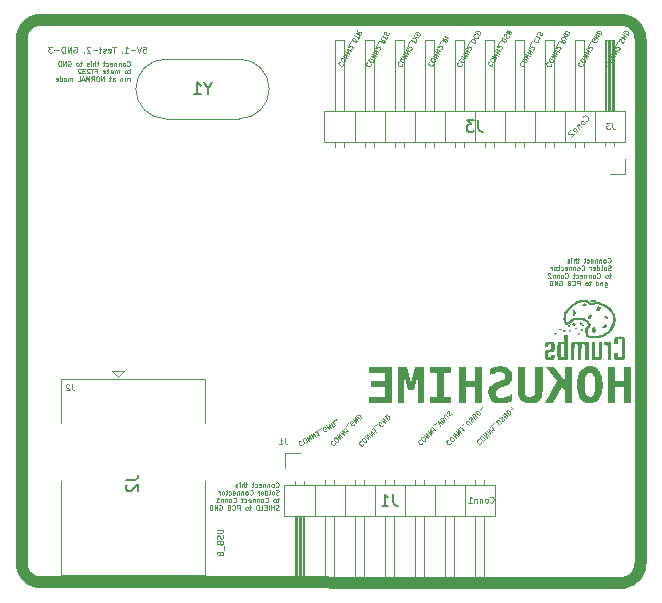
<source format=gbr>
%TF.GenerationSoftware,KiCad,Pcbnew,8.0.2*%
%TF.CreationDate,2025-06-12T20:34:37+07:00*%
%TF.ProjectId,hokushime-db9-to-rs232,686f6b75-7368-4696-9d65-2d6462392d74,rev?*%
%TF.SameCoordinates,Original*%
%TF.FileFunction,Legend,Bot*%
%TF.FilePolarity,Positive*%
%FSLAX46Y46*%
G04 Gerber Fmt 4.6, Leading zero omitted, Abs format (unit mm)*
G04 Created by KiCad (PCBNEW 8.0.2) date 2025-06-12 20:34:37*
%MOMM*%
%LPD*%
G01*
G04 APERTURE LIST*
%ADD10C,1.000000*%
%ADD11C,0.100000*%
%ADD12C,0.600000*%
%ADD13C,0.125000*%
%ADD14C,0.150000*%
%ADD15C,0.120000*%
%ADD16C,0.000000*%
G04 APERTURE END LIST*
D10*
X127300805Y-75119128D02*
G75*
G02*
X128709308Y-73344465I1635495J148228D01*
G01*
X128709310Y-120995107D02*
X178291495Y-121015561D01*
X128709309Y-73344476D02*
X178291496Y-73364930D01*
X178291496Y-73364930D02*
G75*
G02*
X179700034Y-75139585I-226996J-1626470D01*
G01*
X128709310Y-120995107D02*
G75*
G02*
X127300834Y-119220458I226990J1626407D01*
G01*
X179700000Y-119240909D02*
X179700000Y-75139582D01*
X127300805Y-119220455D02*
X127300805Y-75119128D01*
X179700000Y-119240909D02*
G75*
G02*
X178291492Y-121015536I-1635500J-148191D01*
G01*
D11*
X176910401Y-93875818D02*
X176929449Y-93894866D01*
X176929449Y-93894866D02*
X176986591Y-93913913D01*
X176986591Y-93913913D02*
X177024687Y-93913913D01*
X177024687Y-93913913D02*
X177081830Y-93894866D01*
X177081830Y-93894866D02*
X177119925Y-93856770D01*
X177119925Y-93856770D02*
X177138972Y-93818675D01*
X177138972Y-93818675D02*
X177158020Y-93742485D01*
X177158020Y-93742485D02*
X177158020Y-93685342D01*
X177158020Y-93685342D02*
X177138972Y-93609151D01*
X177138972Y-93609151D02*
X177119925Y-93571056D01*
X177119925Y-93571056D02*
X177081830Y-93532961D01*
X177081830Y-93532961D02*
X177024687Y-93513913D01*
X177024687Y-93513913D02*
X176986591Y-93513913D01*
X176986591Y-93513913D02*
X176929449Y-93532961D01*
X176929449Y-93532961D02*
X176910401Y-93552008D01*
X176681830Y-93913913D02*
X176719925Y-93894866D01*
X176719925Y-93894866D02*
X176738972Y-93875818D01*
X176738972Y-93875818D02*
X176758020Y-93837723D01*
X176758020Y-93837723D02*
X176758020Y-93723437D01*
X176758020Y-93723437D02*
X176738972Y-93685342D01*
X176738972Y-93685342D02*
X176719925Y-93666294D01*
X176719925Y-93666294D02*
X176681830Y-93647246D01*
X176681830Y-93647246D02*
X176624687Y-93647246D01*
X176624687Y-93647246D02*
X176586591Y-93666294D01*
X176586591Y-93666294D02*
X176567544Y-93685342D01*
X176567544Y-93685342D02*
X176548496Y-93723437D01*
X176548496Y-93723437D02*
X176548496Y-93837723D01*
X176548496Y-93837723D02*
X176567544Y-93875818D01*
X176567544Y-93875818D02*
X176586591Y-93894866D01*
X176586591Y-93894866D02*
X176624687Y-93913913D01*
X176624687Y-93913913D02*
X176681830Y-93913913D01*
X176377067Y-93647246D02*
X176377067Y-93913913D01*
X176377067Y-93685342D02*
X176358020Y-93666294D01*
X176358020Y-93666294D02*
X176319925Y-93647246D01*
X176319925Y-93647246D02*
X176262782Y-93647246D01*
X176262782Y-93647246D02*
X176224686Y-93666294D01*
X176224686Y-93666294D02*
X176205639Y-93704389D01*
X176205639Y-93704389D02*
X176205639Y-93913913D01*
X176015162Y-93647246D02*
X176015162Y-93913913D01*
X176015162Y-93685342D02*
X175996115Y-93666294D01*
X175996115Y-93666294D02*
X175958020Y-93647246D01*
X175958020Y-93647246D02*
X175900877Y-93647246D01*
X175900877Y-93647246D02*
X175862781Y-93666294D01*
X175862781Y-93666294D02*
X175843734Y-93704389D01*
X175843734Y-93704389D02*
X175843734Y-93913913D01*
X175500876Y-93894866D02*
X175538972Y-93913913D01*
X175538972Y-93913913D02*
X175615162Y-93913913D01*
X175615162Y-93913913D02*
X175653257Y-93894866D01*
X175653257Y-93894866D02*
X175672305Y-93856770D01*
X175672305Y-93856770D02*
X175672305Y-93704389D01*
X175672305Y-93704389D02*
X175653257Y-93666294D01*
X175653257Y-93666294D02*
X175615162Y-93647246D01*
X175615162Y-93647246D02*
X175538972Y-93647246D01*
X175538972Y-93647246D02*
X175500876Y-93666294D01*
X175500876Y-93666294D02*
X175481829Y-93704389D01*
X175481829Y-93704389D02*
X175481829Y-93742485D01*
X175481829Y-93742485D02*
X175672305Y-93780580D01*
X175138972Y-93894866D02*
X175177067Y-93913913D01*
X175177067Y-93913913D02*
X175253258Y-93913913D01*
X175253258Y-93913913D02*
X175291353Y-93894866D01*
X175291353Y-93894866D02*
X175310400Y-93875818D01*
X175310400Y-93875818D02*
X175329448Y-93837723D01*
X175329448Y-93837723D02*
X175329448Y-93723437D01*
X175329448Y-93723437D02*
X175310400Y-93685342D01*
X175310400Y-93685342D02*
X175291353Y-93666294D01*
X175291353Y-93666294D02*
X175253258Y-93647246D01*
X175253258Y-93647246D02*
X175177067Y-93647246D01*
X175177067Y-93647246D02*
X175138972Y-93666294D01*
X175024686Y-93647246D02*
X174872305Y-93647246D01*
X174967543Y-93513913D02*
X174967543Y-93856770D01*
X174967543Y-93856770D02*
X174948496Y-93894866D01*
X174948496Y-93894866D02*
X174910401Y-93913913D01*
X174910401Y-93913913D02*
X174872305Y-93913913D01*
X174491353Y-93647246D02*
X174338972Y-93647246D01*
X174434210Y-93513913D02*
X174434210Y-93856770D01*
X174434210Y-93856770D02*
X174415163Y-93894866D01*
X174415163Y-93894866D02*
X174377068Y-93913913D01*
X174377068Y-93913913D02*
X174338972Y-93913913D01*
X174205639Y-93913913D02*
X174205639Y-93513913D01*
X174034211Y-93913913D02*
X174034211Y-93704389D01*
X174034211Y-93704389D02*
X174053258Y-93666294D01*
X174053258Y-93666294D02*
X174091354Y-93647246D01*
X174091354Y-93647246D02*
X174148497Y-93647246D01*
X174148497Y-93647246D02*
X174186592Y-93666294D01*
X174186592Y-93666294D02*
X174205639Y-93685342D01*
X173843734Y-93913913D02*
X173843734Y-93647246D01*
X173843734Y-93513913D02*
X173862782Y-93532961D01*
X173862782Y-93532961D02*
X173843734Y-93552008D01*
X173843734Y-93552008D02*
X173824687Y-93532961D01*
X173824687Y-93532961D02*
X173843734Y-93513913D01*
X173843734Y-93513913D02*
X173843734Y-93552008D01*
X173672306Y-93894866D02*
X173634211Y-93913913D01*
X173634211Y-93913913D02*
X173558020Y-93913913D01*
X173558020Y-93913913D02*
X173519925Y-93894866D01*
X173519925Y-93894866D02*
X173500877Y-93856770D01*
X173500877Y-93856770D02*
X173500877Y-93837723D01*
X173500877Y-93837723D02*
X173519925Y-93799627D01*
X173519925Y-93799627D02*
X173558020Y-93780580D01*
X173558020Y-93780580D02*
X173615163Y-93780580D01*
X173615163Y-93780580D02*
X173653258Y-93761532D01*
X173653258Y-93761532D02*
X173672306Y-93723437D01*
X173672306Y-93723437D02*
X173672306Y-93704389D01*
X173672306Y-93704389D02*
X173653258Y-93666294D01*
X173653258Y-93666294D02*
X173615163Y-93647246D01*
X173615163Y-93647246D02*
X173558020Y-93647246D01*
X173558020Y-93647246D02*
X173519925Y-93666294D01*
X177158020Y-94538844D02*
X177100877Y-94557891D01*
X177100877Y-94557891D02*
X177005639Y-94557891D01*
X177005639Y-94557891D02*
X176967544Y-94538844D01*
X176967544Y-94538844D02*
X176948496Y-94519796D01*
X176948496Y-94519796D02*
X176929449Y-94481701D01*
X176929449Y-94481701D02*
X176929449Y-94443605D01*
X176929449Y-94443605D02*
X176948496Y-94405510D01*
X176948496Y-94405510D02*
X176967544Y-94386463D01*
X176967544Y-94386463D02*
X177005639Y-94367415D01*
X177005639Y-94367415D02*
X177081830Y-94348367D01*
X177081830Y-94348367D02*
X177119925Y-94329320D01*
X177119925Y-94329320D02*
X177138972Y-94310272D01*
X177138972Y-94310272D02*
X177158020Y-94272177D01*
X177158020Y-94272177D02*
X177158020Y-94234082D01*
X177158020Y-94234082D02*
X177138972Y-94195986D01*
X177138972Y-94195986D02*
X177119925Y-94176939D01*
X177119925Y-94176939D02*
X177081830Y-94157891D01*
X177081830Y-94157891D02*
X176986591Y-94157891D01*
X176986591Y-94157891D02*
X176929449Y-94176939D01*
X176700878Y-94557891D02*
X176738973Y-94538844D01*
X176738973Y-94538844D02*
X176758020Y-94519796D01*
X176758020Y-94519796D02*
X176777068Y-94481701D01*
X176777068Y-94481701D02*
X176777068Y-94367415D01*
X176777068Y-94367415D02*
X176758020Y-94329320D01*
X176758020Y-94329320D02*
X176738973Y-94310272D01*
X176738973Y-94310272D02*
X176700878Y-94291224D01*
X176700878Y-94291224D02*
X176643735Y-94291224D01*
X176643735Y-94291224D02*
X176605639Y-94310272D01*
X176605639Y-94310272D02*
X176586592Y-94329320D01*
X176586592Y-94329320D02*
X176567544Y-94367415D01*
X176567544Y-94367415D02*
X176567544Y-94481701D01*
X176567544Y-94481701D02*
X176586592Y-94519796D01*
X176586592Y-94519796D02*
X176605639Y-94538844D01*
X176605639Y-94538844D02*
X176643735Y-94557891D01*
X176643735Y-94557891D02*
X176700878Y-94557891D01*
X176338973Y-94557891D02*
X176377068Y-94538844D01*
X176377068Y-94538844D02*
X176396115Y-94500748D01*
X176396115Y-94500748D02*
X176396115Y-94157891D01*
X176015163Y-94557891D02*
X176015163Y-94157891D01*
X176015163Y-94538844D02*
X176053258Y-94557891D01*
X176053258Y-94557891D02*
X176129449Y-94557891D01*
X176129449Y-94557891D02*
X176167544Y-94538844D01*
X176167544Y-94538844D02*
X176186591Y-94519796D01*
X176186591Y-94519796D02*
X176205639Y-94481701D01*
X176205639Y-94481701D02*
X176205639Y-94367415D01*
X176205639Y-94367415D02*
X176186591Y-94329320D01*
X176186591Y-94329320D02*
X176167544Y-94310272D01*
X176167544Y-94310272D02*
X176129449Y-94291224D01*
X176129449Y-94291224D02*
X176053258Y-94291224D01*
X176053258Y-94291224D02*
X176015163Y-94310272D01*
X175672305Y-94538844D02*
X175710401Y-94557891D01*
X175710401Y-94557891D02*
X175786591Y-94557891D01*
X175786591Y-94557891D02*
X175824686Y-94538844D01*
X175824686Y-94538844D02*
X175843734Y-94500748D01*
X175843734Y-94500748D02*
X175843734Y-94348367D01*
X175843734Y-94348367D02*
X175824686Y-94310272D01*
X175824686Y-94310272D02*
X175786591Y-94291224D01*
X175786591Y-94291224D02*
X175710401Y-94291224D01*
X175710401Y-94291224D02*
X175672305Y-94310272D01*
X175672305Y-94310272D02*
X175653258Y-94348367D01*
X175653258Y-94348367D02*
X175653258Y-94386463D01*
X175653258Y-94386463D02*
X175843734Y-94424558D01*
X175481829Y-94557891D02*
X175481829Y-94291224D01*
X175481829Y-94367415D02*
X175462782Y-94329320D01*
X175462782Y-94329320D02*
X175443734Y-94310272D01*
X175443734Y-94310272D02*
X175405639Y-94291224D01*
X175405639Y-94291224D02*
X175367544Y-94291224D01*
X174700877Y-94519796D02*
X174719925Y-94538844D01*
X174719925Y-94538844D02*
X174777067Y-94557891D01*
X174777067Y-94557891D02*
X174815163Y-94557891D01*
X174815163Y-94557891D02*
X174872306Y-94538844D01*
X174872306Y-94538844D02*
X174910401Y-94500748D01*
X174910401Y-94500748D02*
X174929448Y-94462653D01*
X174929448Y-94462653D02*
X174948496Y-94386463D01*
X174948496Y-94386463D02*
X174948496Y-94329320D01*
X174948496Y-94329320D02*
X174929448Y-94253129D01*
X174929448Y-94253129D02*
X174910401Y-94215034D01*
X174910401Y-94215034D02*
X174872306Y-94176939D01*
X174872306Y-94176939D02*
X174815163Y-94157891D01*
X174815163Y-94157891D02*
X174777067Y-94157891D01*
X174777067Y-94157891D02*
X174719925Y-94176939D01*
X174719925Y-94176939D02*
X174700877Y-94195986D01*
X174472306Y-94557891D02*
X174510401Y-94538844D01*
X174510401Y-94538844D02*
X174529448Y-94519796D01*
X174529448Y-94519796D02*
X174548496Y-94481701D01*
X174548496Y-94481701D02*
X174548496Y-94367415D01*
X174548496Y-94367415D02*
X174529448Y-94329320D01*
X174529448Y-94329320D02*
X174510401Y-94310272D01*
X174510401Y-94310272D02*
X174472306Y-94291224D01*
X174472306Y-94291224D02*
X174415163Y-94291224D01*
X174415163Y-94291224D02*
X174377067Y-94310272D01*
X174377067Y-94310272D02*
X174358020Y-94329320D01*
X174358020Y-94329320D02*
X174338972Y-94367415D01*
X174338972Y-94367415D02*
X174338972Y-94481701D01*
X174338972Y-94481701D02*
X174358020Y-94519796D01*
X174358020Y-94519796D02*
X174377067Y-94538844D01*
X174377067Y-94538844D02*
X174415163Y-94557891D01*
X174415163Y-94557891D02*
X174472306Y-94557891D01*
X174167543Y-94291224D02*
X174167543Y-94557891D01*
X174167543Y-94329320D02*
X174148496Y-94310272D01*
X174148496Y-94310272D02*
X174110401Y-94291224D01*
X174110401Y-94291224D02*
X174053258Y-94291224D01*
X174053258Y-94291224D02*
X174015162Y-94310272D01*
X174015162Y-94310272D02*
X173996115Y-94348367D01*
X173996115Y-94348367D02*
X173996115Y-94557891D01*
X173805638Y-94291224D02*
X173805638Y-94557891D01*
X173805638Y-94329320D02*
X173786591Y-94310272D01*
X173786591Y-94310272D02*
X173748496Y-94291224D01*
X173748496Y-94291224D02*
X173691353Y-94291224D01*
X173691353Y-94291224D02*
X173653257Y-94310272D01*
X173653257Y-94310272D02*
X173634210Y-94348367D01*
X173634210Y-94348367D02*
X173634210Y-94557891D01*
X173291352Y-94538844D02*
X173329448Y-94557891D01*
X173329448Y-94557891D02*
X173405638Y-94557891D01*
X173405638Y-94557891D02*
X173443733Y-94538844D01*
X173443733Y-94538844D02*
X173462781Y-94500748D01*
X173462781Y-94500748D02*
X173462781Y-94348367D01*
X173462781Y-94348367D02*
X173443733Y-94310272D01*
X173443733Y-94310272D02*
X173405638Y-94291224D01*
X173405638Y-94291224D02*
X173329448Y-94291224D01*
X173329448Y-94291224D02*
X173291352Y-94310272D01*
X173291352Y-94310272D02*
X173272305Y-94348367D01*
X173272305Y-94348367D02*
X173272305Y-94386463D01*
X173272305Y-94386463D02*
X173462781Y-94424558D01*
X172929448Y-94538844D02*
X172967543Y-94557891D01*
X172967543Y-94557891D02*
X173043734Y-94557891D01*
X173043734Y-94557891D02*
X173081829Y-94538844D01*
X173081829Y-94538844D02*
X173100876Y-94519796D01*
X173100876Y-94519796D02*
X173119924Y-94481701D01*
X173119924Y-94481701D02*
X173119924Y-94367415D01*
X173119924Y-94367415D02*
X173100876Y-94329320D01*
X173100876Y-94329320D02*
X173081829Y-94310272D01*
X173081829Y-94310272D02*
X173043734Y-94291224D01*
X173043734Y-94291224D02*
X172967543Y-94291224D01*
X172967543Y-94291224D02*
X172929448Y-94310272D01*
X172815162Y-94291224D02*
X172662781Y-94291224D01*
X172758019Y-94157891D02*
X172758019Y-94500748D01*
X172758019Y-94500748D02*
X172738972Y-94538844D01*
X172738972Y-94538844D02*
X172700877Y-94557891D01*
X172700877Y-94557891D02*
X172662781Y-94557891D01*
X172472306Y-94557891D02*
X172510401Y-94538844D01*
X172510401Y-94538844D02*
X172529448Y-94519796D01*
X172529448Y-94519796D02*
X172548496Y-94481701D01*
X172548496Y-94481701D02*
X172548496Y-94367415D01*
X172548496Y-94367415D02*
X172529448Y-94329320D01*
X172529448Y-94329320D02*
X172510401Y-94310272D01*
X172510401Y-94310272D02*
X172472306Y-94291224D01*
X172472306Y-94291224D02*
X172415163Y-94291224D01*
X172415163Y-94291224D02*
X172377067Y-94310272D01*
X172377067Y-94310272D02*
X172358020Y-94329320D01*
X172358020Y-94329320D02*
X172338972Y-94367415D01*
X172338972Y-94367415D02*
X172338972Y-94481701D01*
X172338972Y-94481701D02*
X172358020Y-94519796D01*
X172358020Y-94519796D02*
X172377067Y-94538844D01*
X172377067Y-94538844D02*
X172415163Y-94557891D01*
X172415163Y-94557891D02*
X172472306Y-94557891D01*
X172167543Y-94557891D02*
X172167543Y-94291224D01*
X172167543Y-94367415D02*
X172148496Y-94329320D01*
X172148496Y-94329320D02*
X172129448Y-94310272D01*
X172129448Y-94310272D02*
X172091353Y-94291224D01*
X172091353Y-94291224D02*
X172053258Y-94291224D01*
X177196115Y-94935202D02*
X177043734Y-94935202D01*
X177138972Y-94801869D02*
X177138972Y-95144726D01*
X177138972Y-95144726D02*
X177119925Y-95182822D01*
X177119925Y-95182822D02*
X177081830Y-95201869D01*
X177081830Y-95201869D02*
X177043734Y-95201869D01*
X176853259Y-95201869D02*
X176891354Y-95182822D01*
X176891354Y-95182822D02*
X176910401Y-95163774D01*
X176910401Y-95163774D02*
X176929449Y-95125679D01*
X176929449Y-95125679D02*
X176929449Y-95011393D01*
X176929449Y-95011393D02*
X176910401Y-94973298D01*
X176910401Y-94973298D02*
X176891354Y-94954250D01*
X176891354Y-94954250D02*
X176853259Y-94935202D01*
X176853259Y-94935202D02*
X176796116Y-94935202D01*
X176796116Y-94935202D02*
X176758020Y-94954250D01*
X176758020Y-94954250D02*
X176738973Y-94973298D01*
X176738973Y-94973298D02*
X176719925Y-95011393D01*
X176719925Y-95011393D02*
X176719925Y-95125679D01*
X176719925Y-95125679D02*
X176738973Y-95163774D01*
X176738973Y-95163774D02*
X176758020Y-95182822D01*
X176758020Y-95182822D02*
X176796116Y-95201869D01*
X176796116Y-95201869D02*
X176853259Y-95201869D01*
X176015163Y-95163774D02*
X176034211Y-95182822D01*
X176034211Y-95182822D02*
X176091353Y-95201869D01*
X176091353Y-95201869D02*
X176129449Y-95201869D01*
X176129449Y-95201869D02*
X176186592Y-95182822D01*
X176186592Y-95182822D02*
X176224687Y-95144726D01*
X176224687Y-95144726D02*
X176243734Y-95106631D01*
X176243734Y-95106631D02*
X176262782Y-95030441D01*
X176262782Y-95030441D02*
X176262782Y-94973298D01*
X176262782Y-94973298D02*
X176243734Y-94897107D01*
X176243734Y-94897107D02*
X176224687Y-94859012D01*
X176224687Y-94859012D02*
X176186592Y-94820917D01*
X176186592Y-94820917D02*
X176129449Y-94801869D01*
X176129449Y-94801869D02*
X176091353Y-94801869D01*
X176091353Y-94801869D02*
X176034211Y-94820917D01*
X176034211Y-94820917D02*
X176015163Y-94839964D01*
X175786592Y-95201869D02*
X175824687Y-95182822D01*
X175824687Y-95182822D02*
X175843734Y-95163774D01*
X175843734Y-95163774D02*
X175862782Y-95125679D01*
X175862782Y-95125679D02*
X175862782Y-95011393D01*
X175862782Y-95011393D02*
X175843734Y-94973298D01*
X175843734Y-94973298D02*
X175824687Y-94954250D01*
X175824687Y-94954250D02*
X175786592Y-94935202D01*
X175786592Y-94935202D02*
X175729449Y-94935202D01*
X175729449Y-94935202D02*
X175691353Y-94954250D01*
X175691353Y-94954250D02*
X175672306Y-94973298D01*
X175672306Y-94973298D02*
X175653258Y-95011393D01*
X175653258Y-95011393D02*
X175653258Y-95125679D01*
X175653258Y-95125679D02*
X175672306Y-95163774D01*
X175672306Y-95163774D02*
X175691353Y-95182822D01*
X175691353Y-95182822D02*
X175729449Y-95201869D01*
X175729449Y-95201869D02*
X175786592Y-95201869D01*
X175481829Y-94935202D02*
X175481829Y-95201869D01*
X175481829Y-94973298D02*
X175462782Y-94954250D01*
X175462782Y-94954250D02*
X175424687Y-94935202D01*
X175424687Y-94935202D02*
X175367544Y-94935202D01*
X175367544Y-94935202D02*
X175329448Y-94954250D01*
X175329448Y-94954250D02*
X175310401Y-94992345D01*
X175310401Y-94992345D02*
X175310401Y-95201869D01*
X175119924Y-94935202D02*
X175119924Y-95201869D01*
X175119924Y-94973298D02*
X175100877Y-94954250D01*
X175100877Y-94954250D02*
X175062782Y-94935202D01*
X175062782Y-94935202D02*
X175005639Y-94935202D01*
X175005639Y-94935202D02*
X174967543Y-94954250D01*
X174967543Y-94954250D02*
X174948496Y-94992345D01*
X174948496Y-94992345D02*
X174948496Y-95201869D01*
X174605638Y-95182822D02*
X174643734Y-95201869D01*
X174643734Y-95201869D02*
X174719924Y-95201869D01*
X174719924Y-95201869D02*
X174758019Y-95182822D01*
X174758019Y-95182822D02*
X174777067Y-95144726D01*
X174777067Y-95144726D02*
X174777067Y-94992345D01*
X174777067Y-94992345D02*
X174758019Y-94954250D01*
X174758019Y-94954250D02*
X174719924Y-94935202D01*
X174719924Y-94935202D02*
X174643734Y-94935202D01*
X174643734Y-94935202D02*
X174605638Y-94954250D01*
X174605638Y-94954250D02*
X174586591Y-94992345D01*
X174586591Y-94992345D02*
X174586591Y-95030441D01*
X174586591Y-95030441D02*
X174777067Y-95068536D01*
X174243734Y-95182822D02*
X174281829Y-95201869D01*
X174281829Y-95201869D02*
X174358020Y-95201869D01*
X174358020Y-95201869D02*
X174396115Y-95182822D01*
X174396115Y-95182822D02*
X174415162Y-95163774D01*
X174415162Y-95163774D02*
X174434210Y-95125679D01*
X174434210Y-95125679D02*
X174434210Y-95011393D01*
X174434210Y-95011393D02*
X174415162Y-94973298D01*
X174415162Y-94973298D02*
X174396115Y-94954250D01*
X174396115Y-94954250D02*
X174358020Y-94935202D01*
X174358020Y-94935202D02*
X174281829Y-94935202D01*
X174281829Y-94935202D02*
X174243734Y-94954250D01*
X174129448Y-94935202D02*
X173977067Y-94935202D01*
X174072305Y-94801869D02*
X174072305Y-95144726D01*
X174072305Y-95144726D02*
X174053258Y-95182822D01*
X174053258Y-95182822D02*
X174015163Y-95201869D01*
X174015163Y-95201869D02*
X173977067Y-95201869D01*
X173310401Y-95163774D02*
X173329449Y-95182822D01*
X173329449Y-95182822D02*
X173386591Y-95201869D01*
X173386591Y-95201869D02*
X173424687Y-95201869D01*
X173424687Y-95201869D02*
X173481830Y-95182822D01*
X173481830Y-95182822D02*
X173519925Y-95144726D01*
X173519925Y-95144726D02*
X173538972Y-95106631D01*
X173538972Y-95106631D02*
X173558020Y-95030441D01*
X173558020Y-95030441D02*
X173558020Y-94973298D01*
X173558020Y-94973298D02*
X173538972Y-94897107D01*
X173538972Y-94897107D02*
X173519925Y-94859012D01*
X173519925Y-94859012D02*
X173481830Y-94820917D01*
X173481830Y-94820917D02*
X173424687Y-94801869D01*
X173424687Y-94801869D02*
X173386591Y-94801869D01*
X173386591Y-94801869D02*
X173329449Y-94820917D01*
X173329449Y-94820917D02*
X173310401Y-94839964D01*
X173081830Y-95201869D02*
X173119925Y-95182822D01*
X173119925Y-95182822D02*
X173138972Y-95163774D01*
X173138972Y-95163774D02*
X173158020Y-95125679D01*
X173158020Y-95125679D02*
X173158020Y-95011393D01*
X173158020Y-95011393D02*
X173138972Y-94973298D01*
X173138972Y-94973298D02*
X173119925Y-94954250D01*
X173119925Y-94954250D02*
X173081830Y-94935202D01*
X173081830Y-94935202D02*
X173024687Y-94935202D01*
X173024687Y-94935202D02*
X172986591Y-94954250D01*
X172986591Y-94954250D02*
X172967544Y-94973298D01*
X172967544Y-94973298D02*
X172948496Y-95011393D01*
X172948496Y-95011393D02*
X172948496Y-95125679D01*
X172948496Y-95125679D02*
X172967544Y-95163774D01*
X172967544Y-95163774D02*
X172986591Y-95182822D01*
X172986591Y-95182822D02*
X173024687Y-95201869D01*
X173024687Y-95201869D02*
X173081830Y-95201869D01*
X172777067Y-94935202D02*
X172777067Y-95201869D01*
X172777067Y-94973298D02*
X172758020Y-94954250D01*
X172758020Y-94954250D02*
X172719925Y-94935202D01*
X172719925Y-94935202D02*
X172662782Y-94935202D01*
X172662782Y-94935202D02*
X172624686Y-94954250D01*
X172624686Y-94954250D02*
X172605639Y-94992345D01*
X172605639Y-94992345D02*
X172605639Y-95201869D01*
X172415162Y-94935202D02*
X172415162Y-95201869D01*
X172415162Y-94973298D02*
X172396115Y-94954250D01*
X172396115Y-94954250D02*
X172358020Y-94935202D01*
X172358020Y-94935202D02*
X172300877Y-94935202D01*
X172300877Y-94935202D02*
X172262781Y-94954250D01*
X172262781Y-94954250D02*
X172243734Y-94992345D01*
X172243734Y-94992345D02*
X172243734Y-95201869D01*
X172072305Y-94839964D02*
X172053257Y-94820917D01*
X172053257Y-94820917D02*
X172015162Y-94801869D01*
X172015162Y-94801869D02*
X171919924Y-94801869D01*
X171919924Y-94801869D02*
X171881829Y-94820917D01*
X171881829Y-94820917D02*
X171862781Y-94839964D01*
X171862781Y-94839964D02*
X171843734Y-94878060D01*
X171843734Y-94878060D02*
X171843734Y-94916155D01*
X171843734Y-94916155D02*
X171862781Y-94973298D01*
X171862781Y-94973298D02*
X172091353Y-95201869D01*
X172091353Y-95201869D02*
X171843734Y-95201869D01*
X176662782Y-95579180D02*
X176662782Y-95902990D01*
X176662782Y-95902990D02*
X176681829Y-95941085D01*
X176681829Y-95941085D02*
X176700877Y-95960133D01*
X176700877Y-95960133D02*
X176738972Y-95979180D01*
X176738972Y-95979180D02*
X176796115Y-95979180D01*
X176796115Y-95979180D02*
X176834210Y-95960133D01*
X176662782Y-95826800D02*
X176700877Y-95845847D01*
X176700877Y-95845847D02*
X176777068Y-95845847D01*
X176777068Y-95845847D02*
X176815163Y-95826800D01*
X176815163Y-95826800D02*
X176834210Y-95807752D01*
X176834210Y-95807752D02*
X176853258Y-95769657D01*
X176853258Y-95769657D02*
X176853258Y-95655371D01*
X176853258Y-95655371D02*
X176834210Y-95617276D01*
X176834210Y-95617276D02*
X176815163Y-95598228D01*
X176815163Y-95598228D02*
X176777068Y-95579180D01*
X176777068Y-95579180D02*
X176700877Y-95579180D01*
X176700877Y-95579180D02*
X176662782Y-95598228D01*
X176472305Y-95579180D02*
X176472305Y-95845847D01*
X176472305Y-95617276D02*
X176453258Y-95598228D01*
X176453258Y-95598228D02*
X176415163Y-95579180D01*
X176415163Y-95579180D02*
X176358020Y-95579180D01*
X176358020Y-95579180D02*
X176319924Y-95598228D01*
X176319924Y-95598228D02*
X176300877Y-95636323D01*
X176300877Y-95636323D02*
X176300877Y-95845847D01*
X175938972Y-95845847D02*
X175938972Y-95445847D01*
X175938972Y-95826800D02*
X175977067Y-95845847D01*
X175977067Y-95845847D02*
X176053258Y-95845847D01*
X176053258Y-95845847D02*
X176091353Y-95826800D01*
X176091353Y-95826800D02*
X176110400Y-95807752D01*
X176110400Y-95807752D02*
X176129448Y-95769657D01*
X176129448Y-95769657D02*
X176129448Y-95655371D01*
X176129448Y-95655371D02*
X176110400Y-95617276D01*
X176110400Y-95617276D02*
X176091353Y-95598228D01*
X176091353Y-95598228D02*
X176053258Y-95579180D01*
X176053258Y-95579180D02*
X175977067Y-95579180D01*
X175977067Y-95579180D02*
X175938972Y-95598228D01*
X175500876Y-95579180D02*
X175348495Y-95579180D01*
X175443733Y-95445847D02*
X175443733Y-95788704D01*
X175443733Y-95788704D02*
X175424686Y-95826800D01*
X175424686Y-95826800D02*
X175386591Y-95845847D01*
X175386591Y-95845847D02*
X175348495Y-95845847D01*
X175158020Y-95845847D02*
X175196115Y-95826800D01*
X175196115Y-95826800D02*
X175215162Y-95807752D01*
X175215162Y-95807752D02*
X175234210Y-95769657D01*
X175234210Y-95769657D02*
X175234210Y-95655371D01*
X175234210Y-95655371D02*
X175215162Y-95617276D01*
X175215162Y-95617276D02*
X175196115Y-95598228D01*
X175196115Y-95598228D02*
X175158020Y-95579180D01*
X175158020Y-95579180D02*
X175100877Y-95579180D01*
X175100877Y-95579180D02*
X175062781Y-95598228D01*
X175062781Y-95598228D02*
X175043734Y-95617276D01*
X175043734Y-95617276D02*
X175024686Y-95655371D01*
X175024686Y-95655371D02*
X175024686Y-95769657D01*
X175024686Y-95769657D02*
X175043734Y-95807752D01*
X175043734Y-95807752D02*
X175062781Y-95826800D01*
X175062781Y-95826800D02*
X175100877Y-95845847D01*
X175100877Y-95845847D02*
X175158020Y-95845847D01*
X174548495Y-95845847D02*
X174548495Y-95445847D01*
X174548495Y-95445847D02*
X174396114Y-95445847D01*
X174396114Y-95445847D02*
X174358019Y-95464895D01*
X174358019Y-95464895D02*
X174338972Y-95483942D01*
X174338972Y-95483942D02*
X174319924Y-95522038D01*
X174319924Y-95522038D02*
X174319924Y-95579180D01*
X174319924Y-95579180D02*
X174338972Y-95617276D01*
X174338972Y-95617276D02*
X174358019Y-95636323D01*
X174358019Y-95636323D02*
X174396114Y-95655371D01*
X174396114Y-95655371D02*
X174548495Y-95655371D01*
X173919924Y-95807752D02*
X173938972Y-95826800D01*
X173938972Y-95826800D02*
X173996114Y-95845847D01*
X173996114Y-95845847D02*
X174034210Y-95845847D01*
X174034210Y-95845847D02*
X174091353Y-95826800D01*
X174091353Y-95826800D02*
X174129448Y-95788704D01*
X174129448Y-95788704D02*
X174148495Y-95750609D01*
X174148495Y-95750609D02*
X174167543Y-95674419D01*
X174167543Y-95674419D02*
X174167543Y-95617276D01*
X174167543Y-95617276D02*
X174148495Y-95541085D01*
X174148495Y-95541085D02*
X174129448Y-95502990D01*
X174129448Y-95502990D02*
X174091353Y-95464895D01*
X174091353Y-95464895D02*
X174034210Y-95445847D01*
X174034210Y-95445847D02*
X173996114Y-95445847D01*
X173996114Y-95445847D02*
X173938972Y-95464895D01*
X173938972Y-95464895D02*
X173919924Y-95483942D01*
X173615162Y-95636323D02*
X173558019Y-95655371D01*
X173558019Y-95655371D02*
X173538972Y-95674419D01*
X173538972Y-95674419D02*
X173519924Y-95712514D01*
X173519924Y-95712514D02*
X173519924Y-95769657D01*
X173519924Y-95769657D02*
X173538972Y-95807752D01*
X173538972Y-95807752D02*
X173558019Y-95826800D01*
X173558019Y-95826800D02*
X173596114Y-95845847D01*
X173596114Y-95845847D02*
X173748495Y-95845847D01*
X173748495Y-95845847D02*
X173748495Y-95445847D01*
X173748495Y-95445847D02*
X173615162Y-95445847D01*
X173615162Y-95445847D02*
X173577067Y-95464895D01*
X173577067Y-95464895D02*
X173558019Y-95483942D01*
X173558019Y-95483942D02*
X173538972Y-95522038D01*
X173538972Y-95522038D02*
X173538972Y-95560133D01*
X173538972Y-95560133D02*
X173558019Y-95598228D01*
X173558019Y-95598228D02*
X173577067Y-95617276D01*
X173577067Y-95617276D02*
X173615162Y-95636323D01*
X173615162Y-95636323D02*
X173748495Y-95636323D01*
X172834210Y-95464895D02*
X172872305Y-95445847D01*
X172872305Y-95445847D02*
X172929448Y-95445847D01*
X172929448Y-95445847D02*
X172986591Y-95464895D01*
X172986591Y-95464895D02*
X173024686Y-95502990D01*
X173024686Y-95502990D02*
X173043733Y-95541085D01*
X173043733Y-95541085D02*
X173062781Y-95617276D01*
X173062781Y-95617276D02*
X173062781Y-95674419D01*
X173062781Y-95674419D02*
X173043733Y-95750609D01*
X173043733Y-95750609D02*
X173024686Y-95788704D01*
X173024686Y-95788704D02*
X172986591Y-95826800D01*
X172986591Y-95826800D02*
X172929448Y-95845847D01*
X172929448Y-95845847D02*
X172891352Y-95845847D01*
X172891352Y-95845847D02*
X172834210Y-95826800D01*
X172834210Y-95826800D02*
X172815162Y-95807752D01*
X172815162Y-95807752D02*
X172815162Y-95674419D01*
X172815162Y-95674419D02*
X172891352Y-95674419D01*
X172643733Y-95845847D02*
X172643733Y-95445847D01*
X172643733Y-95445847D02*
X172415162Y-95845847D01*
X172415162Y-95845847D02*
X172415162Y-95445847D01*
X172224685Y-95845847D02*
X172224685Y-95445847D01*
X172224685Y-95445847D02*
X172129447Y-95445847D01*
X172129447Y-95445847D02*
X172072304Y-95464895D01*
X172072304Y-95464895D02*
X172034209Y-95502990D01*
X172034209Y-95502990D02*
X172015162Y-95541085D01*
X172015162Y-95541085D02*
X171996114Y-95617276D01*
X171996114Y-95617276D02*
X171996114Y-95674419D01*
X171996114Y-95674419D02*
X172015162Y-95750609D01*
X172015162Y-95750609D02*
X172034209Y-95788704D01*
X172034209Y-95788704D02*
X172072304Y-95826800D01*
X172072304Y-95826800D02*
X172129447Y-95845847D01*
X172129447Y-95845847D02*
X172224685Y-95845847D01*
X166874688Y-76908721D02*
X166848668Y-76915693D01*
X166848668Y-76915693D02*
X166803601Y-76955656D01*
X166803601Y-76955656D02*
X166784553Y-76988648D01*
X166784553Y-76988648D02*
X166772478Y-77047659D01*
X166772478Y-77047659D02*
X166786421Y-77099698D01*
X166786421Y-77099698D02*
X166809889Y-77135241D01*
X166809889Y-77135241D02*
X166866348Y-77189832D01*
X166866348Y-77189832D02*
X166915835Y-77218404D01*
X166915835Y-77218404D02*
X166991342Y-77240003D01*
X166991342Y-77240003D02*
X167033857Y-77242555D01*
X167033857Y-77242555D02*
X167085896Y-77228611D01*
X167085896Y-77228611D02*
X167130963Y-77188648D01*
X167130963Y-77188648D02*
X167150011Y-77155656D01*
X167150011Y-77155656D02*
X167162087Y-77096645D01*
X167162087Y-77096645D02*
X167155115Y-77070626D01*
X167311916Y-76875229D02*
X167350011Y-76809246D01*
X167350011Y-76809246D02*
X167352563Y-76766731D01*
X167352563Y-76766731D02*
X167338619Y-76714692D01*
X167338619Y-76714692D02*
X167282160Y-76660101D01*
X167282160Y-76660101D02*
X167166690Y-76593434D01*
X167166690Y-76593434D02*
X167091183Y-76571835D01*
X167091183Y-76571835D02*
X167039144Y-76585779D01*
X167039144Y-76585779D02*
X167003601Y-76609246D01*
X167003601Y-76609246D02*
X166965506Y-76675229D01*
X166965506Y-76675229D02*
X166962954Y-76717744D01*
X166962954Y-76717744D02*
X166976898Y-76769783D01*
X166976898Y-76769783D02*
X167033357Y-76824374D01*
X167033357Y-76824374D02*
X167148827Y-76891041D01*
X167148827Y-76891041D02*
X167224333Y-76912641D01*
X167224333Y-76912641D02*
X167276372Y-76898697D01*
X167276372Y-76898697D02*
X167311916Y-76875229D01*
X167136934Y-76378306D02*
X167483345Y-76578306D01*
X167483345Y-76578306D02*
X167251220Y-76180357D01*
X167251220Y-76180357D02*
X167597630Y-76380357D01*
X167346458Y-76015400D02*
X167692869Y-76215400D01*
X167692869Y-76215400D02*
X167460744Y-75817451D01*
X167460744Y-75817451D02*
X167807154Y-76017451D01*
X167859877Y-75849941D02*
X167885897Y-75842970D01*
X167885897Y-75842970D02*
X167921440Y-75819502D01*
X167921440Y-75819502D02*
X167969059Y-75737023D01*
X167969059Y-75737023D02*
X167971611Y-75694508D01*
X167971611Y-75694508D02*
X167964639Y-75668488D01*
X167964639Y-75668488D02*
X167941172Y-75632945D01*
X167941172Y-75632945D02*
X167908180Y-75613898D01*
X167908180Y-75613898D02*
X167849169Y-75601822D01*
X167849169Y-75601822D02*
X167536935Y-75685485D01*
X167536935Y-75685485D02*
X167660744Y-75471040D01*
X167665848Y-75386010D02*
X167818229Y-75122079D01*
X167898839Y-75058648D02*
X168245250Y-75258648D01*
X168245250Y-75258648D02*
X168292869Y-75176169D01*
X168292869Y-75176169D02*
X168304944Y-75117158D01*
X168304944Y-75117158D02*
X168291000Y-75065119D01*
X168291000Y-75065119D02*
X168267533Y-75029576D01*
X168267533Y-75029576D02*
X168211074Y-74974985D01*
X168211074Y-74974985D02*
X168161587Y-74946413D01*
X168161587Y-74946413D02*
X168086080Y-74924814D01*
X168086080Y-74924814D02*
X168043565Y-74922262D01*
X168043565Y-74922262D02*
X167991526Y-74936206D01*
X167991526Y-74936206D02*
X167946458Y-74976169D01*
X167946458Y-74976169D02*
X167898839Y-75058648D01*
X168105811Y-74738257D02*
X168117887Y-74679246D01*
X168117887Y-74679246D02*
X168165506Y-74596767D01*
X168165506Y-74596767D02*
X168201049Y-74573300D01*
X168201049Y-74573300D02*
X168227069Y-74566328D01*
X168227069Y-74566328D02*
X168269584Y-74568880D01*
X168269584Y-74568880D02*
X168302576Y-74587927D01*
X168302576Y-74587927D02*
X168326043Y-74623471D01*
X168326043Y-74623471D02*
X168333015Y-74649490D01*
X168333015Y-74649490D02*
X168330463Y-74692005D01*
X168330463Y-74692005D02*
X168308864Y-74767512D01*
X168308864Y-74767512D02*
X168306312Y-74810027D01*
X168306312Y-74810027D02*
X168313284Y-74836047D01*
X168313284Y-74836047D02*
X168336751Y-74871590D01*
X168336751Y-74871590D02*
X168369743Y-74890638D01*
X168369743Y-74890638D02*
X168412258Y-74893190D01*
X168412258Y-74893190D02*
X168438278Y-74886218D01*
X168438278Y-74886218D02*
X168473821Y-74862750D01*
X168473821Y-74862750D02*
X168521440Y-74780272D01*
X168521440Y-74780272D02*
X168533516Y-74721261D01*
X168403601Y-74184375D02*
X168501892Y-74395083D01*
X168289315Y-74382323D02*
X168635726Y-74582323D01*
X168635726Y-74582323D02*
X168711916Y-74450358D01*
X168711916Y-74450358D02*
X168714468Y-74407842D01*
X168714468Y-74407842D02*
X168707496Y-74381823D01*
X168707496Y-74381823D02*
X168684028Y-74346279D01*
X168684028Y-74346279D02*
X168634541Y-74317708D01*
X168634541Y-74317708D02*
X168592026Y-74315156D01*
X168592026Y-74315156D02*
X168566006Y-74322128D01*
X168566006Y-74322128D02*
X168530463Y-74345596D01*
X168530463Y-74345596D02*
X168454273Y-74477561D01*
X176824688Y-76958721D02*
X176798668Y-76965693D01*
X176798668Y-76965693D02*
X176753601Y-77005656D01*
X176753601Y-77005656D02*
X176734553Y-77038648D01*
X176734553Y-77038648D02*
X176722478Y-77097659D01*
X176722478Y-77097659D02*
X176736421Y-77149698D01*
X176736421Y-77149698D02*
X176759889Y-77185241D01*
X176759889Y-77185241D02*
X176816348Y-77239832D01*
X176816348Y-77239832D02*
X176865835Y-77268404D01*
X176865835Y-77268404D02*
X176941342Y-77290003D01*
X176941342Y-77290003D02*
X176983857Y-77292555D01*
X176983857Y-77292555D02*
X177035896Y-77278611D01*
X177035896Y-77278611D02*
X177080963Y-77238648D01*
X177080963Y-77238648D02*
X177100011Y-77205656D01*
X177100011Y-77205656D02*
X177112087Y-77146645D01*
X177112087Y-77146645D02*
X177105115Y-77120626D01*
X177261916Y-76925229D02*
X177300011Y-76859246D01*
X177300011Y-76859246D02*
X177302563Y-76816731D01*
X177302563Y-76816731D02*
X177288619Y-76764692D01*
X177288619Y-76764692D02*
X177232160Y-76710101D01*
X177232160Y-76710101D02*
X177116690Y-76643434D01*
X177116690Y-76643434D02*
X177041183Y-76621835D01*
X177041183Y-76621835D02*
X176989144Y-76635779D01*
X176989144Y-76635779D02*
X176953601Y-76659246D01*
X176953601Y-76659246D02*
X176915506Y-76725229D01*
X176915506Y-76725229D02*
X176912954Y-76767744D01*
X176912954Y-76767744D02*
X176926898Y-76819783D01*
X176926898Y-76819783D02*
X176983357Y-76874374D01*
X176983357Y-76874374D02*
X177098827Y-76941041D01*
X177098827Y-76941041D02*
X177174333Y-76962641D01*
X177174333Y-76962641D02*
X177226372Y-76948697D01*
X177226372Y-76948697D02*
X177261916Y-76925229D01*
X177086934Y-76428306D02*
X177433345Y-76628306D01*
X177433345Y-76628306D02*
X177201220Y-76230357D01*
X177201220Y-76230357D02*
X177547630Y-76430357D01*
X177296458Y-76065400D02*
X177642869Y-76265400D01*
X177642869Y-76265400D02*
X177410744Y-75867451D01*
X177410744Y-75867451D02*
X177757154Y-76067451D01*
X177809877Y-75899941D02*
X177835897Y-75892970D01*
X177835897Y-75892970D02*
X177871440Y-75869502D01*
X177871440Y-75869502D02*
X177919059Y-75787023D01*
X177919059Y-75787023D02*
X177921611Y-75744508D01*
X177921611Y-75744508D02*
X177914639Y-75718488D01*
X177914639Y-75718488D02*
X177891172Y-75682945D01*
X177891172Y-75682945D02*
X177858180Y-75663898D01*
X177858180Y-75663898D02*
X177799169Y-75651822D01*
X177799169Y-75651822D02*
X177486935Y-75735485D01*
X177486935Y-75735485D02*
X177610744Y-75521040D01*
X177615848Y-75436010D02*
X177768229Y-75172079D01*
X177855811Y-75134667D02*
X177867887Y-75075656D01*
X177867887Y-75075656D02*
X177915506Y-74993178D01*
X177915506Y-74993178D02*
X177951049Y-74969710D01*
X177951049Y-74969710D02*
X177977069Y-74962738D01*
X177977069Y-74962738D02*
X178019584Y-74965290D01*
X178019584Y-74965290D02*
X178052576Y-74984338D01*
X178052576Y-74984338D02*
X178076043Y-75019881D01*
X178076043Y-75019881D02*
X178083015Y-75045900D01*
X178083015Y-75045900D02*
X178080463Y-75088416D01*
X178080463Y-75088416D02*
X178058864Y-75163922D01*
X178058864Y-75163922D02*
X178056312Y-75206438D01*
X178056312Y-75206438D02*
X178063284Y-75232457D01*
X178063284Y-75232457D02*
X178086751Y-75268000D01*
X178086751Y-75268000D02*
X178119743Y-75287048D01*
X178119743Y-75287048D02*
X178162258Y-75289600D01*
X178162258Y-75289600D02*
X178188278Y-75282628D01*
X178188278Y-75282628D02*
X178223821Y-75259160D01*
X178223821Y-75259160D02*
X178271440Y-75176682D01*
X178271440Y-75176682D02*
X178283516Y-75117671D01*
X178039315Y-74778733D02*
X178385726Y-74978733D01*
X178220768Y-74883495D02*
X178335054Y-74685547D01*
X178153601Y-74580785D02*
X178500011Y-74780785D01*
X178248839Y-74415827D02*
X178595250Y-74615827D01*
X178595250Y-74615827D02*
X178642869Y-74533349D01*
X178642869Y-74533349D02*
X178654944Y-74474338D01*
X178654944Y-74474338D02*
X178641000Y-74422299D01*
X178641000Y-74422299D02*
X178617533Y-74386755D01*
X178617533Y-74386755D02*
X178561074Y-74332164D01*
X178561074Y-74332164D02*
X178511587Y-74303593D01*
X178511587Y-74303593D02*
X178436080Y-74281993D01*
X178436080Y-74281993D02*
X178393565Y-74279441D01*
X178393565Y-74279441D02*
X178341526Y-74293385D01*
X178341526Y-74293385D02*
X178296458Y-74333349D01*
X178296458Y-74333349D02*
X178248839Y-74415827D01*
X150933526Y-108985089D02*
X150907506Y-108978117D01*
X150907506Y-108978117D02*
X150848495Y-108990193D01*
X150848495Y-108990193D02*
X150815504Y-109009240D01*
X150815504Y-109009240D02*
X150775540Y-109054308D01*
X150775540Y-109054308D02*
X150761596Y-109106347D01*
X150761596Y-109106347D02*
X150764148Y-109148862D01*
X150764148Y-109148862D02*
X150785748Y-109224369D01*
X150785748Y-109224369D02*
X150814319Y-109273856D01*
X150814319Y-109273856D02*
X150868910Y-109330315D01*
X150868910Y-109330315D02*
X150904454Y-109353782D01*
X150904454Y-109353782D02*
X150956493Y-109367726D01*
X150956493Y-109367726D02*
X151015504Y-109355651D01*
X151015504Y-109355651D02*
X151048495Y-109336603D01*
X151048495Y-109336603D02*
X151088458Y-109291536D01*
X151088458Y-109291536D02*
X151095430Y-109265516D01*
X151328922Y-109174698D02*
X151394905Y-109136603D01*
X151394905Y-109136603D02*
X151418373Y-109101060D01*
X151418373Y-109101060D02*
X151432317Y-109049021D01*
X151432317Y-109049021D02*
X151410717Y-108973514D01*
X151410717Y-108973514D02*
X151344050Y-108858044D01*
X151344050Y-108858044D02*
X151289459Y-108801585D01*
X151289459Y-108801585D02*
X151237420Y-108787641D01*
X151237420Y-108787641D02*
X151194905Y-108790193D01*
X151194905Y-108790193D02*
X151128922Y-108828288D01*
X151128922Y-108828288D02*
X151105455Y-108863831D01*
X151105455Y-108863831D02*
X151091511Y-108915870D01*
X151091511Y-108915870D02*
X151113110Y-108991377D01*
X151113110Y-108991377D02*
X151179777Y-109106847D01*
X151179777Y-109106847D02*
X151234368Y-109163306D01*
X151234368Y-109163306D02*
X151286407Y-109177250D01*
X151286407Y-109177250D02*
X151328922Y-109174698D01*
X151425846Y-108656859D02*
X151625846Y-109003269D01*
X151625846Y-109003269D02*
X151623794Y-108542574D01*
X151623794Y-108542574D02*
X151823794Y-108888984D01*
X151788752Y-108447335D02*
X151988752Y-108793745D01*
X151988752Y-108793745D02*
X151986700Y-108333050D01*
X151986700Y-108333050D02*
X152186700Y-108679460D01*
X152333111Y-108133049D02*
X152135162Y-108247335D01*
X152234137Y-108190192D02*
X152434137Y-108536602D01*
X152434137Y-108536602D02*
X152372574Y-108506163D01*
X152372574Y-108506163D02*
X152320535Y-108492219D01*
X152320535Y-108492219D02*
X152278019Y-108494771D01*
X152380046Y-108061963D02*
X152643977Y-107909582D01*
X153117433Y-108120107D02*
X153093965Y-108155650D01*
X153093965Y-108155650D02*
X153044478Y-108184222D01*
X153044478Y-108184222D02*
X152985467Y-108196297D01*
X152985467Y-108196297D02*
X152933428Y-108182353D01*
X152933428Y-108182353D02*
X152897885Y-108158886D01*
X152897885Y-108158886D02*
X152843294Y-108102427D01*
X152843294Y-108102427D02*
X152814722Y-108052940D01*
X152814722Y-108052940D02*
X152793123Y-107977433D01*
X152793123Y-107977433D02*
X152790571Y-107934918D01*
X152790571Y-107934918D02*
X152804515Y-107882879D01*
X152804515Y-107882879D02*
X152844478Y-107837811D01*
X152844478Y-107837811D02*
X152877470Y-107818764D01*
X152877470Y-107818764D02*
X152936481Y-107806688D01*
X152936481Y-107806688D02*
X152962500Y-107813660D01*
X152962500Y-107813660D02*
X153029167Y-107929130D01*
X153029167Y-107929130D02*
X152963184Y-107967225D01*
X153091914Y-107694954D02*
X153291914Y-108041364D01*
X153291914Y-108041364D02*
X153289863Y-107580669D01*
X153289863Y-107580669D02*
X153489863Y-107927079D01*
X153454820Y-107485430D02*
X153654820Y-107831840D01*
X153654820Y-107831840D02*
X153737299Y-107784221D01*
X153737299Y-107784221D02*
X153777262Y-107739154D01*
X153777262Y-107739154D02*
X153791206Y-107687115D01*
X153791206Y-107687115D02*
X153788654Y-107644600D01*
X153788654Y-107644600D02*
X153767055Y-107569093D01*
X153767055Y-107569093D02*
X153738483Y-107519606D01*
X153738483Y-107519606D02*
X153683892Y-107463147D01*
X153683892Y-107463147D02*
X153648349Y-107439679D01*
X153648349Y-107439679D02*
X153596310Y-107425736D01*
X153596310Y-107425736D02*
X153537299Y-107437811D01*
X153537299Y-107437811D02*
X153454820Y-107485430D01*
X153699704Y-107300058D02*
X153963636Y-107147677D01*
X163390716Y-108939741D02*
X163363779Y-108939741D01*
X163363779Y-108939741D02*
X163309904Y-108966678D01*
X163309904Y-108966678D02*
X163282967Y-108993615D01*
X163282967Y-108993615D02*
X163256029Y-109047490D01*
X163256029Y-109047490D02*
X163256029Y-109101365D01*
X163256029Y-109101365D02*
X163269498Y-109141771D01*
X163269498Y-109141771D02*
X163309904Y-109209115D01*
X163309904Y-109209115D02*
X163350310Y-109249521D01*
X163350310Y-109249521D02*
X163417654Y-109289927D01*
X163417654Y-109289927D02*
X163458060Y-109303396D01*
X163458060Y-109303396D02*
X163511934Y-109303396D01*
X163511934Y-109303396D02*
X163565809Y-109276458D01*
X163565809Y-109276458D02*
X163592747Y-109249521D01*
X163592747Y-109249521D02*
X163619684Y-109195646D01*
X163619684Y-109195646D02*
X163619684Y-109168709D01*
X163821715Y-109020553D02*
X163875589Y-108966678D01*
X163875589Y-108966678D02*
X163889058Y-108926272D01*
X163889058Y-108926272D02*
X163889058Y-108872397D01*
X163889058Y-108872397D02*
X163848652Y-108805054D01*
X163848652Y-108805054D02*
X163754371Y-108710773D01*
X163754371Y-108710773D02*
X163687028Y-108670367D01*
X163687028Y-108670367D02*
X163633153Y-108670367D01*
X163633153Y-108670367D02*
X163592747Y-108683835D01*
X163592747Y-108683835D02*
X163538872Y-108737710D01*
X163538872Y-108737710D02*
X163525403Y-108778116D01*
X163525403Y-108778116D02*
X163525403Y-108831991D01*
X163525403Y-108831991D02*
X163565809Y-108899335D01*
X163565809Y-108899335D02*
X163660090Y-108993615D01*
X163660090Y-108993615D02*
X163727434Y-109034022D01*
X163727434Y-109034022D02*
X163781308Y-109034022D01*
X163781308Y-109034022D02*
X163821715Y-109020553D01*
X163781309Y-108495273D02*
X164064151Y-108778116D01*
X164064151Y-108778116D02*
X163942933Y-108333649D01*
X163942933Y-108333649D02*
X164225776Y-108616492D01*
X164077620Y-108198962D02*
X164360463Y-108481804D01*
X164360463Y-108481804D02*
X164239245Y-108037337D01*
X164239245Y-108037337D02*
X164522088Y-108320180D01*
X164522088Y-107754494D02*
X164360463Y-107916119D01*
X164441276Y-107835306D02*
X164724118Y-108118149D01*
X164724118Y-108118149D02*
X164656775Y-108104680D01*
X164656775Y-108104680D02*
X164602900Y-108104680D01*
X164602900Y-108104680D02*
X164562494Y-108118149D01*
X164549025Y-107673682D02*
X164764524Y-107458183D01*
X165141648Y-107700620D02*
X164912680Y-107471652D01*
X164912680Y-107471652D02*
X164899211Y-107431246D01*
X164899211Y-107431246D02*
X164899211Y-107404308D01*
X164899211Y-107404308D02*
X164912680Y-107363902D01*
X164912680Y-107363902D02*
X164966555Y-107310027D01*
X164966555Y-107310027D02*
X165006961Y-107296559D01*
X165006961Y-107296559D02*
X165033898Y-107296559D01*
X165033898Y-107296559D02*
X165074304Y-107310027D01*
X165074304Y-107310027D02*
X165303272Y-107538995D01*
X165155117Y-107148403D02*
X165182054Y-107094528D01*
X165182054Y-107094528D02*
X165249398Y-107027184D01*
X165249398Y-107027184D02*
X165289804Y-107013716D01*
X165289804Y-107013716D02*
X165316741Y-107013716D01*
X165316741Y-107013716D02*
X165357147Y-107027184D01*
X165357147Y-107027184D02*
X165384085Y-107054122D01*
X165384085Y-107054122D02*
X165397553Y-107094528D01*
X165397553Y-107094528D02*
X165397553Y-107121465D01*
X165397553Y-107121465D02*
X165384085Y-107161871D01*
X165384085Y-107161871D02*
X165343679Y-107229215D01*
X165343679Y-107229215D02*
X165330210Y-107269621D01*
X165330210Y-107269621D02*
X165330210Y-107296558D01*
X165330210Y-107296558D02*
X165343679Y-107336964D01*
X165343679Y-107336964D02*
X165370616Y-107363902D01*
X165370616Y-107363902D02*
X165411022Y-107377371D01*
X165411022Y-107377371D02*
X165437960Y-107377371D01*
X165437960Y-107377371D02*
X165478366Y-107363902D01*
X165478366Y-107363902D02*
X165545709Y-107296558D01*
X165545709Y-107296558D02*
X165572647Y-107242684D01*
X165666927Y-106905966D02*
X165693865Y-106852091D01*
X165693865Y-106852091D02*
X165693865Y-106825154D01*
X165693865Y-106825154D02*
X165680396Y-106784748D01*
X165680396Y-106784748D02*
X165639990Y-106744342D01*
X165639990Y-106744342D02*
X165599584Y-106730873D01*
X165599584Y-106730873D02*
X165572646Y-106730873D01*
X165572646Y-106730873D02*
X165532240Y-106744342D01*
X165532240Y-106744342D02*
X165424491Y-106852091D01*
X165424491Y-106852091D02*
X165707333Y-107134934D01*
X165707333Y-107134934D02*
X165801614Y-107040653D01*
X165801614Y-107040653D02*
X165815083Y-107000247D01*
X165815083Y-107000247D02*
X165815083Y-106973310D01*
X165815083Y-106973310D02*
X165801614Y-106932904D01*
X165801614Y-106932904D02*
X165774677Y-106905966D01*
X165774677Y-106905966D02*
X165734271Y-106892498D01*
X165734271Y-106892498D02*
X165707333Y-106892498D01*
X165707333Y-106892498D02*
X165666927Y-106905966D01*
X165666927Y-106905966D02*
X165572646Y-107000247D01*
X165707333Y-106569249D02*
X165990176Y-106852091D01*
X165990176Y-106852091D02*
X166057519Y-106784748D01*
X166057519Y-106784748D02*
X166084457Y-106730873D01*
X166084457Y-106730873D02*
X166084457Y-106676998D01*
X166084457Y-106676998D02*
X166070988Y-106636592D01*
X166070988Y-106636592D02*
X166030582Y-106569249D01*
X166030582Y-106569249D02*
X165990176Y-106528843D01*
X165990176Y-106528843D02*
X165922832Y-106488437D01*
X165922832Y-106488437D02*
X165882426Y-106474968D01*
X165882426Y-106474968D02*
X165828552Y-106474968D01*
X165828552Y-106474968D02*
X165774677Y-106501905D01*
X165774677Y-106501905D02*
X165707333Y-106569249D01*
X166097926Y-106394156D02*
X166313425Y-106178656D01*
X164274688Y-76958721D02*
X164248668Y-76965693D01*
X164248668Y-76965693D02*
X164203601Y-77005656D01*
X164203601Y-77005656D02*
X164184553Y-77038648D01*
X164184553Y-77038648D02*
X164172478Y-77097659D01*
X164172478Y-77097659D02*
X164186421Y-77149698D01*
X164186421Y-77149698D02*
X164209889Y-77185241D01*
X164209889Y-77185241D02*
X164266348Y-77239832D01*
X164266348Y-77239832D02*
X164315835Y-77268404D01*
X164315835Y-77268404D02*
X164391342Y-77290003D01*
X164391342Y-77290003D02*
X164433857Y-77292555D01*
X164433857Y-77292555D02*
X164485896Y-77278611D01*
X164485896Y-77278611D02*
X164530963Y-77238648D01*
X164530963Y-77238648D02*
X164550011Y-77205656D01*
X164550011Y-77205656D02*
X164562087Y-77146645D01*
X164562087Y-77146645D02*
X164555115Y-77120626D01*
X164711916Y-76925229D02*
X164750011Y-76859246D01*
X164750011Y-76859246D02*
X164752563Y-76816731D01*
X164752563Y-76816731D02*
X164738619Y-76764692D01*
X164738619Y-76764692D02*
X164682160Y-76710101D01*
X164682160Y-76710101D02*
X164566690Y-76643434D01*
X164566690Y-76643434D02*
X164491183Y-76621835D01*
X164491183Y-76621835D02*
X164439144Y-76635779D01*
X164439144Y-76635779D02*
X164403601Y-76659246D01*
X164403601Y-76659246D02*
X164365506Y-76725229D01*
X164365506Y-76725229D02*
X164362954Y-76767744D01*
X164362954Y-76767744D02*
X164376898Y-76819783D01*
X164376898Y-76819783D02*
X164433357Y-76874374D01*
X164433357Y-76874374D02*
X164548827Y-76941041D01*
X164548827Y-76941041D02*
X164624333Y-76962641D01*
X164624333Y-76962641D02*
X164676372Y-76948697D01*
X164676372Y-76948697D02*
X164711916Y-76925229D01*
X164536934Y-76428306D02*
X164883345Y-76628306D01*
X164883345Y-76628306D02*
X164651220Y-76230357D01*
X164651220Y-76230357D02*
X164997630Y-76430357D01*
X164746458Y-76065400D02*
X165092869Y-76265400D01*
X165092869Y-76265400D02*
X164860744Y-75867451D01*
X164860744Y-75867451D02*
X165207154Y-76067451D01*
X165259877Y-75899941D02*
X165285897Y-75892970D01*
X165285897Y-75892970D02*
X165321440Y-75869502D01*
X165321440Y-75869502D02*
X165369059Y-75787023D01*
X165369059Y-75787023D02*
X165371611Y-75744508D01*
X165371611Y-75744508D02*
X165364639Y-75718488D01*
X165364639Y-75718488D02*
X165341172Y-75682945D01*
X165341172Y-75682945D02*
X165308180Y-75663898D01*
X165308180Y-75663898D02*
X165249169Y-75651822D01*
X165249169Y-75651822D02*
X164936935Y-75735485D01*
X164936935Y-75735485D02*
X165060744Y-75521040D01*
X165065848Y-75436010D02*
X165218229Y-75172079D01*
X165298839Y-75108648D02*
X165645250Y-75308648D01*
X165645250Y-75308648D02*
X165692869Y-75226169D01*
X165692869Y-75226169D02*
X165704944Y-75167158D01*
X165704944Y-75167158D02*
X165691000Y-75115119D01*
X165691000Y-75115119D02*
X165667533Y-75079576D01*
X165667533Y-75079576D02*
X165611074Y-75024985D01*
X165611074Y-75024985D02*
X165561587Y-74996413D01*
X165561587Y-74996413D02*
X165486080Y-74974814D01*
X165486080Y-74974814D02*
X165443565Y-74972262D01*
X165443565Y-74972262D02*
X165391526Y-74986206D01*
X165391526Y-74986206D02*
X165346458Y-75026169D01*
X165346458Y-75026169D02*
X165298839Y-75108648D01*
X165646117Y-74583336D02*
X165620097Y-74590308D01*
X165620097Y-74590308D02*
X165575030Y-74630272D01*
X165575030Y-74630272D02*
X165555982Y-74663263D01*
X165555982Y-74663263D02*
X165543907Y-74722274D01*
X165543907Y-74722274D02*
X165557850Y-74774313D01*
X165557850Y-74774313D02*
X165581318Y-74809856D01*
X165581318Y-74809856D02*
X165637777Y-74864447D01*
X165637777Y-74864447D02*
X165687264Y-74893019D01*
X165687264Y-74893019D02*
X165762771Y-74914618D01*
X165762771Y-74914618D02*
X165805286Y-74917170D01*
X165805286Y-74917170D02*
X165857325Y-74903226D01*
X165857325Y-74903226D02*
X165902392Y-74863263D01*
X165902392Y-74863263D02*
X165921440Y-74830272D01*
X165921440Y-74830272D02*
X165933516Y-74771261D01*
X165933516Y-74771261D02*
X165926544Y-74745241D01*
X165698839Y-74415827D02*
X166045250Y-74615827D01*
X166045250Y-74615827D02*
X166092869Y-74533349D01*
X166092869Y-74533349D02*
X166104944Y-74474338D01*
X166104944Y-74474338D02*
X166091000Y-74422299D01*
X166091000Y-74422299D02*
X166067533Y-74386755D01*
X166067533Y-74386755D02*
X166011074Y-74332164D01*
X166011074Y-74332164D02*
X165961587Y-74303593D01*
X165961587Y-74303593D02*
X165886080Y-74281993D01*
X165886080Y-74281993D02*
X165843565Y-74279441D01*
X165843565Y-74279441D02*
X165791526Y-74293385D01*
X165791526Y-74293385D02*
X165746458Y-74333349D01*
X165746458Y-74333349D02*
X165698839Y-74415827D01*
X161824688Y-76908721D02*
X161798668Y-76915693D01*
X161798668Y-76915693D02*
X161753601Y-76955656D01*
X161753601Y-76955656D02*
X161734553Y-76988648D01*
X161734553Y-76988648D02*
X161722478Y-77047659D01*
X161722478Y-77047659D02*
X161736421Y-77099698D01*
X161736421Y-77099698D02*
X161759889Y-77135241D01*
X161759889Y-77135241D02*
X161816348Y-77189832D01*
X161816348Y-77189832D02*
X161865835Y-77218404D01*
X161865835Y-77218404D02*
X161941342Y-77240003D01*
X161941342Y-77240003D02*
X161983857Y-77242555D01*
X161983857Y-77242555D02*
X162035896Y-77228611D01*
X162035896Y-77228611D02*
X162080963Y-77188648D01*
X162080963Y-77188648D02*
X162100011Y-77155656D01*
X162100011Y-77155656D02*
X162112087Y-77096645D01*
X162112087Y-77096645D02*
X162105115Y-77070626D01*
X162261916Y-76875229D02*
X162300011Y-76809246D01*
X162300011Y-76809246D02*
X162302563Y-76766731D01*
X162302563Y-76766731D02*
X162288619Y-76714692D01*
X162288619Y-76714692D02*
X162232160Y-76660101D01*
X162232160Y-76660101D02*
X162116690Y-76593434D01*
X162116690Y-76593434D02*
X162041183Y-76571835D01*
X162041183Y-76571835D02*
X161989144Y-76585779D01*
X161989144Y-76585779D02*
X161953601Y-76609246D01*
X161953601Y-76609246D02*
X161915506Y-76675229D01*
X161915506Y-76675229D02*
X161912954Y-76717744D01*
X161912954Y-76717744D02*
X161926898Y-76769783D01*
X161926898Y-76769783D02*
X161983357Y-76824374D01*
X161983357Y-76824374D02*
X162098827Y-76891041D01*
X162098827Y-76891041D02*
X162174333Y-76912641D01*
X162174333Y-76912641D02*
X162226372Y-76898697D01*
X162226372Y-76898697D02*
X162261916Y-76875229D01*
X162086934Y-76378306D02*
X162433345Y-76578306D01*
X162433345Y-76578306D02*
X162201220Y-76180357D01*
X162201220Y-76180357D02*
X162547630Y-76380357D01*
X162296458Y-76015400D02*
X162642869Y-76215400D01*
X162642869Y-76215400D02*
X162410744Y-75817451D01*
X162410744Y-75817451D02*
X162757154Y-76017451D01*
X162809877Y-75849941D02*
X162835897Y-75842970D01*
X162835897Y-75842970D02*
X162871440Y-75819502D01*
X162871440Y-75819502D02*
X162919059Y-75737023D01*
X162919059Y-75737023D02*
X162921611Y-75694508D01*
X162921611Y-75694508D02*
X162914639Y-75668488D01*
X162914639Y-75668488D02*
X162891172Y-75632945D01*
X162891172Y-75632945D02*
X162858180Y-75613898D01*
X162858180Y-75613898D02*
X162799169Y-75601822D01*
X162799169Y-75601822D02*
X162486935Y-75685485D01*
X162486935Y-75685485D02*
X162610744Y-75471040D01*
X162615848Y-75386010D02*
X162768229Y-75122079D01*
X162963125Y-74860699D02*
X163061416Y-75071407D01*
X162848839Y-75058648D02*
X163195250Y-75258648D01*
X163195250Y-75258648D02*
X163271440Y-75126682D01*
X163271440Y-75126682D02*
X163273992Y-75084167D01*
X163273992Y-75084167D02*
X163267020Y-75058147D01*
X163267020Y-75058147D02*
X163243552Y-75022604D01*
X163243552Y-75022604D02*
X163194065Y-74994032D01*
X163194065Y-74994032D02*
X163151550Y-74991480D01*
X163151550Y-74991480D02*
X163125530Y-74998452D01*
X163125530Y-74998452D02*
X163089987Y-75021920D01*
X163089987Y-75021920D02*
X163013797Y-75153886D01*
X163048839Y-74712237D02*
X163395250Y-74912237D01*
X136210401Y-77219796D02*
X136229449Y-77238844D01*
X136229449Y-77238844D02*
X136286591Y-77257891D01*
X136286591Y-77257891D02*
X136324687Y-77257891D01*
X136324687Y-77257891D02*
X136381830Y-77238844D01*
X136381830Y-77238844D02*
X136419925Y-77200748D01*
X136419925Y-77200748D02*
X136438972Y-77162653D01*
X136438972Y-77162653D02*
X136458020Y-77086463D01*
X136458020Y-77086463D02*
X136458020Y-77029320D01*
X136458020Y-77029320D02*
X136438972Y-76953129D01*
X136438972Y-76953129D02*
X136419925Y-76915034D01*
X136419925Y-76915034D02*
X136381830Y-76876939D01*
X136381830Y-76876939D02*
X136324687Y-76857891D01*
X136324687Y-76857891D02*
X136286591Y-76857891D01*
X136286591Y-76857891D02*
X136229449Y-76876939D01*
X136229449Y-76876939D02*
X136210401Y-76895986D01*
X135981830Y-77257891D02*
X136019925Y-77238844D01*
X136019925Y-77238844D02*
X136038972Y-77219796D01*
X136038972Y-77219796D02*
X136058020Y-77181701D01*
X136058020Y-77181701D02*
X136058020Y-77067415D01*
X136058020Y-77067415D02*
X136038972Y-77029320D01*
X136038972Y-77029320D02*
X136019925Y-77010272D01*
X136019925Y-77010272D02*
X135981830Y-76991224D01*
X135981830Y-76991224D02*
X135924687Y-76991224D01*
X135924687Y-76991224D02*
X135886591Y-77010272D01*
X135886591Y-77010272D02*
X135867544Y-77029320D01*
X135867544Y-77029320D02*
X135848496Y-77067415D01*
X135848496Y-77067415D02*
X135848496Y-77181701D01*
X135848496Y-77181701D02*
X135867544Y-77219796D01*
X135867544Y-77219796D02*
X135886591Y-77238844D01*
X135886591Y-77238844D02*
X135924687Y-77257891D01*
X135924687Y-77257891D02*
X135981830Y-77257891D01*
X135677067Y-76991224D02*
X135677067Y-77257891D01*
X135677067Y-77029320D02*
X135658020Y-77010272D01*
X135658020Y-77010272D02*
X135619925Y-76991224D01*
X135619925Y-76991224D02*
X135562782Y-76991224D01*
X135562782Y-76991224D02*
X135524686Y-77010272D01*
X135524686Y-77010272D02*
X135505639Y-77048367D01*
X135505639Y-77048367D02*
X135505639Y-77257891D01*
X135315162Y-76991224D02*
X135315162Y-77257891D01*
X135315162Y-77029320D02*
X135296115Y-77010272D01*
X135296115Y-77010272D02*
X135258020Y-76991224D01*
X135258020Y-76991224D02*
X135200877Y-76991224D01*
X135200877Y-76991224D02*
X135162781Y-77010272D01*
X135162781Y-77010272D02*
X135143734Y-77048367D01*
X135143734Y-77048367D02*
X135143734Y-77257891D01*
X134800876Y-77238844D02*
X134838972Y-77257891D01*
X134838972Y-77257891D02*
X134915162Y-77257891D01*
X134915162Y-77257891D02*
X134953257Y-77238844D01*
X134953257Y-77238844D02*
X134972305Y-77200748D01*
X134972305Y-77200748D02*
X134972305Y-77048367D01*
X134972305Y-77048367D02*
X134953257Y-77010272D01*
X134953257Y-77010272D02*
X134915162Y-76991224D01*
X134915162Y-76991224D02*
X134838972Y-76991224D01*
X134838972Y-76991224D02*
X134800876Y-77010272D01*
X134800876Y-77010272D02*
X134781829Y-77048367D01*
X134781829Y-77048367D02*
X134781829Y-77086463D01*
X134781829Y-77086463D02*
X134972305Y-77124558D01*
X134438972Y-77238844D02*
X134477067Y-77257891D01*
X134477067Y-77257891D02*
X134553258Y-77257891D01*
X134553258Y-77257891D02*
X134591353Y-77238844D01*
X134591353Y-77238844D02*
X134610400Y-77219796D01*
X134610400Y-77219796D02*
X134629448Y-77181701D01*
X134629448Y-77181701D02*
X134629448Y-77067415D01*
X134629448Y-77067415D02*
X134610400Y-77029320D01*
X134610400Y-77029320D02*
X134591353Y-77010272D01*
X134591353Y-77010272D02*
X134553258Y-76991224D01*
X134553258Y-76991224D02*
X134477067Y-76991224D01*
X134477067Y-76991224D02*
X134438972Y-77010272D01*
X134324686Y-76991224D02*
X134172305Y-76991224D01*
X134267543Y-76857891D02*
X134267543Y-77200748D01*
X134267543Y-77200748D02*
X134248496Y-77238844D01*
X134248496Y-77238844D02*
X134210401Y-77257891D01*
X134210401Y-77257891D02*
X134172305Y-77257891D01*
X133791353Y-76991224D02*
X133638972Y-76991224D01*
X133734210Y-76857891D02*
X133734210Y-77200748D01*
X133734210Y-77200748D02*
X133715163Y-77238844D01*
X133715163Y-77238844D02*
X133677068Y-77257891D01*
X133677068Y-77257891D02*
X133638972Y-77257891D01*
X133505639Y-77257891D02*
X133505639Y-76857891D01*
X133334211Y-77257891D02*
X133334211Y-77048367D01*
X133334211Y-77048367D02*
X133353258Y-77010272D01*
X133353258Y-77010272D02*
X133391354Y-76991224D01*
X133391354Y-76991224D02*
X133448497Y-76991224D01*
X133448497Y-76991224D02*
X133486592Y-77010272D01*
X133486592Y-77010272D02*
X133505639Y-77029320D01*
X133143734Y-77257891D02*
X133143734Y-76991224D01*
X133143734Y-76857891D02*
X133162782Y-76876939D01*
X133162782Y-76876939D02*
X133143734Y-76895986D01*
X133143734Y-76895986D02*
X133124687Y-76876939D01*
X133124687Y-76876939D02*
X133143734Y-76857891D01*
X133143734Y-76857891D02*
X133143734Y-76895986D01*
X132972306Y-77238844D02*
X132934211Y-77257891D01*
X132934211Y-77257891D02*
X132858020Y-77257891D01*
X132858020Y-77257891D02*
X132819925Y-77238844D01*
X132819925Y-77238844D02*
X132800877Y-77200748D01*
X132800877Y-77200748D02*
X132800877Y-77181701D01*
X132800877Y-77181701D02*
X132819925Y-77143605D01*
X132819925Y-77143605D02*
X132858020Y-77124558D01*
X132858020Y-77124558D02*
X132915163Y-77124558D01*
X132915163Y-77124558D02*
X132953258Y-77105510D01*
X132953258Y-77105510D02*
X132972306Y-77067415D01*
X132972306Y-77067415D02*
X132972306Y-77048367D01*
X132972306Y-77048367D02*
X132953258Y-77010272D01*
X132953258Y-77010272D02*
X132915163Y-76991224D01*
X132915163Y-76991224D02*
X132858020Y-76991224D01*
X132858020Y-76991224D02*
X132819925Y-77010272D01*
X132381829Y-76991224D02*
X132229448Y-76991224D01*
X132324686Y-76857891D02*
X132324686Y-77200748D01*
X132324686Y-77200748D02*
X132305639Y-77238844D01*
X132305639Y-77238844D02*
X132267544Y-77257891D01*
X132267544Y-77257891D02*
X132229448Y-77257891D01*
X132038973Y-77257891D02*
X132077068Y-77238844D01*
X132077068Y-77238844D02*
X132096115Y-77219796D01*
X132096115Y-77219796D02*
X132115163Y-77181701D01*
X132115163Y-77181701D02*
X132115163Y-77067415D01*
X132115163Y-77067415D02*
X132096115Y-77029320D01*
X132096115Y-77029320D02*
X132077068Y-77010272D01*
X132077068Y-77010272D02*
X132038973Y-76991224D01*
X132038973Y-76991224D02*
X131981830Y-76991224D01*
X131981830Y-76991224D02*
X131943734Y-77010272D01*
X131943734Y-77010272D02*
X131924687Y-77029320D01*
X131924687Y-77029320D02*
X131905639Y-77067415D01*
X131905639Y-77067415D02*
X131905639Y-77181701D01*
X131905639Y-77181701D02*
X131924687Y-77219796D01*
X131924687Y-77219796D02*
X131943734Y-77238844D01*
X131943734Y-77238844D02*
X131981830Y-77257891D01*
X131981830Y-77257891D02*
X132038973Y-77257891D01*
X131219925Y-76876939D02*
X131258020Y-76857891D01*
X131258020Y-76857891D02*
X131315163Y-76857891D01*
X131315163Y-76857891D02*
X131372306Y-76876939D01*
X131372306Y-76876939D02*
X131410401Y-76915034D01*
X131410401Y-76915034D02*
X131429448Y-76953129D01*
X131429448Y-76953129D02*
X131448496Y-77029320D01*
X131448496Y-77029320D02*
X131448496Y-77086463D01*
X131448496Y-77086463D02*
X131429448Y-77162653D01*
X131429448Y-77162653D02*
X131410401Y-77200748D01*
X131410401Y-77200748D02*
X131372306Y-77238844D01*
X131372306Y-77238844D02*
X131315163Y-77257891D01*
X131315163Y-77257891D02*
X131277067Y-77257891D01*
X131277067Y-77257891D02*
X131219925Y-77238844D01*
X131219925Y-77238844D02*
X131200877Y-77219796D01*
X131200877Y-77219796D02*
X131200877Y-77086463D01*
X131200877Y-77086463D02*
X131277067Y-77086463D01*
X131029448Y-77257891D02*
X131029448Y-76857891D01*
X131029448Y-76857891D02*
X130800877Y-77257891D01*
X130800877Y-77257891D02*
X130800877Y-76857891D01*
X130610400Y-77257891D02*
X130610400Y-76857891D01*
X130610400Y-76857891D02*
X130515162Y-76857891D01*
X130515162Y-76857891D02*
X130458019Y-76876939D01*
X130458019Y-76876939D02*
X130419924Y-76915034D01*
X130419924Y-76915034D02*
X130400877Y-76953129D01*
X130400877Y-76953129D02*
X130381829Y-77029320D01*
X130381829Y-77029320D02*
X130381829Y-77086463D01*
X130381829Y-77086463D02*
X130400877Y-77162653D01*
X130400877Y-77162653D02*
X130419924Y-77200748D01*
X130419924Y-77200748D02*
X130458019Y-77238844D01*
X130458019Y-77238844D02*
X130515162Y-77257891D01*
X130515162Y-77257891D02*
X130610400Y-77257891D01*
X136496115Y-77635202D02*
X136343734Y-77635202D01*
X136438972Y-77501869D02*
X136438972Y-77844726D01*
X136438972Y-77844726D02*
X136419925Y-77882822D01*
X136419925Y-77882822D02*
X136381830Y-77901869D01*
X136381830Y-77901869D02*
X136343734Y-77901869D01*
X136153259Y-77901869D02*
X136191354Y-77882822D01*
X136191354Y-77882822D02*
X136210401Y-77863774D01*
X136210401Y-77863774D02*
X136229449Y-77825679D01*
X136229449Y-77825679D02*
X136229449Y-77711393D01*
X136229449Y-77711393D02*
X136210401Y-77673298D01*
X136210401Y-77673298D02*
X136191354Y-77654250D01*
X136191354Y-77654250D02*
X136153259Y-77635202D01*
X136153259Y-77635202D02*
X136096116Y-77635202D01*
X136096116Y-77635202D02*
X136058020Y-77654250D01*
X136058020Y-77654250D02*
X136038973Y-77673298D01*
X136038973Y-77673298D02*
X136019925Y-77711393D01*
X136019925Y-77711393D02*
X136019925Y-77825679D01*
X136019925Y-77825679D02*
X136038973Y-77863774D01*
X136038973Y-77863774D02*
X136058020Y-77882822D01*
X136058020Y-77882822D02*
X136096116Y-77901869D01*
X136096116Y-77901869D02*
X136153259Y-77901869D01*
X135543734Y-77901869D02*
X135543734Y-77635202D01*
X135543734Y-77673298D02*
X135524687Y-77654250D01*
X135524687Y-77654250D02*
X135486592Y-77635202D01*
X135486592Y-77635202D02*
X135429449Y-77635202D01*
X135429449Y-77635202D02*
X135391353Y-77654250D01*
X135391353Y-77654250D02*
X135372306Y-77692345D01*
X135372306Y-77692345D02*
X135372306Y-77901869D01*
X135372306Y-77692345D02*
X135353258Y-77654250D01*
X135353258Y-77654250D02*
X135315163Y-77635202D01*
X135315163Y-77635202D02*
X135258020Y-77635202D01*
X135258020Y-77635202D02*
X135219925Y-77654250D01*
X135219925Y-77654250D02*
X135200877Y-77692345D01*
X135200877Y-77692345D02*
X135200877Y-77901869D01*
X134838973Y-77901869D02*
X134838973Y-77692345D01*
X134838973Y-77692345D02*
X134858020Y-77654250D01*
X134858020Y-77654250D02*
X134896116Y-77635202D01*
X134896116Y-77635202D02*
X134972306Y-77635202D01*
X134972306Y-77635202D02*
X135010401Y-77654250D01*
X134838973Y-77882822D02*
X134877068Y-77901869D01*
X134877068Y-77901869D02*
X134972306Y-77901869D01*
X134972306Y-77901869D02*
X135010401Y-77882822D01*
X135010401Y-77882822D02*
X135029449Y-77844726D01*
X135029449Y-77844726D02*
X135029449Y-77806631D01*
X135029449Y-77806631D02*
X135010401Y-77768536D01*
X135010401Y-77768536D02*
X134972306Y-77749488D01*
X134972306Y-77749488D02*
X134877068Y-77749488D01*
X134877068Y-77749488D02*
X134838973Y-77730441D01*
X134648496Y-77901869D02*
X134648496Y-77501869D01*
X134610401Y-77749488D02*
X134496115Y-77901869D01*
X134496115Y-77635202D02*
X134648496Y-77787583D01*
X134172305Y-77882822D02*
X134210401Y-77901869D01*
X134210401Y-77901869D02*
X134286591Y-77901869D01*
X134286591Y-77901869D02*
X134324686Y-77882822D01*
X134324686Y-77882822D02*
X134343734Y-77844726D01*
X134343734Y-77844726D02*
X134343734Y-77692345D01*
X134343734Y-77692345D02*
X134324686Y-77654250D01*
X134324686Y-77654250D02*
X134286591Y-77635202D01*
X134286591Y-77635202D02*
X134210401Y-77635202D01*
X134210401Y-77635202D02*
X134172305Y-77654250D01*
X134172305Y-77654250D02*
X134153258Y-77692345D01*
X134153258Y-77692345D02*
X134153258Y-77730441D01*
X134153258Y-77730441D02*
X134343734Y-77768536D01*
X133543734Y-77692345D02*
X133677067Y-77692345D01*
X133677067Y-77901869D02*
X133677067Y-77501869D01*
X133677067Y-77501869D02*
X133486591Y-77501869D01*
X133391353Y-77501869D02*
X133162782Y-77501869D01*
X133277068Y-77901869D02*
X133277068Y-77501869D01*
X133048496Y-77539964D02*
X133029448Y-77520917D01*
X133029448Y-77520917D02*
X132991353Y-77501869D01*
X132991353Y-77501869D02*
X132896115Y-77501869D01*
X132896115Y-77501869D02*
X132858020Y-77520917D01*
X132858020Y-77520917D02*
X132838972Y-77539964D01*
X132838972Y-77539964D02*
X132819925Y-77578060D01*
X132819925Y-77578060D02*
X132819925Y-77616155D01*
X132819925Y-77616155D02*
X132838972Y-77673298D01*
X132838972Y-77673298D02*
X133067544Y-77901869D01*
X133067544Y-77901869D02*
X132819925Y-77901869D01*
X132686592Y-77501869D02*
X132438973Y-77501869D01*
X132438973Y-77501869D02*
X132572306Y-77654250D01*
X132572306Y-77654250D02*
X132515163Y-77654250D01*
X132515163Y-77654250D02*
X132477068Y-77673298D01*
X132477068Y-77673298D02*
X132458020Y-77692345D01*
X132458020Y-77692345D02*
X132438973Y-77730441D01*
X132438973Y-77730441D02*
X132438973Y-77825679D01*
X132438973Y-77825679D02*
X132458020Y-77863774D01*
X132458020Y-77863774D02*
X132477068Y-77882822D01*
X132477068Y-77882822D02*
X132515163Y-77901869D01*
X132515163Y-77901869D02*
X132629449Y-77901869D01*
X132629449Y-77901869D02*
X132667544Y-77882822D01*
X132667544Y-77882822D02*
X132686592Y-77863774D01*
X132286592Y-77539964D02*
X132267544Y-77520917D01*
X132267544Y-77520917D02*
X132229449Y-77501869D01*
X132229449Y-77501869D02*
X132134211Y-77501869D01*
X132134211Y-77501869D02*
X132096116Y-77520917D01*
X132096116Y-77520917D02*
X132077068Y-77539964D01*
X132077068Y-77539964D02*
X132058021Y-77578060D01*
X132058021Y-77578060D02*
X132058021Y-77616155D01*
X132058021Y-77616155D02*
X132077068Y-77673298D01*
X132077068Y-77673298D02*
X132305640Y-77901869D01*
X132305640Y-77901869D02*
X132058021Y-77901869D01*
X136438972Y-78545847D02*
X136438972Y-78279180D01*
X136438972Y-78355371D02*
X136419925Y-78317276D01*
X136419925Y-78317276D02*
X136400877Y-78298228D01*
X136400877Y-78298228D02*
X136362782Y-78279180D01*
X136362782Y-78279180D02*
X136324687Y-78279180D01*
X136019925Y-78279180D02*
X136019925Y-78545847D01*
X136191353Y-78279180D02*
X136191353Y-78488704D01*
X136191353Y-78488704D02*
X136172306Y-78526800D01*
X136172306Y-78526800D02*
X136134211Y-78545847D01*
X136134211Y-78545847D02*
X136077068Y-78545847D01*
X136077068Y-78545847D02*
X136038972Y-78526800D01*
X136038972Y-78526800D02*
X136019925Y-78507752D01*
X135829448Y-78279180D02*
X135829448Y-78545847D01*
X135829448Y-78317276D02*
X135810401Y-78298228D01*
X135810401Y-78298228D02*
X135772306Y-78279180D01*
X135772306Y-78279180D02*
X135715163Y-78279180D01*
X135715163Y-78279180D02*
X135677067Y-78298228D01*
X135677067Y-78298228D02*
X135658020Y-78336323D01*
X135658020Y-78336323D02*
X135658020Y-78545847D01*
X134991353Y-78545847D02*
X134991353Y-78336323D01*
X134991353Y-78336323D02*
X135010400Y-78298228D01*
X135010400Y-78298228D02*
X135048496Y-78279180D01*
X135048496Y-78279180D02*
X135124686Y-78279180D01*
X135124686Y-78279180D02*
X135162781Y-78298228D01*
X134991353Y-78526800D02*
X135029448Y-78545847D01*
X135029448Y-78545847D02*
X135124686Y-78545847D01*
X135124686Y-78545847D02*
X135162781Y-78526800D01*
X135162781Y-78526800D02*
X135181829Y-78488704D01*
X135181829Y-78488704D02*
X135181829Y-78450609D01*
X135181829Y-78450609D02*
X135162781Y-78412514D01*
X135162781Y-78412514D02*
X135124686Y-78393466D01*
X135124686Y-78393466D02*
X135029448Y-78393466D01*
X135029448Y-78393466D02*
X134991353Y-78374419D01*
X134858019Y-78279180D02*
X134705638Y-78279180D01*
X134800876Y-78145847D02*
X134800876Y-78488704D01*
X134800876Y-78488704D02*
X134781829Y-78526800D01*
X134781829Y-78526800D02*
X134743734Y-78545847D01*
X134743734Y-78545847D02*
X134705638Y-78545847D01*
X134267543Y-78545847D02*
X134267543Y-78145847D01*
X134267543Y-78145847D02*
X134038972Y-78545847D01*
X134038972Y-78545847D02*
X134038972Y-78145847D01*
X133772305Y-78145847D02*
X133696114Y-78145847D01*
X133696114Y-78145847D02*
X133658019Y-78164895D01*
X133658019Y-78164895D02*
X133619924Y-78202990D01*
X133619924Y-78202990D02*
X133600876Y-78279180D01*
X133600876Y-78279180D02*
X133600876Y-78412514D01*
X133600876Y-78412514D02*
X133619924Y-78488704D01*
X133619924Y-78488704D02*
X133658019Y-78526800D01*
X133658019Y-78526800D02*
X133696114Y-78545847D01*
X133696114Y-78545847D02*
X133772305Y-78545847D01*
X133772305Y-78545847D02*
X133810400Y-78526800D01*
X133810400Y-78526800D02*
X133848495Y-78488704D01*
X133848495Y-78488704D02*
X133867543Y-78412514D01*
X133867543Y-78412514D02*
X133867543Y-78279180D01*
X133867543Y-78279180D02*
X133848495Y-78202990D01*
X133848495Y-78202990D02*
X133810400Y-78164895D01*
X133810400Y-78164895D02*
X133772305Y-78145847D01*
X133200876Y-78545847D02*
X133334209Y-78355371D01*
X133429447Y-78545847D02*
X133429447Y-78145847D01*
X133429447Y-78145847D02*
X133277066Y-78145847D01*
X133277066Y-78145847D02*
X133238971Y-78164895D01*
X133238971Y-78164895D02*
X133219924Y-78183942D01*
X133219924Y-78183942D02*
X133200876Y-78222038D01*
X133200876Y-78222038D02*
X133200876Y-78279180D01*
X133200876Y-78279180D02*
X133219924Y-78317276D01*
X133219924Y-78317276D02*
X133238971Y-78336323D01*
X133238971Y-78336323D02*
X133277066Y-78355371D01*
X133277066Y-78355371D02*
X133429447Y-78355371D01*
X133029447Y-78545847D02*
X133029447Y-78145847D01*
X133029447Y-78145847D02*
X132896114Y-78431561D01*
X132896114Y-78431561D02*
X132762781Y-78145847D01*
X132762781Y-78145847D02*
X132762781Y-78545847D01*
X132591352Y-78431561D02*
X132400876Y-78431561D01*
X132629447Y-78545847D02*
X132496114Y-78145847D01*
X132496114Y-78145847D02*
X132362781Y-78545847D01*
X132038971Y-78545847D02*
X132229447Y-78545847D01*
X132229447Y-78545847D02*
X132229447Y-78145847D01*
X131600875Y-78545847D02*
X131600875Y-78279180D01*
X131600875Y-78317276D02*
X131581828Y-78298228D01*
X131581828Y-78298228D02*
X131543733Y-78279180D01*
X131543733Y-78279180D02*
X131486590Y-78279180D01*
X131486590Y-78279180D02*
X131448494Y-78298228D01*
X131448494Y-78298228D02*
X131429447Y-78336323D01*
X131429447Y-78336323D02*
X131429447Y-78545847D01*
X131429447Y-78336323D02*
X131410399Y-78298228D01*
X131410399Y-78298228D02*
X131372304Y-78279180D01*
X131372304Y-78279180D02*
X131315161Y-78279180D01*
X131315161Y-78279180D02*
X131277066Y-78298228D01*
X131277066Y-78298228D02*
X131258018Y-78336323D01*
X131258018Y-78336323D02*
X131258018Y-78545847D01*
X131010400Y-78545847D02*
X131048495Y-78526800D01*
X131048495Y-78526800D02*
X131067542Y-78507752D01*
X131067542Y-78507752D02*
X131086590Y-78469657D01*
X131086590Y-78469657D02*
X131086590Y-78355371D01*
X131086590Y-78355371D02*
X131067542Y-78317276D01*
X131067542Y-78317276D02*
X131048495Y-78298228D01*
X131048495Y-78298228D02*
X131010400Y-78279180D01*
X131010400Y-78279180D02*
X130953257Y-78279180D01*
X130953257Y-78279180D02*
X130915161Y-78298228D01*
X130915161Y-78298228D02*
X130896114Y-78317276D01*
X130896114Y-78317276D02*
X130877066Y-78355371D01*
X130877066Y-78355371D02*
X130877066Y-78469657D01*
X130877066Y-78469657D02*
X130896114Y-78507752D01*
X130896114Y-78507752D02*
X130915161Y-78526800D01*
X130915161Y-78526800D02*
X130953257Y-78545847D01*
X130953257Y-78545847D02*
X131010400Y-78545847D01*
X130534209Y-78545847D02*
X130534209Y-78145847D01*
X130534209Y-78526800D02*
X130572304Y-78545847D01*
X130572304Y-78545847D02*
X130648495Y-78545847D01*
X130648495Y-78545847D02*
X130686590Y-78526800D01*
X130686590Y-78526800D02*
X130705637Y-78507752D01*
X130705637Y-78507752D02*
X130724685Y-78469657D01*
X130724685Y-78469657D02*
X130724685Y-78355371D01*
X130724685Y-78355371D02*
X130705637Y-78317276D01*
X130705637Y-78317276D02*
X130686590Y-78298228D01*
X130686590Y-78298228D02*
X130648495Y-78279180D01*
X130648495Y-78279180D02*
X130572304Y-78279180D01*
X130572304Y-78279180D02*
X130534209Y-78298228D01*
X130191351Y-78526800D02*
X130229447Y-78545847D01*
X130229447Y-78545847D02*
X130305637Y-78545847D01*
X130305637Y-78545847D02*
X130343732Y-78526800D01*
X130343732Y-78526800D02*
X130362780Y-78488704D01*
X130362780Y-78488704D02*
X130362780Y-78336323D01*
X130362780Y-78336323D02*
X130343732Y-78298228D01*
X130343732Y-78298228D02*
X130305637Y-78279180D01*
X130305637Y-78279180D02*
X130229447Y-78279180D01*
X130229447Y-78279180D02*
X130191351Y-78298228D01*
X130191351Y-78298228D02*
X130172304Y-78336323D01*
X130172304Y-78336323D02*
X130172304Y-78374419D01*
X130172304Y-78374419D02*
X130362780Y-78412514D01*
X171824688Y-76958721D02*
X171798668Y-76965693D01*
X171798668Y-76965693D02*
X171753601Y-77005656D01*
X171753601Y-77005656D02*
X171734553Y-77038648D01*
X171734553Y-77038648D02*
X171722478Y-77097659D01*
X171722478Y-77097659D02*
X171736421Y-77149698D01*
X171736421Y-77149698D02*
X171759889Y-77185241D01*
X171759889Y-77185241D02*
X171816348Y-77239832D01*
X171816348Y-77239832D02*
X171865835Y-77268404D01*
X171865835Y-77268404D02*
X171941342Y-77290003D01*
X171941342Y-77290003D02*
X171983857Y-77292555D01*
X171983857Y-77292555D02*
X172035896Y-77278611D01*
X172035896Y-77278611D02*
X172080963Y-77238648D01*
X172080963Y-77238648D02*
X172100011Y-77205656D01*
X172100011Y-77205656D02*
X172112087Y-77146645D01*
X172112087Y-77146645D02*
X172105115Y-77120626D01*
X172261916Y-76925229D02*
X172300011Y-76859246D01*
X172300011Y-76859246D02*
X172302563Y-76816731D01*
X172302563Y-76816731D02*
X172288619Y-76764692D01*
X172288619Y-76764692D02*
X172232160Y-76710101D01*
X172232160Y-76710101D02*
X172116690Y-76643434D01*
X172116690Y-76643434D02*
X172041183Y-76621835D01*
X172041183Y-76621835D02*
X171989144Y-76635779D01*
X171989144Y-76635779D02*
X171953601Y-76659246D01*
X171953601Y-76659246D02*
X171915506Y-76725229D01*
X171915506Y-76725229D02*
X171912954Y-76767744D01*
X171912954Y-76767744D02*
X171926898Y-76819783D01*
X171926898Y-76819783D02*
X171983357Y-76874374D01*
X171983357Y-76874374D02*
X172098827Y-76941041D01*
X172098827Y-76941041D02*
X172174333Y-76962641D01*
X172174333Y-76962641D02*
X172226372Y-76948697D01*
X172226372Y-76948697D02*
X172261916Y-76925229D01*
X172086934Y-76428306D02*
X172433345Y-76628306D01*
X172433345Y-76628306D02*
X172201220Y-76230357D01*
X172201220Y-76230357D02*
X172547630Y-76430357D01*
X172296458Y-76065400D02*
X172642869Y-76265400D01*
X172642869Y-76265400D02*
X172410744Y-75867451D01*
X172410744Y-75867451D02*
X172757154Y-76067451D01*
X172809877Y-75899941D02*
X172835897Y-75892970D01*
X172835897Y-75892970D02*
X172871440Y-75869502D01*
X172871440Y-75869502D02*
X172919059Y-75787023D01*
X172919059Y-75787023D02*
X172921611Y-75744508D01*
X172921611Y-75744508D02*
X172914639Y-75718488D01*
X172914639Y-75718488D02*
X172891172Y-75682945D01*
X172891172Y-75682945D02*
X172858180Y-75663898D01*
X172858180Y-75663898D02*
X172799169Y-75651822D01*
X172799169Y-75651822D02*
X172486935Y-75735485D01*
X172486935Y-75735485D02*
X172610744Y-75521040D01*
X172615848Y-75436010D02*
X172768229Y-75172079D01*
X172963125Y-74910699D02*
X173061416Y-75121407D01*
X172848839Y-75108648D02*
X173195250Y-75308648D01*
X173195250Y-75308648D02*
X173271440Y-75176682D01*
X173271440Y-75176682D02*
X173273992Y-75134167D01*
X173273992Y-75134167D02*
X173267020Y-75108147D01*
X173267020Y-75108147D02*
X173243552Y-75072604D01*
X173243552Y-75072604D02*
X173194065Y-75044032D01*
X173194065Y-75044032D02*
X173151550Y-75041480D01*
X173151550Y-75041480D02*
X173125530Y-75048452D01*
X173125530Y-75048452D02*
X173089987Y-75071920D01*
X173089987Y-75071920D02*
X173013797Y-75203886D01*
X173376202Y-74995229D02*
X173163125Y-74564289D01*
X173509535Y-74764289D02*
X173029792Y-74795229D01*
X173239315Y-74432323D02*
X173585726Y-74632323D01*
X173585726Y-74632323D02*
X173633345Y-74549845D01*
X173633345Y-74549845D02*
X173645420Y-74490834D01*
X173645420Y-74490834D02*
X173631476Y-74438795D01*
X173631476Y-74438795D02*
X173608009Y-74403251D01*
X173608009Y-74403251D02*
X173551550Y-74348660D01*
X173551550Y-74348660D02*
X173502063Y-74320089D01*
X173502063Y-74320089D02*
X173426556Y-74298489D01*
X173426556Y-74298489D02*
X173384041Y-74295938D01*
X173384041Y-74295938D02*
X173332002Y-74309881D01*
X173332002Y-74309881D02*
X173286934Y-74349845D01*
X173286934Y-74349845D02*
X173239315Y-74432323D01*
X155990716Y-109039741D02*
X155963779Y-109039741D01*
X155963779Y-109039741D02*
X155909904Y-109066678D01*
X155909904Y-109066678D02*
X155882967Y-109093615D01*
X155882967Y-109093615D02*
X155856029Y-109147490D01*
X155856029Y-109147490D02*
X155856029Y-109201365D01*
X155856029Y-109201365D02*
X155869498Y-109241771D01*
X155869498Y-109241771D02*
X155909904Y-109309115D01*
X155909904Y-109309115D02*
X155950310Y-109349521D01*
X155950310Y-109349521D02*
X156017654Y-109389927D01*
X156017654Y-109389927D02*
X156058060Y-109403396D01*
X156058060Y-109403396D02*
X156111934Y-109403396D01*
X156111934Y-109403396D02*
X156165809Y-109376458D01*
X156165809Y-109376458D02*
X156192747Y-109349521D01*
X156192747Y-109349521D02*
X156219684Y-109295646D01*
X156219684Y-109295646D02*
X156219684Y-109268709D01*
X156421715Y-109120553D02*
X156475589Y-109066678D01*
X156475589Y-109066678D02*
X156489058Y-109026272D01*
X156489058Y-109026272D02*
X156489058Y-108972397D01*
X156489058Y-108972397D02*
X156448652Y-108905054D01*
X156448652Y-108905054D02*
X156354371Y-108810773D01*
X156354371Y-108810773D02*
X156287028Y-108770367D01*
X156287028Y-108770367D02*
X156233153Y-108770367D01*
X156233153Y-108770367D02*
X156192747Y-108783835D01*
X156192747Y-108783835D02*
X156138872Y-108837710D01*
X156138872Y-108837710D02*
X156125403Y-108878116D01*
X156125403Y-108878116D02*
X156125403Y-108931991D01*
X156125403Y-108931991D02*
X156165809Y-108999335D01*
X156165809Y-108999335D02*
X156260090Y-109093615D01*
X156260090Y-109093615D02*
X156327434Y-109134022D01*
X156327434Y-109134022D02*
X156381308Y-109134022D01*
X156381308Y-109134022D02*
X156421715Y-109120553D01*
X156381309Y-108595273D02*
X156664151Y-108878116D01*
X156664151Y-108878116D02*
X156542933Y-108433649D01*
X156542933Y-108433649D02*
X156825776Y-108716492D01*
X156677620Y-108298962D02*
X156960463Y-108581804D01*
X156960463Y-108581804D02*
X156839245Y-108137337D01*
X156839245Y-108137337D02*
X157122088Y-108420180D01*
X157122088Y-107854494D02*
X156960463Y-108016119D01*
X157041276Y-107935306D02*
X157324118Y-108218149D01*
X157324118Y-108218149D02*
X157256775Y-108204680D01*
X157256775Y-108204680D02*
X157202900Y-108204680D01*
X157202900Y-108204680D02*
X157162494Y-108218149D01*
X157149025Y-107773682D02*
X157364524Y-107558183D01*
X157876335Y-107638995D02*
X157862866Y-107679401D01*
X157862866Y-107679401D02*
X157822460Y-107719807D01*
X157822460Y-107719807D02*
X157768585Y-107746745D01*
X157768585Y-107746745D02*
X157714710Y-107746745D01*
X157714710Y-107746745D02*
X157674304Y-107733276D01*
X157674304Y-107733276D02*
X157606961Y-107692870D01*
X157606961Y-107692870D02*
X157566555Y-107652464D01*
X157566555Y-107652464D02*
X157526149Y-107585120D01*
X157526149Y-107585120D02*
X157512680Y-107544714D01*
X157512680Y-107544714D02*
X157512680Y-107490839D01*
X157512680Y-107490839D02*
X157539617Y-107436965D01*
X157539617Y-107436965D02*
X157566555Y-107410027D01*
X157566555Y-107410027D02*
X157620430Y-107383090D01*
X157620430Y-107383090D02*
X157647367Y-107383090D01*
X157647367Y-107383090D02*
X157741648Y-107477371D01*
X157741648Y-107477371D02*
X157687773Y-107531246D01*
X157741648Y-107234934D02*
X158024491Y-107517777D01*
X158024491Y-107517777D02*
X157903272Y-107073310D01*
X157903272Y-107073310D02*
X158186115Y-107356152D01*
X158037960Y-106938622D02*
X158320802Y-107221465D01*
X158320802Y-107221465D02*
X158388146Y-107154122D01*
X158388146Y-107154122D02*
X158415083Y-107100247D01*
X158415083Y-107100247D02*
X158415083Y-107046372D01*
X158415083Y-107046372D02*
X158401614Y-107005966D01*
X158401614Y-107005966D02*
X158361208Y-106938622D01*
X158361208Y-106938622D02*
X158320802Y-106898216D01*
X158320802Y-106898216D02*
X158253459Y-106857810D01*
X158253459Y-106857810D02*
X158213053Y-106844342D01*
X158213053Y-106844342D02*
X158159178Y-106844342D01*
X158159178Y-106844342D02*
X158105303Y-106871279D01*
X158105303Y-106871279D02*
X158037960Y-106938622D01*
X160990716Y-108939741D02*
X160963779Y-108939741D01*
X160963779Y-108939741D02*
X160909904Y-108966678D01*
X160909904Y-108966678D02*
X160882967Y-108993615D01*
X160882967Y-108993615D02*
X160856029Y-109047490D01*
X160856029Y-109047490D02*
X160856029Y-109101365D01*
X160856029Y-109101365D02*
X160869498Y-109141771D01*
X160869498Y-109141771D02*
X160909904Y-109209115D01*
X160909904Y-109209115D02*
X160950310Y-109249521D01*
X160950310Y-109249521D02*
X161017654Y-109289927D01*
X161017654Y-109289927D02*
X161058060Y-109303396D01*
X161058060Y-109303396D02*
X161111934Y-109303396D01*
X161111934Y-109303396D02*
X161165809Y-109276458D01*
X161165809Y-109276458D02*
X161192747Y-109249521D01*
X161192747Y-109249521D02*
X161219684Y-109195646D01*
X161219684Y-109195646D02*
X161219684Y-109168709D01*
X161421715Y-109020553D02*
X161475589Y-108966678D01*
X161475589Y-108966678D02*
X161489058Y-108926272D01*
X161489058Y-108926272D02*
X161489058Y-108872397D01*
X161489058Y-108872397D02*
X161448652Y-108805054D01*
X161448652Y-108805054D02*
X161354371Y-108710773D01*
X161354371Y-108710773D02*
X161287028Y-108670367D01*
X161287028Y-108670367D02*
X161233153Y-108670367D01*
X161233153Y-108670367D02*
X161192747Y-108683835D01*
X161192747Y-108683835D02*
X161138872Y-108737710D01*
X161138872Y-108737710D02*
X161125403Y-108778116D01*
X161125403Y-108778116D02*
X161125403Y-108831991D01*
X161125403Y-108831991D02*
X161165809Y-108899335D01*
X161165809Y-108899335D02*
X161260090Y-108993615D01*
X161260090Y-108993615D02*
X161327434Y-109034022D01*
X161327434Y-109034022D02*
X161381308Y-109034022D01*
X161381308Y-109034022D02*
X161421715Y-109020553D01*
X161381309Y-108495273D02*
X161664151Y-108778116D01*
X161664151Y-108778116D02*
X161542933Y-108333649D01*
X161542933Y-108333649D02*
X161825776Y-108616492D01*
X161677620Y-108198962D02*
X161960463Y-108481804D01*
X161960463Y-108481804D02*
X161839245Y-108037337D01*
X161839245Y-108037337D02*
X162122088Y-108320180D01*
X162122088Y-107754494D02*
X161960463Y-107916119D01*
X162041276Y-107835306D02*
X162324118Y-108118149D01*
X162324118Y-108118149D02*
X162256775Y-108104680D01*
X162256775Y-108104680D02*
X162202900Y-108104680D01*
X162202900Y-108104680D02*
X162162494Y-108118149D01*
X162149025Y-107673682D02*
X162364524Y-107458183D01*
X162701242Y-107741026D02*
X162512680Y-107363902D01*
X162512680Y-107363902D02*
X162889804Y-107552464D01*
X162943678Y-107229215D02*
X162970616Y-107175340D01*
X162970616Y-107175340D02*
X162970616Y-107148403D01*
X162970616Y-107148403D02*
X162957147Y-107107997D01*
X162957147Y-107107997D02*
X162916741Y-107067591D01*
X162916741Y-107067591D02*
X162876335Y-107054122D01*
X162876335Y-107054122D02*
X162849397Y-107054122D01*
X162849397Y-107054122D02*
X162808991Y-107067591D01*
X162808991Y-107067591D02*
X162701242Y-107175340D01*
X162701242Y-107175340D02*
X162984084Y-107458183D01*
X162984084Y-107458183D02*
X163078365Y-107363902D01*
X163078365Y-107363902D02*
X163091834Y-107323496D01*
X163091834Y-107323496D02*
X163091834Y-107296559D01*
X163091834Y-107296559D02*
X163078365Y-107256153D01*
X163078365Y-107256153D02*
X163051428Y-107229215D01*
X163051428Y-107229215D02*
X163011022Y-107215746D01*
X163011022Y-107215746D02*
X162984084Y-107215746D01*
X162984084Y-107215746D02*
X162943678Y-107229215D01*
X162943678Y-107229215D02*
X162849397Y-107323496D01*
X163266927Y-107175340D02*
X163037959Y-106946372D01*
X163037959Y-106946372D02*
X163024490Y-106905966D01*
X163024490Y-106905966D02*
X163024490Y-106879029D01*
X163024490Y-106879029D02*
X163037959Y-106838623D01*
X163037959Y-106838623D02*
X163091834Y-106784748D01*
X163091834Y-106784748D02*
X163132240Y-106771279D01*
X163132240Y-106771279D02*
X163159177Y-106771279D01*
X163159177Y-106771279D02*
X163199584Y-106784748D01*
X163199584Y-106784748D02*
X163428551Y-107013716D01*
X163280396Y-106623123D02*
X163307333Y-106569249D01*
X163307333Y-106569249D02*
X163374677Y-106501905D01*
X163374677Y-106501905D02*
X163415083Y-106488436D01*
X163415083Y-106488436D02*
X163442020Y-106488436D01*
X163442020Y-106488436D02*
X163482427Y-106501905D01*
X163482427Y-106501905D02*
X163509364Y-106528842D01*
X163509364Y-106528842D02*
X163522833Y-106569249D01*
X163522833Y-106569249D02*
X163522833Y-106596186D01*
X163522833Y-106596186D02*
X163509364Y-106636592D01*
X163509364Y-106636592D02*
X163468958Y-106703936D01*
X163468958Y-106703936D02*
X163455489Y-106744342D01*
X163455489Y-106744342D02*
X163455489Y-106771279D01*
X163455489Y-106771279D02*
X163468958Y-106811685D01*
X163468958Y-106811685D02*
X163495895Y-106838623D01*
X163495895Y-106838623D02*
X163536301Y-106852091D01*
X163536301Y-106852091D02*
X163563239Y-106852091D01*
X163563239Y-106852091D02*
X163603645Y-106838623D01*
X163603645Y-106838623D02*
X163670988Y-106771279D01*
X163670988Y-106771279D02*
X163697926Y-106717404D01*
X174524688Y-76958721D02*
X174498668Y-76965693D01*
X174498668Y-76965693D02*
X174453601Y-77005656D01*
X174453601Y-77005656D02*
X174434553Y-77038648D01*
X174434553Y-77038648D02*
X174422478Y-77097659D01*
X174422478Y-77097659D02*
X174436421Y-77149698D01*
X174436421Y-77149698D02*
X174459889Y-77185241D01*
X174459889Y-77185241D02*
X174516348Y-77239832D01*
X174516348Y-77239832D02*
X174565835Y-77268404D01*
X174565835Y-77268404D02*
X174641342Y-77290003D01*
X174641342Y-77290003D02*
X174683857Y-77292555D01*
X174683857Y-77292555D02*
X174735896Y-77278611D01*
X174735896Y-77278611D02*
X174780963Y-77238648D01*
X174780963Y-77238648D02*
X174800011Y-77205656D01*
X174800011Y-77205656D02*
X174812087Y-77146645D01*
X174812087Y-77146645D02*
X174805115Y-77120626D01*
X174961916Y-76925229D02*
X175000011Y-76859246D01*
X175000011Y-76859246D02*
X175002563Y-76816731D01*
X175002563Y-76816731D02*
X174988619Y-76764692D01*
X174988619Y-76764692D02*
X174932160Y-76710101D01*
X174932160Y-76710101D02*
X174816690Y-76643434D01*
X174816690Y-76643434D02*
X174741183Y-76621835D01*
X174741183Y-76621835D02*
X174689144Y-76635779D01*
X174689144Y-76635779D02*
X174653601Y-76659246D01*
X174653601Y-76659246D02*
X174615506Y-76725229D01*
X174615506Y-76725229D02*
X174612954Y-76767744D01*
X174612954Y-76767744D02*
X174626898Y-76819783D01*
X174626898Y-76819783D02*
X174683357Y-76874374D01*
X174683357Y-76874374D02*
X174798827Y-76941041D01*
X174798827Y-76941041D02*
X174874333Y-76962641D01*
X174874333Y-76962641D02*
X174926372Y-76948697D01*
X174926372Y-76948697D02*
X174961916Y-76925229D01*
X174786934Y-76428306D02*
X175133345Y-76628306D01*
X175133345Y-76628306D02*
X174901220Y-76230357D01*
X174901220Y-76230357D02*
X175247630Y-76430357D01*
X174996458Y-76065400D02*
X175342869Y-76265400D01*
X175342869Y-76265400D02*
X175110744Y-75867451D01*
X175110744Y-75867451D02*
X175457154Y-76067451D01*
X175509877Y-75899941D02*
X175535897Y-75892970D01*
X175535897Y-75892970D02*
X175571440Y-75869502D01*
X175571440Y-75869502D02*
X175619059Y-75787023D01*
X175619059Y-75787023D02*
X175621611Y-75744508D01*
X175621611Y-75744508D02*
X175614639Y-75718488D01*
X175614639Y-75718488D02*
X175591172Y-75682945D01*
X175591172Y-75682945D02*
X175558180Y-75663898D01*
X175558180Y-75663898D02*
X175499169Y-75651822D01*
X175499169Y-75651822D02*
X175186935Y-75735485D01*
X175186935Y-75735485D02*
X175310744Y-75521040D01*
X175315848Y-75436010D02*
X175468229Y-75172079D01*
X175983516Y-75117671D02*
X175980964Y-75160186D01*
X175980964Y-75160186D02*
X175952392Y-75209673D01*
X175952392Y-75209673D02*
X175907325Y-75249637D01*
X175907325Y-75249637D02*
X175855286Y-75263580D01*
X175855286Y-75263580D02*
X175812771Y-75261029D01*
X175812771Y-75261029D02*
X175737264Y-75239429D01*
X175737264Y-75239429D02*
X175687777Y-75210858D01*
X175687777Y-75210858D02*
X175631318Y-75156267D01*
X175631318Y-75156267D02*
X175607850Y-75120723D01*
X175607850Y-75120723D02*
X175593907Y-75068684D01*
X175593907Y-75068684D02*
X175605982Y-75009673D01*
X175605982Y-75009673D02*
X175625030Y-74976682D01*
X175625030Y-74976682D02*
X175670097Y-74936718D01*
X175670097Y-74936718D02*
X175696117Y-74929747D01*
X175696117Y-74929747D02*
X175811587Y-74996413D01*
X175811587Y-74996413D02*
X175773491Y-75062396D01*
X175748839Y-74762237D02*
X176095250Y-74962237D01*
X176095250Y-74962237D02*
X175863125Y-74564289D01*
X175863125Y-74564289D02*
X176209535Y-74764289D01*
X175958363Y-74399331D02*
X176304774Y-74599331D01*
X176304774Y-74599331D02*
X176352393Y-74516853D01*
X176352393Y-74516853D02*
X176364468Y-74457842D01*
X176364468Y-74457842D02*
X176350524Y-74405803D01*
X176350524Y-74405803D02*
X176327057Y-74370259D01*
X176327057Y-74370259D02*
X176270598Y-74315668D01*
X176270598Y-74315668D02*
X176221111Y-74287097D01*
X176221111Y-74287097D02*
X176145604Y-74265497D01*
X176145604Y-74265497D02*
X176103089Y-74262945D01*
X176103089Y-74262945D02*
X176051050Y-74276889D01*
X176051050Y-74276889D02*
X176005982Y-74316853D01*
X176005982Y-74316853D02*
X175958363Y-74399331D01*
X159224688Y-76958721D02*
X159198668Y-76965693D01*
X159198668Y-76965693D02*
X159153601Y-77005656D01*
X159153601Y-77005656D02*
X159134553Y-77038648D01*
X159134553Y-77038648D02*
X159122478Y-77097659D01*
X159122478Y-77097659D02*
X159136421Y-77149698D01*
X159136421Y-77149698D02*
X159159889Y-77185241D01*
X159159889Y-77185241D02*
X159216348Y-77239832D01*
X159216348Y-77239832D02*
X159265835Y-77268404D01*
X159265835Y-77268404D02*
X159341342Y-77290003D01*
X159341342Y-77290003D02*
X159383857Y-77292555D01*
X159383857Y-77292555D02*
X159435896Y-77278611D01*
X159435896Y-77278611D02*
X159480963Y-77238648D01*
X159480963Y-77238648D02*
X159500011Y-77205656D01*
X159500011Y-77205656D02*
X159512087Y-77146645D01*
X159512087Y-77146645D02*
X159505115Y-77120626D01*
X159661916Y-76925229D02*
X159700011Y-76859246D01*
X159700011Y-76859246D02*
X159702563Y-76816731D01*
X159702563Y-76816731D02*
X159688619Y-76764692D01*
X159688619Y-76764692D02*
X159632160Y-76710101D01*
X159632160Y-76710101D02*
X159516690Y-76643434D01*
X159516690Y-76643434D02*
X159441183Y-76621835D01*
X159441183Y-76621835D02*
X159389144Y-76635779D01*
X159389144Y-76635779D02*
X159353601Y-76659246D01*
X159353601Y-76659246D02*
X159315506Y-76725229D01*
X159315506Y-76725229D02*
X159312954Y-76767744D01*
X159312954Y-76767744D02*
X159326898Y-76819783D01*
X159326898Y-76819783D02*
X159383357Y-76874374D01*
X159383357Y-76874374D02*
X159498827Y-76941041D01*
X159498827Y-76941041D02*
X159574333Y-76962641D01*
X159574333Y-76962641D02*
X159626372Y-76948697D01*
X159626372Y-76948697D02*
X159661916Y-76925229D01*
X159486934Y-76428306D02*
X159833345Y-76628306D01*
X159833345Y-76628306D02*
X159601220Y-76230357D01*
X159601220Y-76230357D02*
X159947630Y-76430357D01*
X159696458Y-76065400D02*
X160042869Y-76265400D01*
X160042869Y-76265400D02*
X159810744Y-75867451D01*
X159810744Y-75867451D02*
X160157154Y-76067451D01*
X160209877Y-75899941D02*
X160235897Y-75892970D01*
X160235897Y-75892970D02*
X160271440Y-75869502D01*
X160271440Y-75869502D02*
X160319059Y-75787023D01*
X160319059Y-75787023D02*
X160321611Y-75744508D01*
X160321611Y-75744508D02*
X160314639Y-75718488D01*
X160314639Y-75718488D02*
X160291172Y-75682945D01*
X160291172Y-75682945D02*
X160258180Y-75663898D01*
X160258180Y-75663898D02*
X160199169Y-75651822D01*
X160199169Y-75651822D02*
X159886935Y-75735485D01*
X159886935Y-75735485D02*
X160010744Y-75521040D01*
X160015848Y-75436010D02*
X160168229Y-75172079D01*
X160566678Y-75358135D02*
X160680964Y-75160186D01*
X160277411Y-75059160D02*
X160623821Y-75259160D01*
X160728583Y-75077707D02*
X160515506Y-74646767D01*
X160861916Y-74846767D02*
X160382173Y-74877707D01*
X160591696Y-74514802D02*
X160938107Y-74714802D01*
X160938107Y-74714802D02*
X160985726Y-74632323D01*
X160985726Y-74632323D02*
X160997801Y-74573312D01*
X160997801Y-74573312D02*
X160983857Y-74521273D01*
X160983857Y-74521273D02*
X160960390Y-74485730D01*
X160960390Y-74485730D02*
X160903931Y-74431139D01*
X160903931Y-74431139D02*
X160854444Y-74402567D01*
X160854444Y-74402567D02*
X160778937Y-74380968D01*
X160778937Y-74380968D02*
X160736422Y-74378416D01*
X160736422Y-74378416D02*
X160684383Y-74392360D01*
X160684383Y-74392360D02*
X160639315Y-74432323D01*
X160639315Y-74432323D02*
X160591696Y-74514802D01*
X156574688Y-76958721D02*
X156548668Y-76965693D01*
X156548668Y-76965693D02*
X156503601Y-77005656D01*
X156503601Y-77005656D02*
X156484553Y-77038648D01*
X156484553Y-77038648D02*
X156472478Y-77097659D01*
X156472478Y-77097659D02*
X156486421Y-77149698D01*
X156486421Y-77149698D02*
X156509889Y-77185241D01*
X156509889Y-77185241D02*
X156566348Y-77239832D01*
X156566348Y-77239832D02*
X156615835Y-77268404D01*
X156615835Y-77268404D02*
X156691342Y-77290003D01*
X156691342Y-77290003D02*
X156733857Y-77292555D01*
X156733857Y-77292555D02*
X156785896Y-77278611D01*
X156785896Y-77278611D02*
X156830963Y-77238648D01*
X156830963Y-77238648D02*
X156850011Y-77205656D01*
X156850011Y-77205656D02*
X156862087Y-77146645D01*
X156862087Y-77146645D02*
X156855115Y-77120626D01*
X157011916Y-76925229D02*
X157050011Y-76859246D01*
X157050011Y-76859246D02*
X157052563Y-76816731D01*
X157052563Y-76816731D02*
X157038619Y-76764692D01*
X157038619Y-76764692D02*
X156982160Y-76710101D01*
X156982160Y-76710101D02*
X156866690Y-76643434D01*
X156866690Y-76643434D02*
X156791183Y-76621835D01*
X156791183Y-76621835D02*
X156739144Y-76635779D01*
X156739144Y-76635779D02*
X156703601Y-76659246D01*
X156703601Y-76659246D02*
X156665506Y-76725229D01*
X156665506Y-76725229D02*
X156662954Y-76767744D01*
X156662954Y-76767744D02*
X156676898Y-76819783D01*
X156676898Y-76819783D02*
X156733357Y-76874374D01*
X156733357Y-76874374D02*
X156848827Y-76941041D01*
X156848827Y-76941041D02*
X156924333Y-76962641D01*
X156924333Y-76962641D02*
X156976372Y-76948697D01*
X156976372Y-76948697D02*
X157011916Y-76925229D01*
X156836934Y-76428306D02*
X157183345Y-76628306D01*
X157183345Y-76628306D02*
X156951220Y-76230357D01*
X156951220Y-76230357D02*
X157297630Y-76430357D01*
X157046458Y-76065400D02*
X157392869Y-76265400D01*
X157392869Y-76265400D02*
X157160744Y-75867451D01*
X157160744Y-75867451D02*
X157507154Y-76067451D01*
X157559877Y-75899941D02*
X157585897Y-75892970D01*
X157585897Y-75892970D02*
X157621440Y-75869502D01*
X157621440Y-75869502D02*
X157669059Y-75787023D01*
X157669059Y-75787023D02*
X157671611Y-75744508D01*
X157671611Y-75744508D02*
X157664639Y-75718488D01*
X157664639Y-75718488D02*
X157641172Y-75682945D01*
X157641172Y-75682945D02*
X157608180Y-75663898D01*
X157608180Y-75663898D02*
X157549169Y-75651822D01*
X157549169Y-75651822D02*
X157236935Y-75735485D01*
X157236935Y-75735485D02*
X157360744Y-75521040D01*
X157365848Y-75436010D02*
X157518229Y-75172079D01*
X157713125Y-74910699D02*
X157811416Y-75121407D01*
X157598839Y-75108648D02*
X157945250Y-75308648D01*
X157945250Y-75308648D02*
X158021440Y-75176682D01*
X158021440Y-75176682D02*
X158023992Y-75134167D01*
X158023992Y-75134167D02*
X158017020Y-75108147D01*
X158017020Y-75108147D02*
X157993552Y-75072604D01*
X157993552Y-75072604D02*
X157944065Y-75044032D01*
X157944065Y-75044032D02*
X157901550Y-75041480D01*
X157901550Y-75041480D02*
X157875530Y-75048452D01*
X157875530Y-75048452D02*
X157839987Y-75071920D01*
X157839987Y-75071920D02*
X157763797Y-75203886D01*
X158116678Y-75011725D02*
X158230964Y-74813776D01*
X157827411Y-74712750D02*
X158173821Y-74912750D01*
X157958192Y-74524325D02*
X157970268Y-74465314D01*
X157970268Y-74465314D02*
X158017887Y-74382836D01*
X158017887Y-74382836D02*
X158053430Y-74359368D01*
X158053430Y-74359368D02*
X158079450Y-74352396D01*
X158079450Y-74352396D02*
X158121965Y-74354948D01*
X158121965Y-74354948D02*
X158154957Y-74373996D01*
X158154957Y-74373996D02*
X158178424Y-74409539D01*
X158178424Y-74409539D02*
X158185396Y-74435559D01*
X158185396Y-74435559D02*
X158182844Y-74478074D01*
X158182844Y-74478074D02*
X158161245Y-74553581D01*
X158161245Y-74553581D02*
X158158693Y-74596096D01*
X158158693Y-74596096D02*
X158165665Y-74622115D01*
X158165665Y-74622115D02*
X158189132Y-74657659D01*
X158189132Y-74657659D02*
X158222124Y-74676706D01*
X158222124Y-74676706D02*
X158264639Y-74679258D01*
X158264639Y-74679258D02*
X158290659Y-74672286D01*
X158290659Y-74672286D02*
X158326202Y-74648819D01*
X158326202Y-74648819D02*
X158373821Y-74566340D01*
X158373821Y-74566340D02*
X158385897Y-74507329D01*
D12*
G36*
X178919364Y-102741849D02*
G01*
X178314131Y-102741849D01*
X178314131Y-103914214D01*
X177557222Y-103914214D01*
X177557222Y-102741849D01*
X176951988Y-102741849D01*
X176951988Y-105790000D01*
X177557222Y-105790000D01*
X177557222Y-104430055D01*
X178314131Y-104430055D01*
X178314131Y-105790000D01*
X178919364Y-105790000D01*
X178919364Y-102741849D01*
G37*
G36*
X175562125Y-102704185D02*
G01*
X175719020Y-102735661D01*
X175865352Y-102789476D01*
X175998870Y-102867376D01*
X176117322Y-102972117D01*
X176211933Y-103090628D01*
X176228747Y-103116221D01*
X176304814Y-103254985D01*
X176367536Y-103411745D01*
X176416913Y-103586502D01*
X176446806Y-103739264D01*
X176468159Y-103903544D01*
X176480970Y-104079342D01*
X176485240Y-104266657D01*
X176484973Y-104314875D01*
X176478568Y-104500318D01*
X176463621Y-104673877D01*
X176440134Y-104835553D01*
X176408106Y-104985344D01*
X176356060Y-105155872D01*
X176290669Y-105307830D01*
X176211933Y-105441221D01*
X176124606Y-105551702D01*
X176013010Y-105653397D01*
X175885136Y-105734312D01*
X175860097Y-105746734D01*
X175711333Y-105800730D01*
X175559864Y-105828780D01*
X175410327Y-105836894D01*
X175393227Y-105836794D01*
X175230252Y-105824773D01*
X175081875Y-105792716D01*
X174935519Y-105734312D01*
X174817224Y-105661397D01*
X174702636Y-105560859D01*
X174604326Y-105439023D01*
X174587692Y-105413699D01*
X174512440Y-105276134D01*
X174450391Y-105120321D01*
X174401543Y-104946263D01*
X174371971Y-104793878D01*
X174350848Y-104629815D01*
X174338174Y-104454075D01*
X174333949Y-104266657D01*
X174333957Y-104265191D01*
X174963363Y-104265191D01*
X174965023Y-104394861D01*
X174973739Y-104571420D01*
X174989924Y-104726444D01*
X175018250Y-104880087D01*
X175069609Y-105034556D01*
X175139811Y-105150380D01*
X175264610Y-105245846D01*
X175410327Y-105274159D01*
X175542877Y-105250760D01*
X175669822Y-105160909D01*
X175748848Y-105034556D01*
X175795331Y-104899643D01*
X175825108Y-104750188D01*
X175842539Y-104598753D01*
X175852500Y-104425783D01*
X175855094Y-104265191D01*
X175853434Y-104135865D01*
X175844718Y-103959735D01*
X175828532Y-103805038D01*
X175800207Y-103651646D01*
X175748848Y-103497292D01*
X175686749Y-103392466D01*
X175565437Y-103291384D01*
X175410327Y-103257690D01*
X175276619Y-103281088D01*
X175148849Y-103370939D01*
X175069609Y-103497292D01*
X175023126Y-103632114D01*
X174993348Y-103781339D01*
X174975917Y-103932464D01*
X174965957Y-104105022D01*
X174963363Y-104265191D01*
X174333957Y-104265191D01*
X174334213Y-104218484D01*
X174340550Y-104033207D01*
X174355336Y-103859791D01*
X174378572Y-103698236D01*
X174410257Y-103548541D01*
X174461745Y-103378103D01*
X174526434Y-103226198D01*
X174604326Y-103092826D01*
X174677026Y-102999575D01*
X174801104Y-102883011D01*
X174943213Y-102794422D01*
X175103354Y-102733809D01*
X175250580Y-102704668D01*
X175410327Y-102694954D01*
X175562125Y-102704185D01*
G37*
G36*
X173907501Y-102741849D02*
G01*
X173302267Y-102741849D01*
X173302267Y-103972100D01*
X172354849Y-102741849D01*
X171669748Y-102741849D01*
X172635484Y-103967704D01*
X171634577Y-105790000D01*
X172307222Y-105790000D01*
X173033356Y-104436650D01*
X173302267Y-104771507D01*
X173302267Y-105790000D01*
X173907501Y-105790000D01*
X173907501Y-102741849D01*
G37*
G36*
X170357431Y-105836894D02*
G01*
X170520600Y-105830043D01*
X170669385Y-105809488D01*
X170828942Y-105766735D01*
X170967789Y-105704250D01*
X171103600Y-105606412D01*
X171153175Y-105556259D01*
X171250532Y-105415815D01*
X171314950Y-105270374D01*
X171361798Y-105101801D01*
X171387419Y-104943652D01*
X171400839Y-104769440D01*
X171403035Y-104657201D01*
X171403035Y-102741849D01*
X170798534Y-102741849D01*
X170798534Y-104792023D01*
X170782048Y-104948816D01*
X170726979Y-105086814D01*
X170681297Y-105147397D01*
X170561966Y-105234050D01*
X170420014Y-105271064D01*
X170357431Y-105274159D01*
X170203945Y-105253238D01*
X170072191Y-105183915D01*
X170033565Y-105147397D01*
X169953423Y-105016625D01*
X169919191Y-104860785D01*
X169916329Y-104792023D01*
X169916329Y-102741849D01*
X169311828Y-102741849D01*
X169311828Y-104657201D01*
X169315698Y-104807491D01*
X169331418Y-104980122D01*
X169359232Y-105135830D01*
X169408571Y-105300342D01*
X169475324Y-105440485D01*
X169559490Y-105556259D01*
X169682573Y-105665608D01*
X169811013Y-105737959D01*
X169960627Y-105790578D01*
X170131415Y-105823465D01*
X170289915Y-105835798D01*
X170357431Y-105836894D01*
G37*
G36*
X167900593Y-105836894D02*
G01*
X168052176Y-105832315D01*
X168140928Y-105825170D01*
X168286844Y-105804219D01*
X168374668Y-105785603D01*
X168519897Y-105747307D01*
X168658829Y-105699279D01*
X168804382Y-105635208D01*
X168817236Y-105628799D01*
X168817236Y-105011842D01*
X168681436Y-105101332D01*
X168548534Y-105176912D01*
X168404263Y-105244575D01*
X168347557Y-105266831D01*
X168205791Y-105310881D01*
X168053485Y-105340492D01*
X167904989Y-105350362D01*
X167749845Y-105336040D01*
X167604527Y-105283126D01*
X167554012Y-105248513D01*
X167461688Y-105128529D01*
X167431034Y-104979110D01*
X167430914Y-104967878D01*
X167456880Y-104822592D01*
X167512979Y-104727543D01*
X167617027Y-104635219D01*
X167751116Y-104567076D01*
X168048604Y-104454968D01*
X168187522Y-104399026D01*
X168321653Y-104337324D01*
X168436217Y-104275450D01*
X168562634Y-104189626D01*
X168667759Y-104090802D01*
X168753154Y-103961272D01*
X168802967Y-103821325D01*
X168827162Y-103659236D01*
X168829692Y-103580090D01*
X168820316Y-103430682D01*
X168785674Y-103272522D01*
X168725508Y-103131752D01*
X168639816Y-103008373D01*
X168562979Y-102930893D01*
X168436144Y-102838960D01*
X168290937Y-102769607D01*
X168127356Y-102722834D01*
X167972522Y-102700714D01*
X167833182Y-102694954D01*
X167680065Y-102700236D01*
X167534048Y-102716080D01*
X167407466Y-102739651D01*
X167255998Y-102780248D01*
X167111720Y-102830860D01*
X166989811Y-102881800D01*
X166989811Y-103461388D01*
X167113180Y-103380752D01*
X167261695Y-103302030D01*
X167410725Y-103242988D01*
X167560270Y-103203627D01*
X167710331Y-103183946D01*
X167785554Y-103181486D01*
X167936714Y-103193748D01*
X168082483Y-103243561D01*
X168120411Y-103268681D01*
X168214615Y-103390551D01*
X168236915Y-103517076D01*
X168199995Y-103665178D01*
X168151186Y-103726636D01*
X168028820Y-103810167D01*
X167891777Y-103872257D01*
X167795812Y-103909818D01*
X167535694Y-104007271D01*
X167382702Y-104071074D01*
X167248785Y-104142591D01*
X167119092Y-104233770D01*
X167002966Y-104348389D01*
X166992009Y-104361912D01*
X166907710Y-104496585D01*
X166850999Y-104651660D01*
X166823751Y-104806632D01*
X166817620Y-104933440D01*
X166827280Y-105094268D01*
X166856260Y-105239331D01*
X166914488Y-105388646D01*
X166999013Y-105516503D01*
X167092393Y-105609016D01*
X167224983Y-105697808D01*
X167382327Y-105764792D01*
X167536896Y-105804849D01*
X167709651Y-105828883D01*
X167867506Y-105836672D01*
X167900593Y-105836894D01*
G37*
G36*
X166287124Y-102741849D02*
G01*
X165681891Y-102741849D01*
X165681891Y-103914214D01*
X164924982Y-103914214D01*
X164924982Y-102741849D01*
X164319748Y-102741849D01*
X164319748Y-105790000D01*
X164924982Y-105790000D01*
X164924982Y-104430055D01*
X165681891Y-104430055D01*
X165681891Y-105790000D01*
X166287124Y-105790000D01*
X166287124Y-102741849D01*
G37*
G36*
X163688869Y-105274159D02*
G01*
X163079239Y-105274159D01*
X163079239Y-103257690D01*
X163688869Y-103257690D01*
X163688869Y-102741849D01*
X161865108Y-102741849D01*
X161865108Y-103257690D01*
X162474738Y-103257690D01*
X162474738Y-105274159D01*
X161865108Y-105274159D01*
X161865108Y-105790000D01*
X163688869Y-105790000D01*
X163688869Y-105274159D01*
G37*
G36*
X161338276Y-102741849D02*
G01*
X160616538Y-102741849D01*
X160251639Y-104087871D01*
X159888939Y-102741849D01*
X159162805Y-102741849D01*
X159162805Y-105790000D01*
X159683775Y-105790000D01*
X159683775Y-103366866D01*
X160007641Y-104680648D01*
X160489776Y-104680648D01*
X160817306Y-103366866D01*
X160817306Y-105790000D01*
X161338276Y-105790000D01*
X161338276Y-102741849D01*
G37*
G36*
X158644033Y-102741849D02*
G01*
X156736741Y-102741849D01*
X156736741Y-103257690D01*
X158038799Y-103257690D01*
X158038799Y-103914214D01*
X156859839Y-103914214D01*
X156859839Y-104430055D01*
X158038799Y-104430055D01*
X158038799Y-105274159D01*
X156736741Y-105274159D01*
X156736741Y-105790000D01*
X158644033Y-105790000D01*
X158644033Y-102741849D01*
G37*
D11*
X169574688Y-76958721D02*
X169548668Y-76965693D01*
X169548668Y-76965693D02*
X169503601Y-77005656D01*
X169503601Y-77005656D02*
X169484553Y-77038648D01*
X169484553Y-77038648D02*
X169472478Y-77097659D01*
X169472478Y-77097659D02*
X169486421Y-77149698D01*
X169486421Y-77149698D02*
X169509889Y-77185241D01*
X169509889Y-77185241D02*
X169566348Y-77239832D01*
X169566348Y-77239832D02*
X169615835Y-77268404D01*
X169615835Y-77268404D02*
X169691342Y-77290003D01*
X169691342Y-77290003D02*
X169733857Y-77292555D01*
X169733857Y-77292555D02*
X169785896Y-77278611D01*
X169785896Y-77278611D02*
X169830963Y-77238648D01*
X169830963Y-77238648D02*
X169850011Y-77205656D01*
X169850011Y-77205656D02*
X169862087Y-77146645D01*
X169862087Y-77146645D02*
X169855115Y-77120626D01*
X170011916Y-76925229D02*
X170050011Y-76859246D01*
X170050011Y-76859246D02*
X170052563Y-76816731D01*
X170052563Y-76816731D02*
X170038619Y-76764692D01*
X170038619Y-76764692D02*
X169982160Y-76710101D01*
X169982160Y-76710101D02*
X169866690Y-76643434D01*
X169866690Y-76643434D02*
X169791183Y-76621835D01*
X169791183Y-76621835D02*
X169739144Y-76635779D01*
X169739144Y-76635779D02*
X169703601Y-76659246D01*
X169703601Y-76659246D02*
X169665506Y-76725229D01*
X169665506Y-76725229D02*
X169662954Y-76767744D01*
X169662954Y-76767744D02*
X169676898Y-76819783D01*
X169676898Y-76819783D02*
X169733357Y-76874374D01*
X169733357Y-76874374D02*
X169848827Y-76941041D01*
X169848827Y-76941041D02*
X169924333Y-76962641D01*
X169924333Y-76962641D02*
X169976372Y-76948697D01*
X169976372Y-76948697D02*
X170011916Y-76925229D01*
X169836934Y-76428306D02*
X170183345Y-76628306D01*
X170183345Y-76628306D02*
X169951220Y-76230357D01*
X169951220Y-76230357D02*
X170297630Y-76430357D01*
X170046458Y-76065400D02*
X170392869Y-76265400D01*
X170392869Y-76265400D02*
X170160744Y-75867451D01*
X170160744Y-75867451D02*
X170507154Y-76067451D01*
X170559877Y-75899941D02*
X170585897Y-75892970D01*
X170585897Y-75892970D02*
X170621440Y-75869502D01*
X170621440Y-75869502D02*
X170669059Y-75787023D01*
X170669059Y-75787023D02*
X170671611Y-75744508D01*
X170671611Y-75744508D02*
X170664639Y-75718488D01*
X170664639Y-75718488D02*
X170641172Y-75682945D01*
X170641172Y-75682945D02*
X170608180Y-75663898D01*
X170608180Y-75663898D02*
X170549169Y-75651822D01*
X170549169Y-75651822D02*
X170236935Y-75735485D01*
X170236935Y-75735485D02*
X170360744Y-75521040D01*
X170365848Y-75436010D02*
X170518229Y-75172079D01*
X170746117Y-74929747D02*
X170720097Y-74936718D01*
X170720097Y-74936718D02*
X170675030Y-74976682D01*
X170675030Y-74976682D02*
X170655982Y-75009673D01*
X170655982Y-75009673D02*
X170643907Y-75068684D01*
X170643907Y-75068684D02*
X170657850Y-75120723D01*
X170657850Y-75120723D02*
X170681318Y-75156267D01*
X170681318Y-75156267D02*
X170737777Y-75210858D01*
X170737777Y-75210858D02*
X170787264Y-75239429D01*
X170787264Y-75239429D02*
X170862771Y-75261029D01*
X170862771Y-75261029D02*
X170905286Y-75263580D01*
X170905286Y-75263580D02*
X170957325Y-75249637D01*
X170957325Y-75249637D02*
X171002392Y-75209673D01*
X171002392Y-75209673D02*
X171021440Y-75176682D01*
X171021440Y-75176682D02*
X171033516Y-75117671D01*
X171033516Y-75117671D02*
X171026544Y-75091651D01*
X171116678Y-75011725D02*
X171230964Y-74813776D01*
X170827411Y-74712750D02*
X171173821Y-74912750D01*
X170958192Y-74524325D02*
X170970268Y-74465314D01*
X170970268Y-74465314D02*
X171017887Y-74382836D01*
X171017887Y-74382836D02*
X171053430Y-74359368D01*
X171053430Y-74359368D02*
X171079450Y-74352396D01*
X171079450Y-74352396D02*
X171121965Y-74354948D01*
X171121965Y-74354948D02*
X171154957Y-74373996D01*
X171154957Y-74373996D02*
X171178424Y-74409539D01*
X171178424Y-74409539D02*
X171185396Y-74435559D01*
X171185396Y-74435559D02*
X171182844Y-74478074D01*
X171182844Y-74478074D02*
X171161245Y-74553581D01*
X171161245Y-74553581D02*
X171158693Y-74596096D01*
X171158693Y-74596096D02*
X171165665Y-74622115D01*
X171165665Y-74622115D02*
X171189132Y-74657659D01*
X171189132Y-74657659D02*
X171222124Y-74676706D01*
X171222124Y-74676706D02*
X171264639Y-74679258D01*
X171264639Y-74679258D02*
X171290659Y-74672286D01*
X171290659Y-74672286D02*
X171326202Y-74648819D01*
X171326202Y-74648819D02*
X171373821Y-74566340D01*
X171373821Y-74566340D02*
X171385897Y-74507329D01*
X153590716Y-108989741D02*
X153563779Y-108989741D01*
X153563779Y-108989741D02*
X153509904Y-109016678D01*
X153509904Y-109016678D02*
X153482967Y-109043615D01*
X153482967Y-109043615D02*
X153456029Y-109097490D01*
X153456029Y-109097490D02*
X153456029Y-109151365D01*
X153456029Y-109151365D02*
X153469498Y-109191771D01*
X153469498Y-109191771D02*
X153509904Y-109259115D01*
X153509904Y-109259115D02*
X153550310Y-109299521D01*
X153550310Y-109299521D02*
X153617654Y-109339927D01*
X153617654Y-109339927D02*
X153658060Y-109353396D01*
X153658060Y-109353396D02*
X153711934Y-109353396D01*
X153711934Y-109353396D02*
X153765809Y-109326458D01*
X153765809Y-109326458D02*
X153792747Y-109299521D01*
X153792747Y-109299521D02*
X153819684Y-109245646D01*
X153819684Y-109245646D02*
X153819684Y-109218709D01*
X154021715Y-109070553D02*
X154075589Y-109016678D01*
X154075589Y-109016678D02*
X154089058Y-108976272D01*
X154089058Y-108976272D02*
X154089058Y-108922397D01*
X154089058Y-108922397D02*
X154048652Y-108855054D01*
X154048652Y-108855054D02*
X153954371Y-108760773D01*
X153954371Y-108760773D02*
X153887028Y-108720367D01*
X153887028Y-108720367D02*
X153833153Y-108720367D01*
X153833153Y-108720367D02*
X153792747Y-108733835D01*
X153792747Y-108733835D02*
X153738872Y-108787710D01*
X153738872Y-108787710D02*
X153725403Y-108828116D01*
X153725403Y-108828116D02*
X153725403Y-108881991D01*
X153725403Y-108881991D02*
X153765809Y-108949335D01*
X153765809Y-108949335D02*
X153860090Y-109043615D01*
X153860090Y-109043615D02*
X153927434Y-109084022D01*
X153927434Y-109084022D02*
X153981308Y-109084022D01*
X153981308Y-109084022D02*
X154021715Y-109070553D01*
X153981309Y-108545273D02*
X154264151Y-108828116D01*
X154264151Y-108828116D02*
X154142933Y-108383649D01*
X154142933Y-108383649D02*
X154425776Y-108666492D01*
X154277620Y-108248962D02*
X154560463Y-108531804D01*
X154560463Y-108531804D02*
X154439245Y-108087337D01*
X154439245Y-108087337D02*
X154722088Y-108370180D01*
X154722088Y-107804494D02*
X154560463Y-107966119D01*
X154641276Y-107885306D02*
X154924118Y-108168149D01*
X154924118Y-108168149D02*
X154856775Y-108154680D01*
X154856775Y-108154680D02*
X154802900Y-108154680D01*
X154802900Y-108154680D02*
X154762494Y-108168149D01*
X154749025Y-107723682D02*
X154964524Y-107508183D01*
X155476335Y-107588995D02*
X155462866Y-107629401D01*
X155462866Y-107629401D02*
X155422460Y-107669807D01*
X155422460Y-107669807D02*
X155368585Y-107696745D01*
X155368585Y-107696745D02*
X155314710Y-107696745D01*
X155314710Y-107696745D02*
X155274304Y-107683276D01*
X155274304Y-107683276D02*
X155206961Y-107642870D01*
X155206961Y-107642870D02*
X155166555Y-107602464D01*
X155166555Y-107602464D02*
X155126149Y-107535120D01*
X155126149Y-107535120D02*
X155112680Y-107494714D01*
X155112680Y-107494714D02*
X155112680Y-107440839D01*
X155112680Y-107440839D02*
X155139617Y-107386965D01*
X155139617Y-107386965D02*
X155166555Y-107360027D01*
X155166555Y-107360027D02*
X155220430Y-107333090D01*
X155220430Y-107333090D02*
X155247367Y-107333090D01*
X155247367Y-107333090D02*
X155341648Y-107427371D01*
X155341648Y-107427371D02*
X155287773Y-107481246D01*
X155341648Y-107184934D02*
X155624491Y-107467777D01*
X155624491Y-107467777D02*
X155503272Y-107023310D01*
X155503272Y-107023310D02*
X155786115Y-107306152D01*
X155637960Y-106888622D02*
X155920802Y-107171465D01*
X155920802Y-107171465D02*
X155988146Y-107104122D01*
X155988146Y-107104122D02*
X156015083Y-107050247D01*
X156015083Y-107050247D02*
X156015083Y-106996372D01*
X156015083Y-106996372D02*
X156001614Y-106955966D01*
X156001614Y-106955966D02*
X155961208Y-106888622D01*
X155961208Y-106888622D02*
X155920802Y-106848216D01*
X155920802Y-106848216D02*
X155853459Y-106807810D01*
X155853459Y-106807810D02*
X155813053Y-106794342D01*
X155813053Y-106794342D02*
X155759178Y-106794342D01*
X155759178Y-106794342D02*
X155705303Y-106821279D01*
X155705303Y-106821279D02*
X155637960Y-106888622D01*
X165990716Y-108889741D02*
X165963779Y-108889741D01*
X165963779Y-108889741D02*
X165909904Y-108916678D01*
X165909904Y-108916678D02*
X165882967Y-108943615D01*
X165882967Y-108943615D02*
X165856029Y-108997490D01*
X165856029Y-108997490D02*
X165856029Y-109051365D01*
X165856029Y-109051365D02*
X165869498Y-109091771D01*
X165869498Y-109091771D02*
X165909904Y-109159115D01*
X165909904Y-109159115D02*
X165950310Y-109199521D01*
X165950310Y-109199521D02*
X166017654Y-109239927D01*
X166017654Y-109239927D02*
X166058060Y-109253396D01*
X166058060Y-109253396D02*
X166111934Y-109253396D01*
X166111934Y-109253396D02*
X166165809Y-109226458D01*
X166165809Y-109226458D02*
X166192747Y-109199521D01*
X166192747Y-109199521D02*
X166219684Y-109145646D01*
X166219684Y-109145646D02*
X166219684Y-109118709D01*
X166421715Y-108970553D02*
X166475589Y-108916678D01*
X166475589Y-108916678D02*
X166489058Y-108876272D01*
X166489058Y-108876272D02*
X166489058Y-108822397D01*
X166489058Y-108822397D02*
X166448652Y-108755054D01*
X166448652Y-108755054D02*
X166354371Y-108660773D01*
X166354371Y-108660773D02*
X166287028Y-108620367D01*
X166287028Y-108620367D02*
X166233153Y-108620367D01*
X166233153Y-108620367D02*
X166192747Y-108633835D01*
X166192747Y-108633835D02*
X166138872Y-108687710D01*
X166138872Y-108687710D02*
X166125403Y-108728116D01*
X166125403Y-108728116D02*
X166125403Y-108781991D01*
X166125403Y-108781991D02*
X166165809Y-108849335D01*
X166165809Y-108849335D02*
X166260090Y-108943615D01*
X166260090Y-108943615D02*
X166327434Y-108984022D01*
X166327434Y-108984022D02*
X166381308Y-108984022D01*
X166381308Y-108984022D02*
X166421715Y-108970553D01*
X166381309Y-108445273D02*
X166664151Y-108728116D01*
X166664151Y-108728116D02*
X166542933Y-108283649D01*
X166542933Y-108283649D02*
X166825776Y-108566492D01*
X166677620Y-108148962D02*
X166960463Y-108431804D01*
X166960463Y-108431804D02*
X166839245Y-107987337D01*
X166839245Y-107987337D02*
X167122088Y-108270180D01*
X167122088Y-107704494D02*
X166960463Y-107866119D01*
X167041276Y-107785306D02*
X167324118Y-108068149D01*
X167324118Y-108068149D02*
X167256775Y-108054680D01*
X167256775Y-108054680D02*
X167202900Y-108054680D01*
X167202900Y-108054680D02*
X167162494Y-108068149D01*
X167149025Y-107623682D02*
X167364524Y-107408183D01*
X167741648Y-107650620D02*
X167512680Y-107421652D01*
X167512680Y-107421652D02*
X167499211Y-107381246D01*
X167499211Y-107381246D02*
X167499211Y-107354308D01*
X167499211Y-107354308D02*
X167512680Y-107313902D01*
X167512680Y-107313902D02*
X167566555Y-107260027D01*
X167566555Y-107260027D02*
X167606961Y-107246559D01*
X167606961Y-107246559D02*
X167633898Y-107246559D01*
X167633898Y-107246559D02*
X167674304Y-107260027D01*
X167674304Y-107260027D02*
X167903272Y-107488995D01*
X167755117Y-107098403D02*
X167782054Y-107044528D01*
X167782054Y-107044528D02*
X167849398Y-106977184D01*
X167849398Y-106977184D02*
X167889804Y-106963716D01*
X167889804Y-106963716D02*
X167916741Y-106963716D01*
X167916741Y-106963716D02*
X167957147Y-106977184D01*
X167957147Y-106977184D02*
X167984085Y-107004122D01*
X167984085Y-107004122D02*
X167997553Y-107044528D01*
X167997553Y-107044528D02*
X167997553Y-107071465D01*
X167997553Y-107071465D02*
X167984085Y-107111871D01*
X167984085Y-107111871D02*
X167943679Y-107179215D01*
X167943679Y-107179215D02*
X167930210Y-107219621D01*
X167930210Y-107219621D02*
X167930210Y-107246558D01*
X167930210Y-107246558D02*
X167943679Y-107286964D01*
X167943679Y-107286964D02*
X167970616Y-107313902D01*
X167970616Y-107313902D02*
X168011022Y-107327371D01*
X168011022Y-107327371D02*
X168037960Y-107327371D01*
X168037960Y-107327371D02*
X168078366Y-107313902D01*
X168078366Y-107313902D02*
X168145709Y-107246558D01*
X168145709Y-107246558D02*
X168172647Y-107192684D01*
X168266927Y-106855966D02*
X168293865Y-106802091D01*
X168293865Y-106802091D02*
X168293865Y-106775154D01*
X168293865Y-106775154D02*
X168280396Y-106734748D01*
X168280396Y-106734748D02*
X168239990Y-106694342D01*
X168239990Y-106694342D02*
X168199584Y-106680873D01*
X168199584Y-106680873D02*
X168172646Y-106680873D01*
X168172646Y-106680873D02*
X168132240Y-106694342D01*
X168132240Y-106694342D02*
X168024491Y-106802091D01*
X168024491Y-106802091D02*
X168307333Y-107084934D01*
X168307333Y-107084934D02*
X168401614Y-106990653D01*
X168401614Y-106990653D02*
X168415083Y-106950247D01*
X168415083Y-106950247D02*
X168415083Y-106923310D01*
X168415083Y-106923310D02*
X168401614Y-106882904D01*
X168401614Y-106882904D02*
X168374677Y-106855966D01*
X168374677Y-106855966D02*
X168334271Y-106842498D01*
X168334271Y-106842498D02*
X168307333Y-106842498D01*
X168307333Y-106842498D02*
X168266927Y-106855966D01*
X168266927Y-106855966D02*
X168172646Y-106950247D01*
X168307333Y-106519249D02*
X168590176Y-106802091D01*
X168590176Y-106802091D02*
X168657519Y-106734748D01*
X168657519Y-106734748D02*
X168684457Y-106680873D01*
X168684457Y-106680873D02*
X168684457Y-106626998D01*
X168684457Y-106626998D02*
X168670988Y-106586592D01*
X168670988Y-106586592D02*
X168630582Y-106519249D01*
X168630582Y-106519249D02*
X168590176Y-106478843D01*
X168590176Y-106478843D02*
X168522832Y-106438437D01*
X168522832Y-106438437D02*
X168482426Y-106424968D01*
X168482426Y-106424968D02*
X168428552Y-106424968D01*
X168428552Y-106424968D02*
X168374677Y-106451905D01*
X168374677Y-106451905D02*
X168307333Y-106519249D01*
X168697926Y-106344156D02*
X168913425Y-106128656D01*
X168697926Y-106128656D02*
X168913425Y-106344156D01*
X154224688Y-76908721D02*
X154198668Y-76915693D01*
X154198668Y-76915693D02*
X154153601Y-76955656D01*
X154153601Y-76955656D02*
X154134553Y-76988648D01*
X154134553Y-76988648D02*
X154122478Y-77047659D01*
X154122478Y-77047659D02*
X154136421Y-77099698D01*
X154136421Y-77099698D02*
X154159889Y-77135241D01*
X154159889Y-77135241D02*
X154216348Y-77189832D01*
X154216348Y-77189832D02*
X154265835Y-77218404D01*
X154265835Y-77218404D02*
X154341342Y-77240003D01*
X154341342Y-77240003D02*
X154383857Y-77242555D01*
X154383857Y-77242555D02*
X154435896Y-77228611D01*
X154435896Y-77228611D02*
X154480963Y-77188648D01*
X154480963Y-77188648D02*
X154500011Y-77155656D01*
X154500011Y-77155656D02*
X154512087Y-77096645D01*
X154512087Y-77096645D02*
X154505115Y-77070626D01*
X154661916Y-76875229D02*
X154700011Y-76809246D01*
X154700011Y-76809246D02*
X154702563Y-76766731D01*
X154702563Y-76766731D02*
X154688619Y-76714692D01*
X154688619Y-76714692D02*
X154632160Y-76660101D01*
X154632160Y-76660101D02*
X154516690Y-76593434D01*
X154516690Y-76593434D02*
X154441183Y-76571835D01*
X154441183Y-76571835D02*
X154389144Y-76585779D01*
X154389144Y-76585779D02*
X154353601Y-76609246D01*
X154353601Y-76609246D02*
X154315506Y-76675229D01*
X154315506Y-76675229D02*
X154312954Y-76717744D01*
X154312954Y-76717744D02*
X154326898Y-76769783D01*
X154326898Y-76769783D02*
X154383357Y-76824374D01*
X154383357Y-76824374D02*
X154498827Y-76891041D01*
X154498827Y-76891041D02*
X154574333Y-76912641D01*
X154574333Y-76912641D02*
X154626372Y-76898697D01*
X154626372Y-76898697D02*
X154661916Y-76875229D01*
X154486934Y-76378306D02*
X154833345Y-76578306D01*
X154833345Y-76578306D02*
X154601220Y-76180357D01*
X154601220Y-76180357D02*
X154947630Y-76380357D01*
X154696458Y-76015400D02*
X155042869Y-76215400D01*
X155042869Y-76215400D02*
X154810744Y-75817451D01*
X154810744Y-75817451D02*
X155157154Y-76017451D01*
X155209877Y-75849941D02*
X155235897Y-75842970D01*
X155235897Y-75842970D02*
X155271440Y-75819502D01*
X155271440Y-75819502D02*
X155319059Y-75737023D01*
X155319059Y-75737023D02*
X155321611Y-75694508D01*
X155321611Y-75694508D02*
X155314639Y-75668488D01*
X155314639Y-75668488D02*
X155291172Y-75632945D01*
X155291172Y-75632945D02*
X155258180Y-75613898D01*
X155258180Y-75613898D02*
X155199169Y-75601822D01*
X155199169Y-75601822D02*
X154886935Y-75685485D01*
X154886935Y-75685485D02*
X155010744Y-75471040D01*
X155015848Y-75386010D02*
X155168229Y-75122079D01*
X155248839Y-75058648D02*
X155595250Y-75258648D01*
X155595250Y-75258648D02*
X155642869Y-75176169D01*
X155642869Y-75176169D02*
X155654944Y-75117158D01*
X155654944Y-75117158D02*
X155641000Y-75065119D01*
X155641000Y-75065119D02*
X155617533Y-75029576D01*
X155617533Y-75029576D02*
X155561074Y-74974985D01*
X155561074Y-74974985D02*
X155511587Y-74946413D01*
X155511587Y-74946413D02*
X155436080Y-74924814D01*
X155436080Y-74924814D02*
X155393565Y-74922262D01*
X155393565Y-74922262D02*
X155341526Y-74936206D01*
X155341526Y-74936206D02*
X155296458Y-74976169D01*
X155296458Y-74976169D02*
X155248839Y-75058648D01*
X155766678Y-74961725D02*
X155880964Y-74763776D01*
X155477411Y-74662750D02*
X155823821Y-74862750D01*
X155715506Y-74250357D02*
X155813797Y-74461065D01*
X155601220Y-74448306D02*
X155947631Y-74648306D01*
X155947631Y-74648306D02*
X156023821Y-74516340D01*
X156023821Y-74516340D02*
X156026373Y-74473825D01*
X156026373Y-74473825D02*
X156019401Y-74447805D01*
X156019401Y-74447805D02*
X155995933Y-74412262D01*
X155995933Y-74412262D02*
X155946446Y-74383690D01*
X155946446Y-74383690D02*
X155903931Y-74381139D01*
X155903931Y-74381139D02*
X155877911Y-74388110D01*
X155877911Y-74388110D02*
X155842368Y-74411578D01*
X155842368Y-74411578D02*
X155766178Y-74543544D01*
X148810401Y-112875818D02*
X148829449Y-112894866D01*
X148829449Y-112894866D02*
X148886591Y-112913913D01*
X148886591Y-112913913D02*
X148924687Y-112913913D01*
X148924687Y-112913913D02*
X148981830Y-112894866D01*
X148981830Y-112894866D02*
X149019925Y-112856770D01*
X149019925Y-112856770D02*
X149038972Y-112818675D01*
X149038972Y-112818675D02*
X149058020Y-112742485D01*
X149058020Y-112742485D02*
X149058020Y-112685342D01*
X149058020Y-112685342D02*
X149038972Y-112609151D01*
X149038972Y-112609151D02*
X149019925Y-112571056D01*
X149019925Y-112571056D02*
X148981830Y-112532961D01*
X148981830Y-112532961D02*
X148924687Y-112513913D01*
X148924687Y-112513913D02*
X148886591Y-112513913D01*
X148886591Y-112513913D02*
X148829449Y-112532961D01*
X148829449Y-112532961D02*
X148810401Y-112552008D01*
X148581830Y-112913913D02*
X148619925Y-112894866D01*
X148619925Y-112894866D02*
X148638972Y-112875818D01*
X148638972Y-112875818D02*
X148658020Y-112837723D01*
X148658020Y-112837723D02*
X148658020Y-112723437D01*
X148658020Y-112723437D02*
X148638972Y-112685342D01*
X148638972Y-112685342D02*
X148619925Y-112666294D01*
X148619925Y-112666294D02*
X148581830Y-112647246D01*
X148581830Y-112647246D02*
X148524687Y-112647246D01*
X148524687Y-112647246D02*
X148486591Y-112666294D01*
X148486591Y-112666294D02*
X148467544Y-112685342D01*
X148467544Y-112685342D02*
X148448496Y-112723437D01*
X148448496Y-112723437D02*
X148448496Y-112837723D01*
X148448496Y-112837723D02*
X148467544Y-112875818D01*
X148467544Y-112875818D02*
X148486591Y-112894866D01*
X148486591Y-112894866D02*
X148524687Y-112913913D01*
X148524687Y-112913913D02*
X148581830Y-112913913D01*
X148277067Y-112647246D02*
X148277067Y-112913913D01*
X148277067Y-112685342D02*
X148258020Y-112666294D01*
X148258020Y-112666294D02*
X148219925Y-112647246D01*
X148219925Y-112647246D02*
X148162782Y-112647246D01*
X148162782Y-112647246D02*
X148124686Y-112666294D01*
X148124686Y-112666294D02*
X148105639Y-112704389D01*
X148105639Y-112704389D02*
X148105639Y-112913913D01*
X147915162Y-112647246D02*
X147915162Y-112913913D01*
X147915162Y-112685342D02*
X147896115Y-112666294D01*
X147896115Y-112666294D02*
X147858020Y-112647246D01*
X147858020Y-112647246D02*
X147800877Y-112647246D01*
X147800877Y-112647246D02*
X147762781Y-112666294D01*
X147762781Y-112666294D02*
X147743734Y-112704389D01*
X147743734Y-112704389D02*
X147743734Y-112913913D01*
X147400876Y-112894866D02*
X147438972Y-112913913D01*
X147438972Y-112913913D02*
X147515162Y-112913913D01*
X147515162Y-112913913D02*
X147553257Y-112894866D01*
X147553257Y-112894866D02*
X147572305Y-112856770D01*
X147572305Y-112856770D02*
X147572305Y-112704389D01*
X147572305Y-112704389D02*
X147553257Y-112666294D01*
X147553257Y-112666294D02*
X147515162Y-112647246D01*
X147515162Y-112647246D02*
X147438972Y-112647246D01*
X147438972Y-112647246D02*
X147400876Y-112666294D01*
X147400876Y-112666294D02*
X147381829Y-112704389D01*
X147381829Y-112704389D02*
X147381829Y-112742485D01*
X147381829Y-112742485D02*
X147572305Y-112780580D01*
X147038972Y-112894866D02*
X147077067Y-112913913D01*
X147077067Y-112913913D02*
X147153258Y-112913913D01*
X147153258Y-112913913D02*
X147191353Y-112894866D01*
X147191353Y-112894866D02*
X147210400Y-112875818D01*
X147210400Y-112875818D02*
X147229448Y-112837723D01*
X147229448Y-112837723D02*
X147229448Y-112723437D01*
X147229448Y-112723437D02*
X147210400Y-112685342D01*
X147210400Y-112685342D02*
X147191353Y-112666294D01*
X147191353Y-112666294D02*
X147153258Y-112647246D01*
X147153258Y-112647246D02*
X147077067Y-112647246D01*
X147077067Y-112647246D02*
X147038972Y-112666294D01*
X146924686Y-112647246D02*
X146772305Y-112647246D01*
X146867543Y-112513913D02*
X146867543Y-112856770D01*
X146867543Y-112856770D02*
X146848496Y-112894866D01*
X146848496Y-112894866D02*
X146810401Y-112913913D01*
X146810401Y-112913913D02*
X146772305Y-112913913D01*
X146391353Y-112647246D02*
X146238972Y-112647246D01*
X146334210Y-112513913D02*
X146334210Y-112856770D01*
X146334210Y-112856770D02*
X146315163Y-112894866D01*
X146315163Y-112894866D02*
X146277068Y-112913913D01*
X146277068Y-112913913D02*
X146238972Y-112913913D01*
X146105639Y-112913913D02*
X146105639Y-112513913D01*
X145934211Y-112913913D02*
X145934211Y-112704389D01*
X145934211Y-112704389D02*
X145953258Y-112666294D01*
X145953258Y-112666294D02*
X145991354Y-112647246D01*
X145991354Y-112647246D02*
X146048497Y-112647246D01*
X146048497Y-112647246D02*
X146086592Y-112666294D01*
X146086592Y-112666294D02*
X146105639Y-112685342D01*
X145743734Y-112913913D02*
X145743734Y-112647246D01*
X145743734Y-112513913D02*
X145762782Y-112532961D01*
X145762782Y-112532961D02*
X145743734Y-112552008D01*
X145743734Y-112552008D02*
X145724687Y-112532961D01*
X145724687Y-112532961D02*
X145743734Y-112513913D01*
X145743734Y-112513913D02*
X145743734Y-112552008D01*
X145572306Y-112894866D02*
X145534211Y-112913913D01*
X145534211Y-112913913D02*
X145458020Y-112913913D01*
X145458020Y-112913913D02*
X145419925Y-112894866D01*
X145419925Y-112894866D02*
X145400877Y-112856770D01*
X145400877Y-112856770D02*
X145400877Y-112837723D01*
X145400877Y-112837723D02*
X145419925Y-112799627D01*
X145419925Y-112799627D02*
X145458020Y-112780580D01*
X145458020Y-112780580D02*
X145515163Y-112780580D01*
X145515163Y-112780580D02*
X145553258Y-112761532D01*
X145553258Y-112761532D02*
X145572306Y-112723437D01*
X145572306Y-112723437D02*
X145572306Y-112704389D01*
X145572306Y-112704389D02*
X145553258Y-112666294D01*
X145553258Y-112666294D02*
X145515163Y-112647246D01*
X145515163Y-112647246D02*
X145458020Y-112647246D01*
X145458020Y-112647246D02*
X145419925Y-112666294D01*
X149058020Y-113538844D02*
X149000877Y-113557891D01*
X149000877Y-113557891D02*
X148905639Y-113557891D01*
X148905639Y-113557891D02*
X148867544Y-113538844D01*
X148867544Y-113538844D02*
X148848496Y-113519796D01*
X148848496Y-113519796D02*
X148829449Y-113481701D01*
X148829449Y-113481701D02*
X148829449Y-113443605D01*
X148829449Y-113443605D02*
X148848496Y-113405510D01*
X148848496Y-113405510D02*
X148867544Y-113386463D01*
X148867544Y-113386463D02*
X148905639Y-113367415D01*
X148905639Y-113367415D02*
X148981830Y-113348367D01*
X148981830Y-113348367D02*
X149019925Y-113329320D01*
X149019925Y-113329320D02*
X149038972Y-113310272D01*
X149038972Y-113310272D02*
X149058020Y-113272177D01*
X149058020Y-113272177D02*
X149058020Y-113234082D01*
X149058020Y-113234082D02*
X149038972Y-113195986D01*
X149038972Y-113195986D02*
X149019925Y-113176939D01*
X149019925Y-113176939D02*
X148981830Y-113157891D01*
X148981830Y-113157891D02*
X148886591Y-113157891D01*
X148886591Y-113157891D02*
X148829449Y-113176939D01*
X148600878Y-113557891D02*
X148638973Y-113538844D01*
X148638973Y-113538844D02*
X148658020Y-113519796D01*
X148658020Y-113519796D02*
X148677068Y-113481701D01*
X148677068Y-113481701D02*
X148677068Y-113367415D01*
X148677068Y-113367415D02*
X148658020Y-113329320D01*
X148658020Y-113329320D02*
X148638973Y-113310272D01*
X148638973Y-113310272D02*
X148600878Y-113291224D01*
X148600878Y-113291224D02*
X148543735Y-113291224D01*
X148543735Y-113291224D02*
X148505639Y-113310272D01*
X148505639Y-113310272D02*
X148486592Y-113329320D01*
X148486592Y-113329320D02*
X148467544Y-113367415D01*
X148467544Y-113367415D02*
X148467544Y-113481701D01*
X148467544Y-113481701D02*
X148486592Y-113519796D01*
X148486592Y-113519796D02*
X148505639Y-113538844D01*
X148505639Y-113538844D02*
X148543735Y-113557891D01*
X148543735Y-113557891D02*
X148600878Y-113557891D01*
X148238973Y-113557891D02*
X148277068Y-113538844D01*
X148277068Y-113538844D02*
X148296115Y-113500748D01*
X148296115Y-113500748D02*
X148296115Y-113157891D01*
X147915163Y-113557891D02*
X147915163Y-113157891D01*
X147915163Y-113538844D02*
X147953258Y-113557891D01*
X147953258Y-113557891D02*
X148029449Y-113557891D01*
X148029449Y-113557891D02*
X148067544Y-113538844D01*
X148067544Y-113538844D02*
X148086591Y-113519796D01*
X148086591Y-113519796D02*
X148105639Y-113481701D01*
X148105639Y-113481701D02*
X148105639Y-113367415D01*
X148105639Y-113367415D02*
X148086591Y-113329320D01*
X148086591Y-113329320D02*
X148067544Y-113310272D01*
X148067544Y-113310272D02*
X148029449Y-113291224D01*
X148029449Y-113291224D02*
X147953258Y-113291224D01*
X147953258Y-113291224D02*
X147915163Y-113310272D01*
X147572305Y-113538844D02*
X147610401Y-113557891D01*
X147610401Y-113557891D02*
X147686591Y-113557891D01*
X147686591Y-113557891D02*
X147724686Y-113538844D01*
X147724686Y-113538844D02*
X147743734Y-113500748D01*
X147743734Y-113500748D02*
X147743734Y-113348367D01*
X147743734Y-113348367D02*
X147724686Y-113310272D01*
X147724686Y-113310272D02*
X147686591Y-113291224D01*
X147686591Y-113291224D02*
X147610401Y-113291224D01*
X147610401Y-113291224D02*
X147572305Y-113310272D01*
X147572305Y-113310272D02*
X147553258Y-113348367D01*
X147553258Y-113348367D02*
X147553258Y-113386463D01*
X147553258Y-113386463D02*
X147743734Y-113424558D01*
X147381829Y-113557891D02*
X147381829Y-113291224D01*
X147381829Y-113367415D02*
X147362782Y-113329320D01*
X147362782Y-113329320D02*
X147343734Y-113310272D01*
X147343734Y-113310272D02*
X147305639Y-113291224D01*
X147305639Y-113291224D02*
X147267544Y-113291224D01*
X146600877Y-113519796D02*
X146619925Y-113538844D01*
X146619925Y-113538844D02*
X146677067Y-113557891D01*
X146677067Y-113557891D02*
X146715163Y-113557891D01*
X146715163Y-113557891D02*
X146772306Y-113538844D01*
X146772306Y-113538844D02*
X146810401Y-113500748D01*
X146810401Y-113500748D02*
X146829448Y-113462653D01*
X146829448Y-113462653D02*
X146848496Y-113386463D01*
X146848496Y-113386463D02*
X146848496Y-113329320D01*
X146848496Y-113329320D02*
X146829448Y-113253129D01*
X146829448Y-113253129D02*
X146810401Y-113215034D01*
X146810401Y-113215034D02*
X146772306Y-113176939D01*
X146772306Y-113176939D02*
X146715163Y-113157891D01*
X146715163Y-113157891D02*
X146677067Y-113157891D01*
X146677067Y-113157891D02*
X146619925Y-113176939D01*
X146619925Y-113176939D02*
X146600877Y-113195986D01*
X146372306Y-113557891D02*
X146410401Y-113538844D01*
X146410401Y-113538844D02*
X146429448Y-113519796D01*
X146429448Y-113519796D02*
X146448496Y-113481701D01*
X146448496Y-113481701D02*
X146448496Y-113367415D01*
X146448496Y-113367415D02*
X146429448Y-113329320D01*
X146429448Y-113329320D02*
X146410401Y-113310272D01*
X146410401Y-113310272D02*
X146372306Y-113291224D01*
X146372306Y-113291224D02*
X146315163Y-113291224D01*
X146315163Y-113291224D02*
X146277067Y-113310272D01*
X146277067Y-113310272D02*
X146258020Y-113329320D01*
X146258020Y-113329320D02*
X146238972Y-113367415D01*
X146238972Y-113367415D02*
X146238972Y-113481701D01*
X146238972Y-113481701D02*
X146258020Y-113519796D01*
X146258020Y-113519796D02*
X146277067Y-113538844D01*
X146277067Y-113538844D02*
X146315163Y-113557891D01*
X146315163Y-113557891D02*
X146372306Y-113557891D01*
X146067543Y-113291224D02*
X146067543Y-113557891D01*
X146067543Y-113329320D02*
X146048496Y-113310272D01*
X146048496Y-113310272D02*
X146010401Y-113291224D01*
X146010401Y-113291224D02*
X145953258Y-113291224D01*
X145953258Y-113291224D02*
X145915162Y-113310272D01*
X145915162Y-113310272D02*
X145896115Y-113348367D01*
X145896115Y-113348367D02*
X145896115Y-113557891D01*
X145705638Y-113291224D02*
X145705638Y-113557891D01*
X145705638Y-113329320D02*
X145686591Y-113310272D01*
X145686591Y-113310272D02*
X145648496Y-113291224D01*
X145648496Y-113291224D02*
X145591353Y-113291224D01*
X145591353Y-113291224D02*
X145553257Y-113310272D01*
X145553257Y-113310272D02*
X145534210Y-113348367D01*
X145534210Y-113348367D02*
X145534210Y-113557891D01*
X145191352Y-113538844D02*
X145229448Y-113557891D01*
X145229448Y-113557891D02*
X145305638Y-113557891D01*
X145305638Y-113557891D02*
X145343733Y-113538844D01*
X145343733Y-113538844D02*
X145362781Y-113500748D01*
X145362781Y-113500748D02*
X145362781Y-113348367D01*
X145362781Y-113348367D02*
X145343733Y-113310272D01*
X145343733Y-113310272D02*
X145305638Y-113291224D01*
X145305638Y-113291224D02*
X145229448Y-113291224D01*
X145229448Y-113291224D02*
X145191352Y-113310272D01*
X145191352Y-113310272D02*
X145172305Y-113348367D01*
X145172305Y-113348367D02*
X145172305Y-113386463D01*
X145172305Y-113386463D02*
X145362781Y-113424558D01*
X144829448Y-113538844D02*
X144867543Y-113557891D01*
X144867543Y-113557891D02*
X144943734Y-113557891D01*
X144943734Y-113557891D02*
X144981829Y-113538844D01*
X144981829Y-113538844D02*
X145000876Y-113519796D01*
X145000876Y-113519796D02*
X145019924Y-113481701D01*
X145019924Y-113481701D02*
X145019924Y-113367415D01*
X145019924Y-113367415D02*
X145000876Y-113329320D01*
X145000876Y-113329320D02*
X144981829Y-113310272D01*
X144981829Y-113310272D02*
X144943734Y-113291224D01*
X144943734Y-113291224D02*
X144867543Y-113291224D01*
X144867543Y-113291224D02*
X144829448Y-113310272D01*
X144715162Y-113291224D02*
X144562781Y-113291224D01*
X144658019Y-113157891D02*
X144658019Y-113500748D01*
X144658019Y-113500748D02*
X144638972Y-113538844D01*
X144638972Y-113538844D02*
X144600877Y-113557891D01*
X144600877Y-113557891D02*
X144562781Y-113557891D01*
X144372306Y-113557891D02*
X144410401Y-113538844D01*
X144410401Y-113538844D02*
X144429448Y-113519796D01*
X144429448Y-113519796D02*
X144448496Y-113481701D01*
X144448496Y-113481701D02*
X144448496Y-113367415D01*
X144448496Y-113367415D02*
X144429448Y-113329320D01*
X144429448Y-113329320D02*
X144410401Y-113310272D01*
X144410401Y-113310272D02*
X144372306Y-113291224D01*
X144372306Y-113291224D02*
X144315163Y-113291224D01*
X144315163Y-113291224D02*
X144277067Y-113310272D01*
X144277067Y-113310272D02*
X144258020Y-113329320D01*
X144258020Y-113329320D02*
X144238972Y-113367415D01*
X144238972Y-113367415D02*
X144238972Y-113481701D01*
X144238972Y-113481701D02*
X144258020Y-113519796D01*
X144258020Y-113519796D02*
X144277067Y-113538844D01*
X144277067Y-113538844D02*
X144315163Y-113557891D01*
X144315163Y-113557891D02*
X144372306Y-113557891D01*
X144067543Y-113557891D02*
X144067543Y-113291224D01*
X144067543Y-113367415D02*
X144048496Y-113329320D01*
X144048496Y-113329320D02*
X144029448Y-113310272D01*
X144029448Y-113310272D02*
X143991353Y-113291224D01*
X143991353Y-113291224D02*
X143953258Y-113291224D01*
X149096115Y-113935202D02*
X148943734Y-113935202D01*
X149038972Y-113801869D02*
X149038972Y-114144726D01*
X149038972Y-114144726D02*
X149019925Y-114182822D01*
X149019925Y-114182822D02*
X148981830Y-114201869D01*
X148981830Y-114201869D02*
X148943734Y-114201869D01*
X148753259Y-114201869D02*
X148791354Y-114182822D01*
X148791354Y-114182822D02*
X148810401Y-114163774D01*
X148810401Y-114163774D02*
X148829449Y-114125679D01*
X148829449Y-114125679D02*
X148829449Y-114011393D01*
X148829449Y-114011393D02*
X148810401Y-113973298D01*
X148810401Y-113973298D02*
X148791354Y-113954250D01*
X148791354Y-113954250D02*
X148753259Y-113935202D01*
X148753259Y-113935202D02*
X148696116Y-113935202D01*
X148696116Y-113935202D02*
X148658020Y-113954250D01*
X148658020Y-113954250D02*
X148638973Y-113973298D01*
X148638973Y-113973298D02*
X148619925Y-114011393D01*
X148619925Y-114011393D02*
X148619925Y-114125679D01*
X148619925Y-114125679D02*
X148638973Y-114163774D01*
X148638973Y-114163774D02*
X148658020Y-114182822D01*
X148658020Y-114182822D02*
X148696116Y-114201869D01*
X148696116Y-114201869D02*
X148753259Y-114201869D01*
X147915163Y-114163774D02*
X147934211Y-114182822D01*
X147934211Y-114182822D02*
X147991353Y-114201869D01*
X147991353Y-114201869D02*
X148029449Y-114201869D01*
X148029449Y-114201869D02*
X148086592Y-114182822D01*
X148086592Y-114182822D02*
X148124687Y-114144726D01*
X148124687Y-114144726D02*
X148143734Y-114106631D01*
X148143734Y-114106631D02*
X148162782Y-114030441D01*
X148162782Y-114030441D02*
X148162782Y-113973298D01*
X148162782Y-113973298D02*
X148143734Y-113897107D01*
X148143734Y-113897107D02*
X148124687Y-113859012D01*
X148124687Y-113859012D02*
X148086592Y-113820917D01*
X148086592Y-113820917D02*
X148029449Y-113801869D01*
X148029449Y-113801869D02*
X147991353Y-113801869D01*
X147991353Y-113801869D02*
X147934211Y-113820917D01*
X147934211Y-113820917D02*
X147915163Y-113839964D01*
X147686592Y-114201869D02*
X147724687Y-114182822D01*
X147724687Y-114182822D02*
X147743734Y-114163774D01*
X147743734Y-114163774D02*
X147762782Y-114125679D01*
X147762782Y-114125679D02*
X147762782Y-114011393D01*
X147762782Y-114011393D02*
X147743734Y-113973298D01*
X147743734Y-113973298D02*
X147724687Y-113954250D01*
X147724687Y-113954250D02*
X147686592Y-113935202D01*
X147686592Y-113935202D02*
X147629449Y-113935202D01*
X147629449Y-113935202D02*
X147591353Y-113954250D01*
X147591353Y-113954250D02*
X147572306Y-113973298D01*
X147572306Y-113973298D02*
X147553258Y-114011393D01*
X147553258Y-114011393D02*
X147553258Y-114125679D01*
X147553258Y-114125679D02*
X147572306Y-114163774D01*
X147572306Y-114163774D02*
X147591353Y-114182822D01*
X147591353Y-114182822D02*
X147629449Y-114201869D01*
X147629449Y-114201869D02*
X147686592Y-114201869D01*
X147381829Y-113935202D02*
X147381829Y-114201869D01*
X147381829Y-113973298D02*
X147362782Y-113954250D01*
X147362782Y-113954250D02*
X147324687Y-113935202D01*
X147324687Y-113935202D02*
X147267544Y-113935202D01*
X147267544Y-113935202D02*
X147229448Y-113954250D01*
X147229448Y-113954250D02*
X147210401Y-113992345D01*
X147210401Y-113992345D02*
X147210401Y-114201869D01*
X147019924Y-113935202D02*
X147019924Y-114201869D01*
X147019924Y-113973298D02*
X147000877Y-113954250D01*
X147000877Y-113954250D02*
X146962782Y-113935202D01*
X146962782Y-113935202D02*
X146905639Y-113935202D01*
X146905639Y-113935202D02*
X146867543Y-113954250D01*
X146867543Y-113954250D02*
X146848496Y-113992345D01*
X146848496Y-113992345D02*
X146848496Y-114201869D01*
X146505638Y-114182822D02*
X146543734Y-114201869D01*
X146543734Y-114201869D02*
X146619924Y-114201869D01*
X146619924Y-114201869D02*
X146658019Y-114182822D01*
X146658019Y-114182822D02*
X146677067Y-114144726D01*
X146677067Y-114144726D02*
X146677067Y-113992345D01*
X146677067Y-113992345D02*
X146658019Y-113954250D01*
X146658019Y-113954250D02*
X146619924Y-113935202D01*
X146619924Y-113935202D02*
X146543734Y-113935202D01*
X146543734Y-113935202D02*
X146505638Y-113954250D01*
X146505638Y-113954250D02*
X146486591Y-113992345D01*
X146486591Y-113992345D02*
X146486591Y-114030441D01*
X146486591Y-114030441D02*
X146677067Y-114068536D01*
X146143734Y-114182822D02*
X146181829Y-114201869D01*
X146181829Y-114201869D02*
X146258020Y-114201869D01*
X146258020Y-114201869D02*
X146296115Y-114182822D01*
X146296115Y-114182822D02*
X146315162Y-114163774D01*
X146315162Y-114163774D02*
X146334210Y-114125679D01*
X146334210Y-114125679D02*
X146334210Y-114011393D01*
X146334210Y-114011393D02*
X146315162Y-113973298D01*
X146315162Y-113973298D02*
X146296115Y-113954250D01*
X146296115Y-113954250D02*
X146258020Y-113935202D01*
X146258020Y-113935202D02*
X146181829Y-113935202D01*
X146181829Y-113935202D02*
X146143734Y-113954250D01*
X146029448Y-113935202D02*
X145877067Y-113935202D01*
X145972305Y-113801869D02*
X145972305Y-114144726D01*
X145972305Y-114144726D02*
X145953258Y-114182822D01*
X145953258Y-114182822D02*
X145915163Y-114201869D01*
X145915163Y-114201869D02*
X145877067Y-114201869D01*
X145210401Y-114163774D02*
X145229449Y-114182822D01*
X145229449Y-114182822D02*
X145286591Y-114201869D01*
X145286591Y-114201869D02*
X145324687Y-114201869D01*
X145324687Y-114201869D02*
X145381830Y-114182822D01*
X145381830Y-114182822D02*
X145419925Y-114144726D01*
X145419925Y-114144726D02*
X145438972Y-114106631D01*
X145438972Y-114106631D02*
X145458020Y-114030441D01*
X145458020Y-114030441D02*
X145458020Y-113973298D01*
X145458020Y-113973298D02*
X145438972Y-113897107D01*
X145438972Y-113897107D02*
X145419925Y-113859012D01*
X145419925Y-113859012D02*
X145381830Y-113820917D01*
X145381830Y-113820917D02*
X145324687Y-113801869D01*
X145324687Y-113801869D02*
X145286591Y-113801869D01*
X145286591Y-113801869D02*
X145229449Y-113820917D01*
X145229449Y-113820917D02*
X145210401Y-113839964D01*
X144981830Y-114201869D02*
X145019925Y-114182822D01*
X145019925Y-114182822D02*
X145038972Y-114163774D01*
X145038972Y-114163774D02*
X145058020Y-114125679D01*
X145058020Y-114125679D02*
X145058020Y-114011393D01*
X145058020Y-114011393D02*
X145038972Y-113973298D01*
X145038972Y-113973298D02*
X145019925Y-113954250D01*
X145019925Y-113954250D02*
X144981830Y-113935202D01*
X144981830Y-113935202D02*
X144924687Y-113935202D01*
X144924687Y-113935202D02*
X144886591Y-113954250D01*
X144886591Y-113954250D02*
X144867544Y-113973298D01*
X144867544Y-113973298D02*
X144848496Y-114011393D01*
X144848496Y-114011393D02*
X144848496Y-114125679D01*
X144848496Y-114125679D02*
X144867544Y-114163774D01*
X144867544Y-114163774D02*
X144886591Y-114182822D01*
X144886591Y-114182822D02*
X144924687Y-114201869D01*
X144924687Y-114201869D02*
X144981830Y-114201869D01*
X144677067Y-113935202D02*
X144677067Y-114201869D01*
X144677067Y-113973298D02*
X144658020Y-113954250D01*
X144658020Y-113954250D02*
X144619925Y-113935202D01*
X144619925Y-113935202D02*
X144562782Y-113935202D01*
X144562782Y-113935202D02*
X144524686Y-113954250D01*
X144524686Y-113954250D02*
X144505639Y-113992345D01*
X144505639Y-113992345D02*
X144505639Y-114201869D01*
X144315162Y-113935202D02*
X144315162Y-114201869D01*
X144315162Y-113973298D02*
X144296115Y-113954250D01*
X144296115Y-113954250D02*
X144258020Y-113935202D01*
X144258020Y-113935202D02*
X144200877Y-113935202D01*
X144200877Y-113935202D02*
X144162781Y-113954250D01*
X144162781Y-113954250D02*
X144143734Y-113992345D01*
X144143734Y-113992345D02*
X144143734Y-114201869D01*
X143743734Y-114201869D02*
X143972305Y-114201869D01*
X143858019Y-114201869D02*
X143858019Y-113801869D01*
X143858019Y-113801869D02*
X143896115Y-113859012D01*
X143896115Y-113859012D02*
X143934210Y-113897107D01*
X143934210Y-113897107D02*
X143972305Y-113916155D01*
X149058020Y-114826800D02*
X149000877Y-114845847D01*
X149000877Y-114845847D02*
X148905639Y-114845847D01*
X148905639Y-114845847D02*
X148867544Y-114826800D01*
X148867544Y-114826800D02*
X148848496Y-114807752D01*
X148848496Y-114807752D02*
X148829449Y-114769657D01*
X148829449Y-114769657D02*
X148829449Y-114731561D01*
X148829449Y-114731561D02*
X148848496Y-114693466D01*
X148848496Y-114693466D02*
X148867544Y-114674419D01*
X148867544Y-114674419D02*
X148905639Y-114655371D01*
X148905639Y-114655371D02*
X148981830Y-114636323D01*
X148981830Y-114636323D02*
X149019925Y-114617276D01*
X149019925Y-114617276D02*
X149038972Y-114598228D01*
X149038972Y-114598228D02*
X149058020Y-114560133D01*
X149058020Y-114560133D02*
X149058020Y-114522038D01*
X149058020Y-114522038D02*
X149038972Y-114483942D01*
X149038972Y-114483942D02*
X149019925Y-114464895D01*
X149019925Y-114464895D02*
X148981830Y-114445847D01*
X148981830Y-114445847D02*
X148886591Y-114445847D01*
X148886591Y-114445847D02*
X148829449Y-114464895D01*
X148658020Y-114845847D02*
X148658020Y-114445847D01*
X148658020Y-114636323D02*
X148429449Y-114636323D01*
X148429449Y-114845847D02*
X148429449Y-114445847D01*
X148238972Y-114845847D02*
X148238972Y-114445847D01*
X148048496Y-114636323D02*
X147915163Y-114636323D01*
X147858020Y-114845847D02*
X148048496Y-114845847D01*
X148048496Y-114845847D02*
X148048496Y-114445847D01*
X148048496Y-114445847D02*
X147858020Y-114445847D01*
X147496115Y-114845847D02*
X147686591Y-114845847D01*
X147686591Y-114845847D02*
X147686591Y-114445847D01*
X147362781Y-114845847D02*
X147362781Y-114445847D01*
X147362781Y-114445847D02*
X147267543Y-114445847D01*
X147267543Y-114445847D02*
X147210400Y-114464895D01*
X147210400Y-114464895D02*
X147172305Y-114502990D01*
X147172305Y-114502990D02*
X147153258Y-114541085D01*
X147153258Y-114541085D02*
X147134210Y-114617276D01*
X147134210Y-114617276D02*
X147134210Y-114674419D01*
X147134210Y-114674419D02*
X147153258Y-114750609D01*
X147153258Y-114750609D02*
X147172305Y-114788704D01*
X147172305Y-114788704D02*
X147210400Y-114826800D01*
X147210400Y-114826800D02*
X147267543Y-114845847D01*
X147267543Y-114845847D02*
X147362781Y-114845847D01*
X146715162Y-114579180D02*
X146562781Y-114579180D01*
X146658019Y-114445847D02*
X146658019Y-114788704D01*
X146658019Y-114788704D02*
X146638972Y-114826800D01*
X146638972Y-114826800D02*
X146600877Y-114845847D01*
X146600877Y-114845847D02*
X146562781Y-114845847D01*
X146372306Y-114845847D02*
X146410401Y-114826800D01*
X146410401Y-114826800D02*
X146429448Y-114807752D01*
X146429448Y-114807752D02*
X146448496Y-114769657D01*
X146448496Y-114769657D02*
X146448496Y-114655371D01*
X146448496Y-114655371D02*
X146429448Y-114617276D01*
X146429448Y-114617276D02*
X146410401Y-114598228D01*
X146410401Y-114598228D02*
X146372306Y-114579180D01*
X146372306Y-114579180D02*
X146315163Y-114579180D01*
X146315163Y-114579180D02*
X146277067Y-114598228D01*
X146277067Y-114598228D02*
X146258020Y-114617276D01*
X146258020Y-114617276D02*
X146238972Y-114655371D01*
X146238972Y-114655371D02*
X146238972Y-114769657D01*
X146238972Y-114769657D02*
X146258020Y-114807752D01*
X146258020Y-114807752D02*
X146277067Y-114826800D01*
X146277067Y-114826800D02*
X146315163Y-114845847D01*
X146315163Y-114845847D02*
X146372306Y-114845847D01*
X145762781Y-114845847D02*
X145762781Y-114445847D01*
X145762781Y-114445847D02*
X145610400Y-114445847D01*
X145610400Y-114445847D02*
X145572305Y-114464895D01*
X145572305Y-114464895D02*
X145553258Y-114483942D01*
X145553258Y-114483942D02*
X145534210Y-114522038D01*
X145534210Y-114522038D02*
X145534210Y-114579180D01*
X145534210Y-114579180D02*
X145553258Y-114617276D01*
X145553258Y-114617276D02*
X145572305Y-114636323D01*
X145572305Y-114636323D02*
X145610400Y-114655371D01*
X145610400Y-114655371D02*
X145762781Y-114655371D01*
X145134210Y-114807752D02*
X145153258Y-114826800D01*
X145153258Y-114826800D02*
X145210400Y-114845847D01*
X145210400Y-114845847D02*
X145248496Y-114845847D01*
X145248496Y-114845847D02*
X145305639Y-114826800D01*
X145305639Y-114826800D02*
X145343734Y-114788704D01*
X145343734Y-114788704D02*
X145362781Y-114750609D01*
X145362781Y-114750609D02*
X145381829Y-114674419D01*
X145381829Y-114674419D02*
X145381829Y-114617276D01*
X145381829Y-114617276D02*
X145362781Y-114541085D01*
X145362781Y-114541085D02*
X145343734Y-114502990D01*
X145343734Y-114502990D02*
X145305639Y-114464895D01*
X145305639Y-114464895D02*
X145248496Y-114445847D01*
X145248496Y-114445847D02*
X145210400Y-114445847D01*
X145210400Y-114445847D02*
X145153258Y-114464895D01*
X145153258Y-114464895D02*
X145134210Y-114483942D01*
X144829448Y-114636323D02*
X144772305Y-114655371D01*
X144772305Y-114655371D02*
X144753258Y-114674419D01*
X144753258Y-114674419D02*
X144734210Y-114712514D01*
X144734210Y-114712514D02*
X144734210Y-114769657D01*
X144734210Y-114769657D02*
X144753258Y-114807752D01*
X144753258Y-114807752D02*
X144772305Y-114826800D01*
X144772305Y-114826800D02*
X144810400Y-114845847D01*
X144810400Y-114845847D02*
X144962781Y-114845847D01*
X144962781Y-114845847D02*
X144962781Y-114445847D01*
X144962781Y-114445847D02*
X144829448Y-114445847D01*
X144829448Y-114445847D02*
X144791353Y-114464895D01*
X144791353Y-114464895D02*
X144772305Y-114483942D01*
X144772305Y-114483942D02*
X144753258Y-114522038D01*
X144753258Y-114522038D02*
X144753258Y-114560133D01*
X144753258Y-114560133D02*
X144772305Y-114598228D01*
X144772305Y-114598228D02*
X144791353Y-114617276D01*
X144791353Y-114617276D02*
X144829448Y-114636323D01*
X144829448Y-114636323D02*
X144962781Y-114636323D01*
X144048496Y-114464895D02*
X144086591Y-114445847D01*
X144086591Y-114445847D02*
X144143734Y-114445847D01*
X144143734Y-114445847D02*
X144200877Y-114464895D01*
X144200877Y-114464895D02*
X144238972Y-114502990D01*
X144238972Y-114502990D02*
X144258019Y-114541085D01*
X144258019Y-114541085D02*
X144277067Y-114617276D01*
X144277067Y-114617276D02*
X144277067Y-114674419D01*
X144277067Y-114674419D02*
X144258019Y-114750609D01*
X144258019Y-114750609D02*
X144238972Y-114788704D01*
X144238972Y-114788704D02*
X144200877Y-114826800D01*
X144200877Y-114826800D02*
X144143734Y-114845847D01*
X144143734Y-114845847D02*
X144105638Y-114845847D01*
X144105638Y-114845847D02*
X144048496Y-114826800D01*
X144048496Y-114826800D02*
X144029448Y-114807752D01*
X144029448Y-114807752D02*
X144029448Y-114674419D01*
X144029448Y-114674419D02*
X144105638Y-114674419D01*
X143858019Y-114845847D02*
X143858019Y-114445847D01*
X143858019Y-114445847D02*
X143629448Y-114845847D01*
X143629448Y-114845847D02*
X143629448Y-114445847D01*
X143438971Y-114845847D02*
X143438971Y-114445847D01*
X143438971Y-114445847D02*
X143343733Y-114445847D01*
X143343733Y-114445847D02*
X143286590Y-114464895D01*
X143286590Y-114464895D02*
X143248495Y-114502990D01*
X143248495Y-114502990D02*
X143229448Y-114541085D01*
X143229448Y-114541085D02*
X143210400Y-114617276D01*
X143210400Y-114617276D02*
X143210400Y-114674419D01*
X143210400Y-114674419D02*
X143229448Y-114750609D01*
X143229448Y-114750609D02*
X143248495Y-114788704D01*
X143248495Y-114788704D02*
X143286590Y-114826800D01*
X143286590Y-114826800D02*
X143343733Y-114845847D01*
X143343733Y-114845847D02*
X143438971Y-114845847D01*
D13*
X137569046Y-75624809D02*
X137807141Y-75624809D01*
X137807141Y-75624809D02*
X137830950Y-75862904D01*
X137830950Y-75862904D02*
X137807141Y-75839095D01*
X137807141Y-75839095D02*
X137759522Y-75815285D01*
X137759522Y-75815285D02*
X137640474Y-75815285D01*
X137640474Y-75815285D02*
X137592855Y-75839095D01*
X137592855Y-75839095D02*
X137569046Y-75862904D01*
X137569046Y-75862904D02*
X137545236Y-75910523D01*
X137545236Y-75910523D02*
X137545236Y-76029571D01*
X137545236Y-76029571D02*
X137569046Y-76077190D01*
X137569046Y-76077190D02*
X137592855Y-76101000D01*
X137592855Y-76101000D02*
X137640474Y-76124809D01*
X137640474Y-76124809D02*
X137759522Y-76124809D01*
X137759522Y-76124809D02*
X137807141Y-76101000D01*
X137807141Y-76101000D02*
X137830950Y-76077190D01*
X137402379Y-75624809D02*
X137235713Y-76124809D01*
X137235713Y-76124809D02*
X137069046Y-75624809D01*
X136902380Y-75934333D02*
X136521428Y-75934333D01*
X136021427Y-76124809D02*
X136307141Y-76124809D01*
X136164284Y-76124809D02*
X136164284Y-75624809D01*
X136164284Y-75624809D02*
X136211903Y-75696238D01*
X136211903Y-75696238D02*
X136259522Y-75743857D01*
X136259522Y-75743857D02*
X136307141Y-75767666D01*
X135783332Y-76101000D02*
X135783332Y-76124809D01*
X135783332Y-76124809D02*
X135807142Y-76172428D01*
X135807142Y-76172428D02*
X135830951Y-76196238D01*
X135259523Y-75624809D02*
X134973809Y-75624809D01*
X135116666Y-76124809D02*
X135116666Y-75624809D01*
X134616667Y-76101000D02*
X134664286Y-76124809D01*
X134664286Y-76124809D02*
X134759524Y-76124809D01*
X134759524Y-76124809D02*
X134807143Y-76101000D01*
X134807143Y-76101000D02*
X134830952Y-76053380D01*
X134830952Y-76053380D02*
X134830952Y-75862904D01*
X134830952Y-75862904D02*
X134807143Y-75815285D01*
X134807143Y-75815285D02*
X134759524Y-75791476D01*
X134759524Y-75791476D02*
X134664286Y-75791476D01*
X134664286Y-75791476D02*
X134616667Y-75815285D01*
X134616667Y-75815285D02*
X134592857Y-75862904D01*
X134592857Y-75862904D02*
X134592857Y-75910523D01*
X134592857Y-75910523D02*
X134830952Y-75958142D01*
X134402381Y-76101000D02*
X134354762Y-76124809D01*
X134354762Y-76124809D02*
X134259524Y-76124809D01*
X134259524Y-76124809D02*
X134211905Y-76101000D01*
X134211905Y-76101000D02*
X134188096Y-76053380D01*
X134188096Y-76053380D02*
X134188096Y-76029571D01*
X134188096Y-76029571D02*
X134211905Y-75981952D01*
X134211905Y-75981952D02*
X134259524Y-75958142D01*
X134259524Y-75958142D02*
X134330953Y-75958142D01*
X134330953Y-75958142D02*
X134378572Y-75934333D01*
X134378572Y-75934333D02*
X134402381Y-75886714D01*
X134402381Y-75886714D02*
X134402381Y-75862904D01*
X134402381Y-75862904D02*
X134378572Y-75815285D01*
X134378572Y-75815285D02*
X134330953Y-75791476D01*
X134330953Y-75791476D02*
X134259524Y-75791476D01*
X134259524Y-75791476D02*
X134211905Y-75815285D01*
X134045238Y-75791476D02*
X133854762Y-75791476D01*
X133973810Y-75624809D02*
X133973810Y-76053380D01*
X133973810Y-76053380D02*
X133950000Y-76101000D01*
X133950000Y-76101000D02*
X133902381Y-76124809D01*
X133902381Y-76124809D02*
X133854762Y-76124809D01*
X133688096Y-75934333D02*
X133307144Y-75934333D01*
X133092857Y-75672428D02*
X133069048Y-75648619D01*
X133069048Y-75648619D02*
X133021429Y-75624809D01*
X133021429Y-75624809D02*
X132902381Y-75624809D01*
X132902381Y-75624809D02*
X132854762Y-75648619D01*
X132854762Y-75648619D02*
X132830953Y-75672428D01*
X132830953Y-75672428D02*
X132807143Y-75720047D01*
X132807143Y-75720047D02*
X132807143Y-75767666D01*
X132807143Y-75767666D02*
X132830953Y-75839095D01*
X132830953Y-75839095D02*
X133116667Y-76124809D01*
X133116667Y-76124809D02*
X132807143Y-76124809D01*
X132569048Y-76101000D02*
X132569048Y-76124809D01*
X132569048Y-76124809D02*
X132592858Y-76172428D01*
X132592858Y-76172428D02*
X132616667Y-76196238D01*
X131711906Y-75648619D02*
X131759525Y-75624809D01*
X131759525Y-75624809D02*
X131830954Y-75624809D01*
X131830954Y-75624809D02*
X131902382Y-75648619D01*
X131902382Y-75648619D02*
X131950001Y-75696238D01*
X131950001Y-75696238D02*
X131973811Y-75743857D01*
X131973811Y-75743857D02*
X131997620Y-75839095D01*
X131997620Y-75839095D02*
X131997620Y-75910523D01*
X131997620Y-75910523D02*
X131973811Y-76005761D01*
X131973811Y-76005761D02*
X131950001Y-76053380D01*
X131950001Y-76053380D02*
X131902382Y-76101000D01*
X131902382Y-76101000D02*
X131830954Y-76124809D01*
X131830954Y-76124809D02*
X131783335Y-76124809D01*
X131783335Y-76124809D02*
X131711906Y-76101000D01*
X131711906Y-76101000D02*
X131688097Y-76077190D01*
X131688097Y-76077190D02*
X131688097Y-75910523D01*
X131688097Y-75910523D02*
X131783335Y-75910523D01*
X131473811Y-76124809D02*
X131473811Y-75624809D01*
X131473811Y-75624809D02*
X131188097Y-76124809D01*
X131188097Y-76124809D02*
X131188097Y-75624809D01*
X130950001Y-76124809D02*
X130950001Y-75624809D01*
X130950001Y-75624809D02*
X130830953Y-75624809D01*
X130830953Y-75624809D02*
X130759525Y-75648619D01*
X130759525Y-75648619D02*
X130711906Y-75696238D01*
X130711906Y-75696238D02*
X130688096Y-75743857D01*
X130688096Y-75743857D02*
X130664287Y-75839095D01*
X130664287Y-75839095D02*
X130664287Y-75910523D01*
X130664287Y-75910523D02*
X130688096Y-76005761D01*
X130688096Y-76005761D02*
X130711906Y-76053380D01*
X130711906Y-76053380D02*
X130759525Y-76101000D01*
X130759525Y-76101000D02*
X130830953Y-76124809D01*
X130830953Y-76124809D02*
X130950001Y-76124809D01*
X130450001Y-75934333D02*
X130069049Y-75934333D01*
X129878572Y-75624809D02*
X129569048Y-75624809D01*
X129569048Y-75624809D02*
X129735715Y-75815285D01*
X129735715Y-75815285D02*
X129664286Y-75815285D01*
X129664286Y-75815285D02*
X129616667Y-75839095D01*
X129616667Y-75839095D02*
X129592858Y-75862904D01*
X129592858Y-75862904D02*
X129569048Y-75910523D01*
X129569048Y-75910523D02*
X129569048Y-76029571D01*
X129569048Y-76029571D02*
X129592858Y-76077190D01*
X129592858Y-76077190D02*
X129616667Y-76101000D01*
X129616667Y-76101000D02*
X129664286Y-76124809D01*
X129664286Y-76124809D02*
X129807143Y-76124809D01*
X129807143Y-76124809D02*
X129854762Y-76101000D01*
X129854762Y-76101000D02*
X129878572Y-76077190D01*
X131541666Y-104212309D02*
X131541666Y-104569452D01*
X131541666Y-104569452D02*
X131565475Y-104640880D01*
X131565475Y-104640880D02*
X131613094Y-104688500D01*
X131613094Y-104688500D02*
X131684523Y-104712309D01*
X131684523Y-104712309D02*
X131732142Y-104712309D01*
X131327380Y-104259928D02*
X131303571Y-104236119D01*
X131303571Y-104236119D02*
X131255952Y-104212309D01*
X131255952Y-104212309D02*
X131136904Y-104212309D01*
X131136904Y-104212309D02*
X131089285Y-104236119D01*
X131089285Y-104236119D02*
X131065476Y-104259928D01*
X131065476Y-104259928D02*
X131041666Y-104307547D01*
X131041666Y-104307547D02*
X131041666Y-104355166D01*
X131041666Y-104355166D02*
X131065476Y-104426595D01*
X131065476Y-104426595D02*
X131351190Y-104712309D01*
X131351190Y-104712309D02*
X131041666Y-104712309D01*
X143849809Y-116516071D02*
X144254571Y-116516071D01*
X144254571Y-116516071D02*
X144302190Y-116539881D01*
X144302190Y-116539881D02*
X144326000Y-116563690D01*
X144326000Y-116563690D02*
X144349809Y-116611309D01*
X144349809Y-116611309D02*
X144349809Y-116706547D01*
X144349809Y-116706547D02*
X144326000Y-116754166D01*
X144326000Y-116754166D02*
X144302190Y-116777976D01*
X144302190Y-116777976D02*
X144254571Y-116801785D01*
X144254571Y-116801785D02*
X143849809Y-116801785D01*
X144326000Y-117016072D02*
X144349809Y-117087500D01*
X144349809Y-117087500D02*
X144349809Y-117206548D01*
X144349809Y-117206548D02*
X144326000Y-117254167D01*
X144326000Y-117254167D02*
X144302190Y-117277976D01*
X144302190Y-117277976D02*
X144254571Y-117301786D01*
X144254571Y-117301786D02*
X144206952Y-117301786D01*
X144206952Y-117301786D02*
X144159333Y-117277976D01*
X144159333Y-117277976D02*
X144135523Y-117254167D01*
X144135523Y-117254167D02*
X144111714Y-117206548D01*
X144111714Y-117206548D02*
X144087904Y-117111310D01*
X144087904Y-117111310D02*
X144064095Y-117063691D01*
X144064095Y-117063691D02*
X144040285Y-117039881D01*
X144040285Y-117039881D02*
X143992666Y-117016072D01*
X143992666Y-117016072D02*
X143945047Y-117016072D01*
X143945047Y-117016072D02*
X143897428Y-117039881D01*
X143897428Y-117039881D02*
X143873619Y-117063691D01*
X143873619Y-117063691D02*
X143849809Y-117111310D01*
X143849809Y-117111310D02*
X143849809Y-117230357D01*
X143849809Y-117230357D02*
X143873619Y-117301786D01*
X144087904Y-117682738D02*
X144111714Y-117754166D01*
X144111714Y-117754166D02*
X144135523Y-117777976D01*
X144135523Y-117777976D02*
X144183142Y-117801785D01*
X144183142Y-117801785D02*
X144254571Y-117801785D01*
X144254571Y-117801785D02*
X144302190Y-117777976D01*
X144302190Y-117777976D02*
X144326000Y-117754166D01*
X144326000Y-117754166D02*
X144349809Y-117706547D01*
X144349809Y-117706547D02*
X144349809Y-117516071D01*
X144349809Y-117516071D02*
X143849809Y-117516071D01*
X143849809Y-117516071D02*
X143849809Y-117682738D01*
X143849809Y-117682738D02*
X143873619Y-117730357D01*
X143873619Y-117730357D02*
X143897428Y-117754166D01*
X143897428Y-117754166D02*
X143945047Y-117777976D01*
X143945047Y-117777976D02*
X143992666Y-117777976D01*
X143992666Y-117777976D02*
X144040285Y-117754166D01*
X144040285Y-117754166D02*
X144064095Y-117730357D01*
X144064095Y-117730357D02*
X144087904Y-117682738D01*
X144087904Y-117682738D02*
X144087904Y-117516071D01*
X144397428Y-117897024D02*
X144397428Y-118277976D01*
X144087904Y-118563690D02*
X144111714Y-118635118D01*
X144111714Y-118635118D02*
X144135523Y-118658928D01*
X144135523Y-118658928D02*
X144183142Y-118682737D01*
X144183142Y-118682737D02*
X144254571Y-118682737D01*
X144254571Y-118682737D02*
X144302190Y-118658928D01*
X144302190Y-118658928D02*
X144326000Y-118635118D01*
X144326000Y-118635118D02*
X144349809Y-118587499D01*
X144349809Y-118587499D02*
X144349809Y-118397023D01*
X144349809Y-118397023D02*
X143849809Y-118397023D01*
X143849809Y-118397023D02*
X143849809Y-118563690D01*
X143849809Y-118563690D02*
X143873619Y-118611309D01*
X143873619Y-118611309D02*
X143897428Y-118635118D01*
X143897428Y-118635118D02*
X143945047Y-118658928D01*
X143945047Y-118658928D02*
X143992666Y-118658928D01*
X143992666Y-118658928D02*
X144040285Y-118635118D01*
X144040285Y-118635118D02*
X144064095Y-118611309D01*
X144064095Y-118611309D02*
X144087904Y-118563690D01*
X144087904Y-118563690D02*
X144087904Y-118397023D01*
D14*
X136154819Y-112279166D02*
X136869104Y-112279166D01*
X136869104Y-112279166D02*
X137011961Y-112231547D01*
X137011961Y-112231547D02*
X137107200Y-112136309D01*
X137107200Y-112136309D02*
X137154819Y-111993452D01*
X137154819Y-111993452D02*
X137154819Y-111898214D01*
X136250057Y-112707738D02*
X136202438Y-112755357D01*
X136202438Y-112755357D02*
X136154819Y-112850595D01*
X136154819Y-112850595D02*
X136154819Y-113088690D01*
X136154819Y-113088690D02*
X136202438Y-113183928D01*
X136202438Y-113183928D02*
X136250057Y-113231547D01*
X136250057Y-113231547D02*
X136345295Y-113279166D01*
X136345295Y-113279166D02*
X136440533Y-113279166D01*
X136440533Y-113279166D02*
X136583390Y-113231547D01*
X136583390Y-113231547D02*
X137154819Y-112660119D01*
X137154819Y-112660119D02*
X137154819Y-113279166D01*
X143086189Y-79178627D02*
X143086189Y-79654818D01*
X143419522Y-78654818D02*
X143086189Y-79178627D01*
X143086189Y-79178627D02*
X142752856Y-78654818D01*
X141895713Y-79654818D02*
X142467141Y-79654818D01*
X142181427Y-79654818D02*
X142181427Y-78654818D01*
X142181427Y-78654818D02*
X142276665Y-78797675D01*
X142276665Y-78797675D02*
X142371903Y-78892913D01*
X142371903Y-78892913D02*
X142467141Y-78940532D01*
D13*
X177311666Y-82099809D02*
X177311666Y-82456952D01*
X177311666Y-82456952D02*
X177335475Y-82528380D01*
X177335475Y-82528380D02*
X177383094Y-82576000D01*
X177383094Y-82576000D02*
X177454523Y-82599809D01*
X177454523Y-82599809D02*
X177502142Y-82599809D01*
X177121190Y-82099809D02*
X176811666Y-82099809D01*
X176811666Y-82099809D02*
X176978333Y-82290285D01*
X176978333Y-82290285D02*
X176906904Y-82290285D01*
X176906904Y-82290285D02*
X176859285Y-82314095D01*
X176859285Y-82314095D02*
X176835476Y-82337904D01*
X176835476Y-82337904D02*
X176811666Y-82385523D01*
X176811666Y-82385523D02*
X176811666Y-82504571D01*
X176811666Y-82504571D02*
X176835476Y-82552190D01*
X176835476Y-82552190D02*
X176859285Y-82576000D01*
X176859285Y-82576000D02*
X176906904Y-82599809D01*
X176906904Y-82599809D02*
X177049761Y-82599809D01*
X177049761Y-82599809D02*
X177097380Y-82576000D01*
X177097380Y-82576000D02*
X177121190Y-82552190D01*
X175109040Y-81911545D02*
X175142711Y-81911545D01*
X175142711Y-81911545D02*
X175210055Y-81877873D01*
X175210055Y-81877873D02*
X175243727Y-81844201D01*
X175243727Y-81844201D02*
X175277398Y-81776858D01*
X175277398Y-81776858D02*
X175277398Y-81709514D01*
X175277398Y-81709514D02*
X175260563Y-81659006D01*
X175260563Y-81659006D02*
X175210055Y-81574827D01*
X175210055Y-81574827D02*
X175159547Y-81524319D01*
X175159547Y-81524319D02*
X175075368Y-81473812D01*
X175075368Y-81473812D02*
X175024860Y-81456976D01*
X175024860Y-81456976D02*
X174957517Y-81456976D01*
X174957517Y-81456976D02*
X174890173Y-81490648D01*
X174890173Y-81490648D02*
X174856502Y-81524319D01*
X174856502Y-81524319D02*
X174822830Y-81591663D01*
X174822830Y-81591663D02*
X174822830Y-81625335D01*
X174940681Y-82147247D02*
X174957517Y-82096739D01*
X174957517Y-82096739D02*
X174957517Y-82063067D01*
X174957517Y-82063067D02*
X174940681Y-82012560D01*
X174940681Y-82012560D02*
X174839666Y-81911545D01*
X174839666Y-81911545D02*
X174789158Y-81894709D01*
X174789158Y-81894709D02*
X174755486Y-81894709D01*
X174755486Y-81894709D02*
X174704979Y-81911545D01*
X174704979Y-81911545D02*
X174654471Y-81962052D01*
X174654471Y-81962052D02*
X174637635Y-82012560D01*
X174637635Y-82012560D02*
X174637635Y-82046232D01*
X174637635Y-82046232D02*
X174654471Y-82096739D01*
X174654471Y-82096739D02*
X174755486Y-82197754D01*
X174755486Y-82197754D02*
X174805994Y-82214590D01*
X174805994Y-82214590D02*
X174839666Y-82214590D01*
X174839666Y-82214590D02*
X174890173Y-82197754D01*
X174890173Y-82197754D02*
X174940681Y-82147247D01*
X174435605Y-82180919D02*
X174671307Y-82416621D01*
X174469276Y-82214590D02*
X174435605Y-82214590D01*
X174435605Y-82214590D02*
X174385097Y-82231426D01*
X174385097Y-82231426D02*
X174334589Y-82281934D01*
X174334589Y-82281934D02*
X174317753Y-82332441D01*
X174317753Y-82332441D02*
X174334589Y-82382949D01*
X174334589Y-82382949D02*
X174519784Y-82568144D01*
X174115723Y-82500800D02*
X174351425Y-82736503D01*
X174149395Y-82534472D02*
X174115723Y-82534472D01*
X174115723Y-82534472D02*
X174065215Y-82551308D01*
X174065215Y-82551308D02*
X174014708Y-82601816D01*
X174014708Y-82601816D02*
X173997872Y-82652323D01*
X173997872Y-82652323D02*
X174014708Y-82702831D01*
X174014708Y-82702831D02*
X174199902Y-82888025D01*
X173728498Y-82719667D02*
X173694826Y-82719667D01*
X173694826Y-82719667D02*
X173644318Y-82736503D01*
X173644318Y-82736503D02*
X173560139Y-82820682D01*
X173560139Y-82820682D02*
X173543303Y-82871190D01*
X173543303Y-82871190D02*
X173543303Y-82904861D01*
X173543303Y-82904861D02*
X173560139Y-82955369D01*
X173560139Y-82955369D02*
X173593811Y-82989041D01*
X173593811Y-82989041D02*
X173661154Y-83022712D01*
X173661154Y-83022712D02*
X174065215Y-83022712D01*
X174065215Y-83022712D02*
X173846349Y-83241579D01*
D14*
X165973334Y-81834819D02*
X165973334Y-82549104D01*
X165973334Y-82549104D02*
X166020953Y-82691961D01*
X166020953Y-82691961D02*
X166116191Y-82787200D01*
X166116191Y-82787200D02*
X166259048Y-82834819D01*
X166259048Y-82834819D02*
X166354286Y-82834819D01*
X165592381Y-81834819D02*
X164973334Y-81834819D01*
X164973334Y-81834819D02*
X165306667Y-82215771D01*
X165306667Y-82215771D02*
X165163810Y-82215771D01*
X165163810Y-82215771D02*
X165068572Y-82263390D01*
X165068572Y-82263390D02*
X165020953Y-82311009D01*
X165020953Y-82311009D02*
X164973334Y-82406247D01*
X164973334Y-82406247D02*
X164973334Y-82644342D01*
X164973334Y-82644342D02*
X165020953Y-82739580D01*
X165020953Y-82739580D02*
X165068572Y-82787200D01*
X165068572Y-82787200D02*
X165163810Y-82834819D01*
X165163810Y-82834819D02*
X165449524Y-82834819D01*
X165449524Y-82834819D02*
X165544762Y-82787200D01*
X165544762Y-82787200D02*
X165592381Y-82739580D01*
D13*
X149591667Y-108799809D02*
X149591667Y-109156952D01*
X149591667Y-109156952D02*
X149615476Y-109228380D01*
X149615476Y-109228380D02*
X149663095Y-109276000D01*
X149663095Y-109276000D02*
X149734524Y-109299809D01*
X149734524Y-109299809D02*
X149782143Y-109299809D01*
X149091667Y-109299809D02*
X149377381Y-109299809D01*
X149234524Y-109299809D02*
X149234524Y-108799809D01*
X149234524Y-108799809D02*
X149282143Y-108871238D01*
X149282143Y-108871238D02*
X149329762Y-108918857D01*
X149329762Y-108918857D02*
X149377381Y-108942666D01*
X166961904Y-114177190D02*
X166985713Y-114201000D01*
X166985713Y-114201000D02*
X167057142Y-114224809D01*
X167057142Y-114224809D02*
X167104761Y-114224809D01*
X167104761Y-114224809D02*
X167176189Y-114201000D01*
X167176189Y-114201000D02*
X167223808Y-114153380D01*
X167223808Y-114153380D02*
X167247618Y-114105761D01*
X167247618Y-114105761D02*
X167271427Y-114010523D01*
X167271427Y-114010523D02*
X167271427Y-113939095D01*
X167271427Y-113939095D02*
X167247618Y-113843857D01*
X167247618Y-113843857D02*
X167223808Y-113796238D01*
X167223808Y-113796238D02*
X167176189Y-113748619D01*
X167176189Y-113748619D02*
X167104761Y-113724809D01*
X167104761Y-113724809D02*
X167057142Y-113724809D01*
X167057142Y-113724809D02*
X166985713Y-113748619D01*
X166985713Y-113748619D02*
X166961904Y-113772428D01*
X166676189Y-114224809D02*
X166723808Y-114201000D01*
X166723808Y-114201000D02*
X166747618Y-114177190D01*
X166747618Y-114177190D02*
X166771427Y-114129571D01*
X166771427Y-114129571D02*
X166771427Y-113986714D01*
X166771427Y-113986714D02*
X166747618Y-113939095D01*
X166747618Y-113939095D02*
X166723808Y-113915285D01*
X166723808Y-113915285D02*
X166676189Y-113891476D01*
X166676189Y-113891476D02*
X166604761Y-113891476D01*
X166604761Y-113891476D02*
X166557142Y-113915285D01*
X166557142Y-113915285D02*
X166533332Y-113939095D01*
X166533332Y-113939095D02*
X166509523Y-113986714D01*
X166509523Y-113986714D02*
X166509523Y-114129571D01*
X166509523Y-114129571D02*
X166533332Y-114177190D01*
X166533332Y-114177190D02*
X166557142Y-114201000D01*
X166557142Y-114201000D02*
X166604761Y-114224809D01*
X166604761Y-114224809D02*
X166676189Y-114224809D01*
X166295237Y-113891476D02*
X166295237Y-114224809D01*
X166295237Y-113939095D02*
X166271427Y-113915285D01*
X166271427Y-113915285D02*
X166223808Y-113891476D01*
X166223808Y-113891476D02*
X166152380Y-113891476D01*
X166152380Y-113891476D02*
X166104761Y-113915285D01*
X166104761Y-113915285D02*
X166080951Y-113962904D01*
X166080951Y-113962904D02*
X166080951Y-114224809D01*
X165842856Y-113891476D02*
X165842856Y-114224809D01*
X165842856Y-113939095D02*
X165819046Y-113915285D01*
X165819046Y-113915285D02*
X165771427Y-113891476D01*
X165771427Y-113891476D02*
X165699999Y-113891476D01*
X165699999Y-113891476D02*
X165652380Y-113915285D01*
X165652380Y-113915285D02*
X165628570Y-113962904D01*
X165628570Y-113962904D02*
X165628570Y-114224809D01*
X165128570Y-114224809D02*
X165414284Y-114224809D01*
X165271427Y-114224809D02*
X165271427Y-113724809D01*
X165271427Y-113724809D02*
X165319046Y-113796238D01*
X165319046Y-113796238D02*
X165366665Y-113843857D01*
X165366665Y-113843857D02*
X165414284Y-113867666D01*
D14*
X158778334Y-113499823D02*
X158778334Y-114214108D01*
X158778334Y-114214108D02*
X158825953Y-114356965D01*
X158825953Y-114356965D02*
X158921191Y-114452204D01*
X158921191Y-114452204D02*
X159064048Y-114499823D01*
X159064048Y-114499823D02*
X159159286Y-114499823D01*
X157778334Y-114499823D02*
X158349762Y-114499823D01*
X158064048Y-114499823D02*
X158064048Y-113499823D01*
X158064048Y-113499823D02*
X158159286Y-113642680D01*
X158159286Y-113642680D02*
X158254524Y-113737918D01*
X158254524Y-113737918D02*
X158349762Y-113785537D01*
D15*
%TO.C,J2*%
X130590000Y-103762500D02*
X142809999Y-103762500D01*
X130590000Y-107512499D02*
X130590000Y-103762500D01*
X130590000Y-112412500D02*
X130590001Y-120382500D01*
X130590001Y-120382500D02*
X142810000Y-120382500D01*
X134950000Y-103062500D02*
X135450000Y-103562500D01*
X135450000Y-103562500D02*
X135950000Y-103062500D01*
X135950000Y-103062500D02*
X134950000Y-103062500D01*
X142810000Y-107512500D02*
X142809999Y-103762500D01*
X142810000Y-112412501D02*
X142810000Y-120382500D01*
%TO.C,Y1*%
X145735001Y-76674999D02*
G75*
G02*
X145735001Y-81724999I1J-2525000D01*
G01*
X139485003Y-81724999D02*
G75*
G02*
X139485005Y-76675001I-2J2524999D01*
G01*
X139485005Y-76675003D02*
X145735001Y-76674999D01*
X139485003Y-81724999D02*
X145735001Y-81725000D01*
%TO.C,J3*%
X152879999Y-81049999D02*
X152879999Y-83709999D01*
X152879999Y-83709999D02*
X178400000Y-83710000D01*
X153830000Y-75050000D02*
X154590000Y-75050000D01*
X153830000Y-81049999D02*
X153830000Y-75050000D01*
X153830000Y-83709999D02*
X153830000Y-84107071D01*
X154590000Y-75050000D02*
X154590000Y-81050000D01*
X154590000Y-83710001D02*
X154589999Y-84107072D01*
X155480000Y-81050001D02*
X155480002Y-83710001D01*
X156370000Y-81050000D02*
X156370001Y-75050001D01*
X156370000Y-83710001D02*
X156369999Y-84107072D01*
X156370001Y-75050001D02*
X157129999Y-75050000D01*
X157129998Y-83710000D02*
X157130000Y-84107071D01*
X157129999Y-75050000D02*
X157129998Y-81050000D01*
X158020000Y-81049999D02*
X158020001Y-83710000D01*
X158909999Y-75050000D02*
X159670000Y-75050000D01*
X158909999Y-83710000D02*
X158910000Y-84107071D01*
X158910000Y-81049999D02*
X158909999Y-75050000D01*
X159670000Y-75050000D02*
X159670000Y-81050001D01*
X159670000Y-83710000D02*
X159670001Y-84107072D01*
X160559999Y-81050000D02*
X160560000Y-83710000D01*
X161449999Y-81050000D02*
X161450000Y-75050000D01*
X161450000Y-75050000D02*
X162209999Y-75050000D01*
X161450000Y-83710000D02*
X161449999Y-84107070D01*
X162209999Y-75050000D02*
X162210000Y-81050000D01*
X162210000Y-83710001D02*
X162210000Y-84107071D01*
X163100001Y-81050001D02*
X163100000Y-83710001D01*
X163989999Y-75050000D02*
X164750000Y-75050001D01*
X163989999Y-81050000D02*
X163989999Y-75050000D01*
X163990000Y-83710001D02*
X163990000Y-84107071D01*
X164750000Y-75050001D02*
X164749999Y-81050000D01*
X164750000Y-83709999D02*
X164749999Y-84107070D01*
X165640000Y-81049999D02*
X165640000Y-83709999D01*
X166529999Y-81050000D02*
X166530000Y-75049999D01*
X166529999Y-83710000D02*
X166529999Y-84107070D01*
X166530000Y-75049999D02*
X167290000Y-75050001D01*
X167290000Y-75050001D02*
X167290001Y-81050000D01*
X167290002Y-83710000D02*
X167290001Y-84107071D01*
X168180000Y-81050000D02*
X168180000Y-83710001D01*
X169070000Y-75050000D02*
X169829999Y-75050001D01*
X169070000Y-81050000D02*
X169070000Y-75050000D01*
X169070000Y-83710000D02*
X169070000Y-84107072D01*
X169829999Y-75050001D02*
X169830000Y-81050000D01*
X169830001Y-83709999D02*
X169830001Y-84107071D01*
X170720000Y-81050000D02*
X170719999Y-83710000D01*
X171609999Y-75050001D02*
X172370001Y-75050000D01*
X171609999Y-81050001D02*
X171609999Y-75050001D01*
X171610000Y-83709999D02*
X171610000Y-84107071D01*
X172370000Y-83710000D02*
X172370001Y-84107070D01*
X172370001Y-75050000D02*
X172370000Y-81050000D01*
X173259999Y-81050000D02*
X173260000Y-83710000D01*
X174149999Y-83709999D02*
X174149999Y-84107070D01*
X174150000Y-81050000D02*
X174150001Y-75049999D01*
X174150001Y-75049999D02*
X174910002Y-75050000D01*
X174910000Y-83710000D02*
X174910000Y-84107071D01*
X174910002Y-75050000D02*
X174910001Y-81050001D01*
X175800000Y-81050001D02*
X175800000Y-83710001D01*
X176690000Y-75050001D02*
X177450001Y-75049999D01*
X176690001Y-81050001D02*
X176690000Y-75050001D01*
X176690001Y-83710000D02*
X176690000Y-84040000D01*
X176790001Y-75050000D02*
X176790000Y-81050001D01*
X176910001Y-75050000D02*
X176910000Y-81050000D01*
X177029999Y-75050000D02*
X177029999Y-81049999D01*
X177150000Y-75050000D02*
X177150000Y-81050000D01*
X177270001Y-75050000D02*
X177270000Y-81050000D01*
X177390000Y-75049999D02*
X177390000Y-81050000D01*
X177450000Y-83710000D02*
X177450000Y-84040000D01*
X177450001Y-75049999D02*
X177450000Y-81049999D01*
X178340000Y-86419998D02*
X177070000Y-86420001D01*
X178340001Y-85150000D02*
X178340000Y-86419998D01*
X178399998Y-81049999D02*
X152879999Y-81049999D01*
X178400000Y-83710000D02*
X178399998Y-81049999D01*
D16*
%TO.C,G1*%
G36*
X174271119Y-99445051D02*
G01*
X174290578Y-99473655D01*
X174295173Y-99488940D01*
X174293592Y-99510698D01*
X174274440Y-99530835D01*
X174252466Y-99546720D01*
X174238568Y-99553268D01*
X174216985Y-99543392D01*
X174197142Y-99519126D01*
X174188741Y-99490598D01*
X174195748Y-99460565D01*
X174216524Y-99439701D01*
X174244041Y-99434131D01*
X174271119Y-99445051D01*
G37*
G36*
X174836545Y-99176878D02*
G01*
X174844969Y-99183806D01*
X174868352Y-99217698D01*
X174870804Y-99254361D01*
X174851555Y-99288087D01*
X174822618Y-99307422D01*
X174785464Y-99312514D01*
X174752097Y-99299089D01*
X174729505Y-99268282D01*
X174726393Y-99258733D01*
X174724728Y-99218780D01*
X174739660Y-99186562D01*
X174766439Y-99166137D01*
X174800317Y-99161557D01*
X174836545Y-99176878D01*
G37*
G36*
X174509039Y-99843069D02*
G01*
X174529957Y-99875206D01*
X174537840Y-99921799D01*
X174536724Y-99946142D01*
X174527782Y-99975355D01*
X174506122Y-99998180D01*
X174490214Y-100010251D01*
X174468515Y-100020943D01*
X174448953Y-100015862D01*
X174421744Y-99994594D01*
X174400935Y-99970212D01*
X174387206Y-99928081D01*
X174393964Y-99884892D01*
X174421233Y-99847459D01*
X174444493Y-99832617D01*
X174479184Y-99828002D01*
X174509039Y-99843069D01*
G37*
G36*
X173776442Y-99613708D02*
G01*
X173785711Y-99619809D01*
X173812243Y-99648498D01*
X173815174Y-99679075D01*
X173794717Y-99710465D01*
X173751083Y-99741597D01*
X173740870Y-99746558D01*
X173699895Y-99756224D01*
X173660302Y-99752996D01*
X173631781Y-99737229D01*
X173631340Y-99736737D01*
X173606821Y-99696107D01*
X173605435Y-99656530D01*
X173627278Y-99620465D01*
X173632804Y-99615304D01*
X173675110Y-99593227D01*
X173724264Y-99592638D01*
X173776442Y-99613708D01*
G37*
G36*
X174684647Y-98974321D02*
G01*
X174735767Y-98988910D01*
X174773833Y-99014534D01*
X174795199Y-99048205D01*
X174796223Y-99086934D01*
X174792945Y-99095019D01*
X174773528Y-99121210D01*
X174744770Y-99147254D01*
X174729292Y-99157657D01*
X174679054Y-99177234D01*
X174632914Y-99175635D01*
X174594724Y-99154625D01*
X174568336Y-99115971D01*
X174557603Y-99061437D01*
X174559702Y-99027637D01*
X174574618Y-98994591D01*
X174605909Y-98976876D01*
X174656204Y-98972110D01*
X174684647Y-98974321D01*
G37*
G36*
X172990906Y-99495408D02*
G01*
X173018656Y-99507907D01*
X173027225Y-99521229D01*
X173032908Y-99554865D01*
X173026702Y-99591300D01*
X173009518Y-99619413D01*
X172981756Y-99636756D01*
X172946319Y-99649343D01*
X172945864Y-99649441D01*
X172911570Y-99653148D01*
X172884451Y-99650228D01*
X172870342Y-99642318D01*
X172847747Y-99617487D01*
X172833114Y-99587197D01*
X172832202Y-99561253D01*
X172839782Y-99548158D01*
X172868453Y-99523887D01*
X172908240Y-99505562D01*
X172951579Y-99495348D01*
X172990906Y-99495408D01*
G37*
G36*
X173263128Y-99601915D02*
G01*
X173316161Y-99608411D01*
X173347698Y-99625034D01*
X173358125Y-99651966D01*
X173353211Y-99676745D01*
X173333281Y-99716418D01*
X173303327Y-99754860D01*
X173269102Y-99783566D01*
X173253037Y-99792898D01*
X173222558Y-99804459D01*
X173198077Y-99799321D01*
X173170990Y-99776899D01*
X173161316Y-99766185D01*
X173145767Y-99735747D01*
X173141442Y-99693316D01*
X173145812Y-99655029D01*
X173164035Y-99623993D01*
X173198954Y-99606984D01*
X173253253Y-99601802D01*
X173263128Y-99601915D01*
G37*
G36*
X172519787Y-99830632D02*
G01*
X172558569Y-99833609D01*
X172584506Y-99842568D01*
X172606302Y-99860070D01*
X172610720Y-99864633D01*
X172631086Y-99895418D01*
X172630559Y-99924152D01*
X172608285Y-99953329D01*
X172563409Y-99985447D01*
X172557363Y-99989021D01*
X172506526Y-100008704D01*
X172462465Y-100005452D01*
X172424612Y-99979239D01*
X172417822Y-99971159D01*
X172398521Y-99930629D01*
X172397384Y-99888427D01*
X172415014Y-99852537D01*
X172430243Y-99840921D01*
X172459409Y-99832862D01*
X172505846Y-99830523D01*
X172519787Y-99830632D01*
G37*
G36*
X174090689Y-99048643D02*
G01*
X174108282Y-99053969D01*
X174157324Y-99077073D01*
X174189329Y-99106317D01*
X174200779Y-99138817D01*
X174199391Y-99150672D01*
X174182560Y-99186723D01*
X174151470Y-99221037D01*
X174112257Y-99246176D01*
X174107783Y-99248117D01*
X174072984Y-99260150D01*
X174045258Y-99259939D01*
X174016791Y-99245679D01*
X173979772Y-99215566D01*
X173943295Y-99177493D01*
X173924160Y-99139186D01*
X173928113Y-99104831D01*
X173954994Y-99073504D01*
X173962637Y-99067656D01*
X174001491Y-99045418D01*
X174040872Y-99039686D01*
X174090689Y-99048643D01*
G37*
G36*
X174735636Y-99516158D02*
G01*
X174783469Y-99536699D01*
X174826441Y-99573194D01*
X174836413Y-99585041D01*
X174858248Y-99620482D01*
X174858436Y-99647722D01*
X174836168Y-99669352D01*
X174790637Y-99687963D01*
X174759549Y-99697503D01*
X174725132Y-99706239D01*
X174703119Y-99707014D01*
X174687115Y-99699608D01*
X174670726Y-99683798D01*
X174660625Y-99670610D01*
X174649430Y-99639583D01*
X174646182Y-99593215D01*
X174646412Y-99572686D01*
X174649427Y-99543180D01*
X174658129Y-99527288D01*
X174675252Y-99517926D01*
X174689540Y-99513983D01*
X174735636Y-99516158D01*
G37*
G36*
X175048430Y-97379707D02*
G01*
X175112651Y-97411147D01*
X175118839Y-97415543D01*
X175136834Y-97440763D01*
X175132250Y-97469543D01*
X175105930Y-97500807D01*
X175058713Y-97533477D01*
X174991442Y-97566474D01*
X174983756Y-97569715D01*
X174929546Y-97589668D01*
X174884527Y-97599159D01*
X174838788Y-97600390D01*
X174802478Y-97598162D01*
X174781473Y-97593103D01*
X174772390Y-97581775D01*
X174768975Y-97560617D01*
X174770801Y-97539055D01*
X174786216Y-97497694D01*
X174812828Y-97453411D01*
X174845957Y-97413532D01*
X174880921Y-97385384D01*
X174921227Y-97369778D01*
X174982687Y-97365702D01*
X175048430Y-97379707D01*
G37*
G36*
X175510189Y-98280588D02*
G01*
X175533007Y-98292491D01*
X175546308Y-98317057D01*
X175552033Y-98357996D01*
X175552122Y-98419017D01*
X175550113Y-98458752D01*
X175539051Y-98533925D01*
X175517554Y-98591746D01*
X175483905Y-98635938D01*
X175436391Y-98670223D01*
X175411915Y-98679303D01*
X175364310Y-98685099D01*
X175313899Y-98681612D01*
X175272286Y-98668933D01*
X175241231Y-98647780D01*
X175211055Y-98610478D01*
X175199926Y-98569751D01*
X175199926Y-98569344D01*
X175210059Y-98519015D01*
X175237221Y-98464054D01*
X175277117Y-98408970D01*
X175325450Y-98358276D01*
X175377925Y-98316480D01*
X175430246Y-98288096D01*
X175478118Y-98277632D01*
X175510189Y-98280588D01*
G37*
G36*
X174035547Y-97923819D02*
G01*
X174076588Y-97938116D01*
X174120550Y-97963315D01*
X174160732Y-97996355D01*
X174186046Y-98025285D01*
X174215979Y-98082888D01*
X174222644Y-98145561D01*
X174206381Y-98214938D01*
X174194496Y-98243266D01*
X174161775Y-98303914D01*
X174123673Y-98357729D01*
X174085700Y-98396425D01*
X174071944Y-98406286D01*
X174048830Y-98415541D01*
X174029591Y-98409393D01*
X174012293Y-98385753D01*
X173995002Y-98342529D01*
X173975782Y-98277632D01*
X173964292Y-98220858D01*
X173958188Y-98156817D01*
X173957561Y-98092073D01*
X173962039Y-98031526D01*
X173971254Y-97980077D01*
X173984836Y-97942627D01*
X174002417Y-97924077D01*
X174004129Y-97923482D01*
X174035547Y-97923819D01*
G37*
G36*
X176715677Y-98419792D02*
G01*
X176772855Y-98436135D01*
X176779936Y-98438349D01*
X176845284Y-98462972D01*
X176889088Y-98489340D01*
X176913669Y-98519305D01*
X176921347Y-98554720D01*
X176917669Y-98586692D01*
X176902791Y-98626934D01*
X176880422Y-98653632D01*
X176878785Y-98654565D01*
X176856213Y-98660242D01*
X176823504Y-98662661D01*
X176812184Y-98662339D01*
X176790840Y-98657882D01*
X176769364Y-98645430D01*
X176742634Y-98621507D01*
X176705525Y-98582638D01*
X176685384Y-98560652D01*
X176657065Y-98527392D01*
X176641246Y-98502988D01*
X176634859Y-98482091D01*
X176634837Y-98459350D01*
X176635145Y-98455968D01*
X176640611Y-98430420D01*
X176653335Y-98416298D01*
X176677097Y-98412968D01*
X176715677Y-98419792D01*
G37*
G36*
X175755937Y-99319145D02*
G01*
X175788454Y-99344172D01*
X175825660Y-99389899D01*
X175869161Y-99457347D01*
X175879154Y-99474210D01*
X175911919Y-99534839D01*
X175932391Y-99585631D01*
X175942953Y-99633678D01*
X175945986Y-99686068D01*
X175945638Y-99710879D01*
X175941688Y-99741376D01*
X175930412Y-99762100D01*
X175908224Y-99782173D01*
X175903275Y-99786037D01*
X175871451Y-99809246D01*
X175845134Y-99826135D01*
X175810386Y-99839614D01*
X175759348Y-99839947D01*
X175710139Y-99818700D01*
X175665503Y-99777255D01*
X175628186Y-99716993D01*
X175607896Y-99660372D01*
X175597389Y-99575721D01*
X175607302Y-99490414D01*
X175636799Y-99409988D01*
X175685045Y-99339978D01*
X175698557Y-99327098D01*
X175726506Y-99313794D01*
X175755937Y-99319145D01*
G37*
G36*
X176188436Y-97615775D02*
G01*
X176240410Y-97629814D01*
X176286966Y-97661798D01*
X176322148Y-97706378D01*
X176339998Y-97758205D01*
X176341810Y-97782325D01*
X176335831Y-97818132D01*
X176315960Y-97858702D01*
X176301805Y-97880653D01*
X176261393Y-97931176D01*
X176215875Y-97975963D01*
X176172969Y-98007008D01*
X176153870Y-98013713D01*
X176115247Y-98020542D01*
X176070522Y-98023655D01*
X176032514Y-98023436D01*
X176002706Y-98018975D01*
X175979393Y-98006980D01*
X175953152Y-97984291D01*
X175939799Y-97970941D01*
X175916877Y-97938489D01*
X175910163Y-97905565D01*
X175918137Y-97859585D01*
X175943358Y-97803975D01*
X175981692Y-97748273D01*
X176028887Y-97697030D01*
X176080693Y-97654794D01*
X176132859Y-97626117D01*
X176181134Y-97615546D01*
X176188436Y-97615775D01*
G37*
G36*
X176732583Y-99131605D02*
G01*
X176753848Y-99140278D01*
X176798157Y-99171281D01*
X176829373Y-99212042D01*
X176844123Y-99257184D01*
X176839032Y-99301324D01*
X176817595Y-99339085D01*
X176769154Y-99388000D01*
X176698968Y-99435026D01*
X176608362Y-99479143D01*
X176602445Y-99481459D01*
X176558450Y-99490846D01*
X176509493Y-99491141D01*
X176461354Y-99483651D01*
X176419811Y-99469678D01*
X176390647Y-99450530D01*
X176379641Y-99427510D01*
X176382684Y-99413371D01*
X176400147Y-99394205D01*
X176436821Y-99373373D01*
X176467942Y-99358395D01*
X176514476Y-99335567D01*
X176545557Y-99318286D01*
X176565182Y-99303053D01*
X176577349Y-99286370D01*
X176586054Y-99264738D01*
X176595296Y-99234657D01*
X176616240Y-99182815D01*
X176647479Y-99143144D01*
X176686168Y-99126143D01*
X176732583Y-99131605D01*
G37*
G36*
X175644257Y-97038703D02*
G01*
X175694105Y-97043409D01*
X175735613Y-97051042D01*
X175742541Y-97052854D01*
X175782687Y-97062736D01*
X175815755Y-97070015D01*
X175822569Y-97071809D01*
X175854732Y-97086839D01*
X175887722Y-97109620D01*
X175891660Y-97112928D01*
X175913683Y-97133896D01*
X175919251Y-97148346D01*
X175911254Y-97162810D01*
X175887970Y-97182513D01*
X175841085Y-97207506D01*
X175771727Y-97235262D01*
X175734289Y-97244295D01*
X175682216Y-97250401D01*
X175624210Y-97253012D01*
X175567696Y-97252030D01*
X175520097Y-97247361D01*
X175488836Y-97238910D01*
X175467369Y-97221562D01*
X175455038Y-97185851D01*
X175454523Y-97177416D01*
X175458491Y-97152987D01*
X175473816Y-97127089D01*
X175504136Y-97092832D01*
X175506519Y-97090347D01*
X175536248Y-97061077D01*
X175559481Y-97045364D01*
X175585152Y-97039059D01*
X175622199Y-97038014D01*
X175644257Y-97038703D01*
G37*
G36*
X176691092Y-100601537D02*
G01*
X176765381Y-100617659D01*
X176829420Y-100655440D01*
X176882224Y-100714347D01*
X176921347Y-100772201D01*
X176921347Y-100686575D01*
X176921347Y-100600949D01*
X177065802Y-100600949D01*
X177210257Y-100600949D01*
X177210257Y-101377395D01*
X177210257Y-102153840D01*
X177066237Y-102153840D01*
X176922217Y-102153840D01*
X176918773Y-101566992D01*
X176918314Y-101490425D01*
X176917503Y-101368460D01*
X176916642Y-101267268D01*
X176915638Y-101184715D01*
X176914399Y-101118668D01*
X176912829Y-101066995D01*
X176910837Y-101027563D01*
X176908328Y-100998240D01*
X176905208Y-100976891D01*
X176901385Y-100961386D01*
X176896764Y-100949590D01*
X176891253Y-100939372D01*
X176869596Y-100909739D01*
X176827337Y-100877617D01*
X176770572Y-100859459D01*
X176695824Y-100853745D01*
X176608362Y-100853745D01*
X176608362Y-100727347D01*
X176608362Y-100600949D01*
X176672677Y-100600949D01*
X176691092Y-100601537D01*
G37*
G36*
X175862011Y-101232569D02*
G01*
X175862011Y-101241619D01*
X175862045Y-101379879D01*
X175862190Y-101496170D01*
X175862517Y-101592481D01*
X175863095Y-101670798D01*
X175863994Y-101733111D01*
X175865287Y-101781407D01*
X175867041Y-101817673D01*
X175869329Y-101843898D01*
X175872221Y-101862069D01*
X175875786Y-101874174D01*
X175880095Y-101882201D01*
X175885219Y-101888138D01*
X175912073Y-101904329D01*
X175957473Y-101916798D01*
X176011462Y-101922897D01*
X176066214Y-101922284D01*
X176113901Y-101914617D01*
X176146697Y-101899554D01*
X176146875Y-101899399D01*
X176150517Y-101892239D01*
X176153591Y-101876764D01*
X176156141Y-101851224D01*
X176158210Y-101813866D01*
X176159842Y-101762941D01*
X176161080Y-101696697D01*
X176161967Y-101613382D01*
X176162547Y-101511246D01*
X176162863Y-101388537D01*
X176162959Y-101243504D01*
X176162959Y-100600949D01*
X176307414Y-100600949D01*
X176451869Y-100600949D01*
X176451869Y-101270666D01*
X176451787Y-101387280D01*
X176451391Y-101528817D01*
X176450641Y-101648663D01*
X176449508Y-101748199D01*
X176447964Y-101828810D01*
X176445981Y-101891876D01*
X176443530Y-101938782D01*
X176440582Y-101970910D01*
X176437110Y-101989643D01*
X176422834Y-102022804D01*
X176387582Y-102071838D01*
X176342423Y-102112873D01*
X176294808Y-102138132D01*
X176277882Y-102141917D01*
X176236573Y-102147071D01*
X176183271Y-102150844D01*
X176125306Y-102152611D01*
X176064766Y-102151975D01*
X176000311Y-102146442D01*
X175952085Y-102134449D01*
X175915808Y-102114803D01*
X175887199Y-102086311D01*
X175862011Y-102054290D01*
X175862011Y-102104065D01*
X175862011Y-102153840D01*
X175711449Y-102153840D01*
X175560886Y-102153840D01*
X175563984Y-101380404D01*
X175567082Y-100606968D01*
X175714547Y-100603588D01*
X175862011Y-100600208D01*
X175862011Y-101232569D01*
G37*
G36*
X175296229Y-101377024D02*
G01*
X175296229Y-102153840D01*
X175145755Y-102153840D01*
X174995281Y-102153840D01*
X174995281Y-101524528D01*
X174995238Y-101410563D01*
X174995032Y-101287115D01*
X174994605Y-101184248D01*
X174993900Y-101100014D01*
X174992863Y-101032465D01*
X174991438Y-100979653D01*
X174989569Y-100939629D01*
X174987201Y-100910446D01*
X174984277Y-100890156D01*
X174980743Y-100876811D01*
X174976542Y-100868462D01*
X174968791Y-100858786D01*
X174955514Y-100849646D01*
X174934424Y-100844525D01*
X174900103Y-100842311D01*
X174847134Y-100841892D01*
X174823169Y-100842193D01*
X174775067Y-100844446D01*
X174737969Y-100848406D01*
X174718409Y-100853486D01*
X174715120Y-100857175D01*
X174711585Y-100866866D01*
X174708595Y-100883954D01*
X174706090Y-100910294D01*
X174704008Y-100947739D01*
X174702289Y-100998141D01*
X174700874Y-101063353D01*
X174699702Y-101145229D01*
X174698712Y-101245621D01*
X174697844Y-101366383D01*
X174697037Y-101509368D01*
X174693722Y-102153840D01*
X174550077Y-102153840D01*
X174406431Y-102153840D01*
X174402918Y-101523103D01*
X174402711Y-101483615D01*
X174402137Y-101343730D01*
X174401611Y-101225620D01*
X174400705Y-101127457D01*
X174398994Y-101047415D01*
X174396048Y-100983667D01*
X174391440Y-100934386D01*
X174384743Y-100897744D01*
X174375530Y-100871916D01*
X174363372Y-100855073D01*
X174347842Y-100845390D01*
X174328513Y-100841038D01*
X174304957Y-100840192D01*
X174276746Y-100841024D01*
X174243453Y-100841707D01*
X174241229Y-100841709D01*
X174181160Y-100843497D01*
X174139461Y-100848419D01*
X174118921Y-100856153D01*
X174115725Y-100864818D01*
X174112833Y-100886373D01*
X174110427Y-100922046D01*
X174108478Y-100973260D01*
X174106954Y-101041437D01*
X174105822Y-101127999D01*
X174105053Y-101234369D01*
X174104615Y-101361968D01*
X174104475Y-101512219D01*
X174104475Y-102153840D01*
X173954001Y-102153840D01*
X173803528Y-102153840D01*
X173803597Y-101524859D01*
X173803604Y-101506638D01*
X173803907Y-101379512D01*
X173804630Y-101259456D01*
X173805732Y-101148901D01*
X173807172Y-101050275D01*
X173808908Y-100966008D01*
X173810900Y-100898529D01*
X173813105Y-100850267D01*
X173815484Y-100823651D01*
X173818263Y-100808730D01*
X173843821Y-100734459D01*
X173885396Y-100674803D01*
X173940899Y-100632936D01*
X173950163Y-100628811D01*
X173994010Y-100616899D01*
X174052585Y-100608038D01*
X174118805Y-100602658D01*
X174185587Y-100601185D01*
X174245846Y-100604049D01*
X174292501Y-100611677D01*
X174292817Y-100611763D01*
X174348422Y-100634446D01*
X174392250Y-100667084D01*
X174418160Y-100705109D01*
X174429098Y-100733879D01*
X174471978Y-100686416D01*
X174484439Y-100673458D01*
X174528868Y-100639545D01*
X174582724Y-100617130D01*
X174650531Y-100604751D01*
X174736814Y-100600949D01*
X174756784Y-100601077D01*
X174828882Y-100604826D01*
X174883613Y-100614728D01*
X174926061Y-100632080D01*
X174961308Y-100658178D01*
X174993544Y-100688055D01*
X174997422Y-100647511D01*
X175001300Y-100606968D01*
X175148765Y-100603588D01*
X175296229Y-100600208D01*
X175296229Y-101377024D01*
G37*
G36*
X178086801Y-100169335D02*
G01*
X178153210Y-100171454D01*
X178201013Y-100175295D01*
X178232108Y-100180923D01*
X178263853Y-100193187D01*
X178318706Y-100230986D01*
X178362423Y-100282607D01*
X178388537Y-100341417D01*
X178390781Y-100356881D01*
X178393557Y-100397097D01*
X178395967Y-100456899D01*
X178398016Y-100533717D01*
X178399705Y-100624983D01*
X178401036Y-100728130D01*
X178402013Y-100840589D01*
X178402638Y-100959792D01*
X178402913Y-101083171D01*
X178402840Y-101208158D01*
X178402423Y-101332184D01*
X178401663Y-101452682D01*
X178400563Y-101567083D01*
X178399126Y-101672819D01*
X178397354Y-101767323D01*
X178395249Y-101848025D01*
X178392814Y-101912358D01*
X178390051Y-101957754D01*
X178386964Y-101981644D01*
X178365329Y-102035992D01*
X178322531Y-102088946D01*
X178260820Y-102128108D01*
X178179310Y-102154215D01*
X178154041Y-102157215D01*
X178108408Y-102159690D01*
X178048058Y-102161324D01*
X177977799Y-102161987D01*
X177902437Y-102161554D01*
X177857590Y-102160892D01*
X177786372Y-102159340D01*
X177733060Y-102157100D01*
X177693580Y-102153765D01*
X177663854Y-102148929D01*
X177639808Y-102142186D01*
X177617364Y-102133129D01*
X177599212Y-102124563D01*
X177558876Y-102100763D01*
X177527756Y-102072330D01*
X177504585Y-102036032D01*
X177488092Y-101988637D01*
X177477010Y-101926915D01*
X177470071Y-101847633D01*
X177466005Y-101747561D01*
X177460323Y-101539907D01*
X177612162Y-101539907D01*
X177764001Y-101539907D01*
X177764001Y-101713596D01*
X177764341Y-101782675D01*
X177766416Y-101838490D01*
X177771746Y-101877130D01*
X177781849Y-101902199D01*
X177798242Y-101917301D01*
X177822441Y-101926040D01*
X177855966Y-101932020D01*
X177891109Y-101935029D01*
X177943223Y-101935236D01*
X177997915Y-101932241D01*
X178046319Y-101926573D01*
X178079567Y-101918755D01*
X178080914Y-101918169D01*
X178096913Y-101898561D01*
X178107150Y-101860854D01*
X178108134Y-101846858D01*
X178109255Y-101809000D01*
X178110171Y-101751169D01*
X178110871Y-101675693D01*
X178111344Y-101584899D01*
X178111578Y-101481118D01*
X178111562Y-101366676D01*
X178111286Y-101243903D01*
X178110737Y-101115126D01*
X178110526Y-101075582D01*
X178109673Y-100932415D01*
X178108764Y-100811094D01*
X178107745Y-100709836D01*
X178106559Y-100626858D01*
X178105154Y-100560377D01*
X178103473Y-100508610D01*
X178101462Y-100469774D01*
X178099067Y-100442086D01*
X178096232Y-100423763D01*
X178092903Y-100413023D01*
X178089025Y-100408083D01*
X178074902Y-100404205D01*
X178040453Y-100400261D01*
X177992379Y-100397544D01*
X177936402Y-100396489D01*
X177914607Y-100396523D01*
X177858361Y-100397676D01*
X177820529Y-100400827D01*
X177796814Y-100406501D01*
X177782918Y-100415221D01*
X177780604Y-100417807D01*
X177773679Y-100431286D01*
X177768912Y-100453896D01*
X177765947Y-100489371D01*
X177764429Y-100541443D01*
X177764001Y-100613847D01*
X177764001Y-100793556D01*
X177613528Y-100793556D01*
X177463054Y-100793556D01*
X177463123Y-100622016D01*
X177463156Y-100605996D01*
X177465205Y-100501714D01*
X177471074Y-100417930D01*
X177481664Y-100351640D01*
X177497876Y-100299839D01*
X177520609Y-100259523D01*
X177550765Y-100227688D01*
X177589245Y-100201330D01*
X177601783Y-100194463D01*
X177618729Y-100187044D01*
X177638784Y-100181498D01*
X177665442Y-100177479D01*
X177702197Y-100174640D01*
X177752544Y-100172635D01*
X177819977Y-100171117D01*
X177907991Y-100169742D01*
X177999885Y-100168873D01*
X178086801Y-100169335D01*
G37*
G36*
X172091426Y-100602169D02*
G01*
X172160603Y-100605614D01*
X172218073Y-100611122D01*
X172257690Y-100618641D01*
X172286889Y-100629945D01*
X172342633Y-100666000D01*
X172388568Y-100714329D01*
X172417572Y-100768267D01*
X172421600Y-100787792D01*
X172425895Y-100831360D01*
X172428950Y-100890431D01*
X172430775Y-100960119D01*
X172431380Y-101035536D01*
X172430775Y-101111798D01*
X172428969Y-101184017D01*
X172425973Y-101247308D01*
X172421795Y-101296783D01*
X172416447Y-101327557D01*
X172406134Y-101353925D01*
X172368982Y-101408340D01*
X172317738Y-101451817D01*
X172259254Y-101477807D01*
X172241993Y-101481213D01*
X172196080Y-101486665D01*
X172139182Y-101490456D01*
X172079785Y-101491919D01*
X172044141Y-101492253D01*
X171992563Y-101493776D01*
X171951893Y-101496239D01*
X171928715Y-101499318D01*
X171909527Y-101511250D01*
X171893526Y-101540684D01*
X171883377Y-101588628D01*
X171878741Y-101656774D01*
X171879282Y-101746813D01*
X171880635Y-101787128D01*
X171884484Y-101845901D01*
X171892250Y-101886040D01*
X171906532Y-101911088D01*
X171929930Y-101924590D01*
X171965045Y-101930092D01*
X172014477Y-101931139D01*
X172028602Y-101931085D01*
X172080725Y-101928461D01*
X172113958Y-101918971D01*
X172132499Y-101898613D01*
X172140546Y-101863385D01*
X172142295Y-101809286D01*
X172142295Y-101720475D01*
X172286750Y-101720475D01*
X172431205Y-101720475D01*
X172431205Y-101810167D01*
X172430363Y-101858957D01*
X172423889Y-101932940D01*
X172409882Y-101990692D01*
X172386981Y-102036888D01*
X172353827Y-102076204D01*
X172331999Y-102095354D01*
X172294229Y-102122133D01*
X172261957Y-102138175D01*
X172248374Y-102141044D01*
X172210057Y-102145314D01*
X172155977Y-102148870D01*
X172091264Y-102151405D01*
X172021051Y-102152611D01*
X171968066Y-102152651D01*
X171886008Y-102150761D01*
X171822065Y-102145604D01*
X171772414Y-102136337D01*
X171733230Y-102122118D01*
X171700692Y-102102103D01*
X171670976Y-102075451D01*
X171658536Y-102062259D01*
X171639501Y-102038270D01*
X171625276Y-102011995D01*
X171615152Y-101979804D01*
X171608421Y-101938065D01*
X171604375Y-101883149D01*
X171602305Y-101811425D01*
X171601505Y-101719262D01*
X171601434Y-101695579D01*
X171601820Y-101608726D01*
X171603756Y-101541283D01*
X171607831Y-101489484D01*
X171614639Y-101449566D01*
X171624769Y-101417761D01*
X171638812Y-101390306D01*
X171657360Y-101363434D01*
X171681742Y-101335624D01*
X171710886Y-101313880D01*
X171747909Y-101298197D01*
X171796856Y-101287342D01*
X171861768Y-101280083D01*
X171946687Y-101275187D01*
X172004777Y-101272175D01*
X172070282Y-101266803D01*
X172113391Y-101260310D01*
X172133274Y-101252795D01*
X172133988Y-101251959D01*
X172140345Y-101231379D01*
X172145007Y-101192538D01*
X172147993Y-101140677D01*
X172149323Y-101081037D01*
X172149015Y-101018858D01*
X172147088Y-100959381D01*
X172143563Y-100907848D01*
X172138458Y-100869500D01*
X172131793Y-100849577D01*
X172126000Y-100844023D01*
X172106466Y-100835429D01*
X172073287Y-100830954D01*
X172021302Y-100829670D01*
X172003704Y-100829756D01*
X171951591Y-100832624D01*
X171918239Y-100842380D01*
X171899522Y-100862816D01*
X171891317Y-100897728D01*
X171889499Y-100950909D01*
X171889499Y-101034314D01*
X171743294Y-101034314D01*
X171597088Y-101034314D01*
X171603713Y-100914080D01*
X171606086Y-100880872D01*
X171619709Y-100793217D01*
X171644030Y-100725004D01*
X171680483Y-100673997D01*
X171730501Y-100637956D01*
X171795517Y-100614643D01*
X171820516Y-100610088D01*
X171875085Y-100604747D01*
X171942523Y-100601682D01*
X172016684Y-100600841D01*
X172091426Y-100602169D01*
G37*
G36*
X173548159Y-101205582D02*
G01*
X173548441Y-101357052D01*
X173548583Y-101500296D01*
X173548588Y-101633554D01*
X173548463Y-101755063D01*
X173548209Y-101863064D01*
X173547833Y-101955794D01*
X173547339Y-102031494D01*
X173546730Y-102088400D01*
X173546012Y-102124754D01*
X173545188Y-102138793D01*
X173535042Y-102145610D01*
X173508161Y-102150346D01*
X173462171Y-102153008D01*
X173394616Y-102153840D01*
X173249783Y-102153840D01*
X173249783Y-102104065D01*
X173249783Y-102054290D01*
X173223686Y-102087467D01*
X173211245Y-102101711D01*
X173178705Y-102126554D01*
X173136116Y-102142618D01*
X173078956Y-102151261D01*
X173002705Y-102153840D01*
X172968458Y-102153500D01*
X172890464Y-102148849D01*
X172829642Y-102137889D01*
X172781309Y-102119526D01*
X172740783Y-102092666D01*
X172732673Y-102085908D01*
X172716256Y-102071017D01*
X172702515Y-102055125D01*
X172691211Y-102036135D01*
X172682108Y-102011948D01*
X172674966Y-101980467D01*
X172669548Y-101939594D01*
X172665617Y-101887231D01*
X172662934Y-101821282D01*
X172661261Y-101739647D01*
X172660360Y-101640230D01*
X172659995Y-101520932D01*
X172659926Y-101379656D01*
X172659926Y-101374468D01*
X172948836Y-101374468D01*
X172948913Y-101444469D01*
X172949533Y-101571380D01*
X172950757Y-101678304D01*
X172952565Y-101764425D01*
X172954937Y-101828925D01*
X172957855Y-101870988D01*
X172961297Y-101889797D01*
X172967169Y-101898282D01*
X172979471Y-101906040D01*
X173001324Y-101910522D01*
X173037564Y-101912584D01*
X173093032Y-101913082D01*
X173146119Y-101912697D01*
X173183187Y-101910829D01*
X173206259Y-101906478D01*
X173220492Y-101898644D01*
X173231044Y-101886328D01*
X173232983Y-101883203D01*
X173237372Y-101872033D01*
X173240942Y-101854616D01*
X173243774Y-101828722D01*
X173245947Y-101792123D01*
X173247544Y-101742591D01*
X173248645Y-101677898D01*
X173249332Y-101595814D01*
X173249684Y-101494112D01*
X173249783Y-101370563D01*
X173249842Y-101300913D01*
X173250043Y-101184941D01*
X173249845Y-101089893D01*
X173248636Y-101013702D01*
X173245801Y-100954304D01*
X173240729Y-100909631D01*
X173232805Y-100877617D01*
X173221417Y-100856197D01*
X173205952Y-100843305D01*
X173185797Y-100836873D01*
X173160338Y-100834838D01*
X173128962Y-100835131D01*
X173091056Y-100835688D01*
X173070253Y-100835757D01*
X173024214Y-100837026D01*
X172995041Y-100840667D01*
X172977391Y-100847678D01*
X172965922Y-100859056D01*
X172962083Y-100867019D01*
X172958408Y-100883016D01*
X172955450Y-100908358D01*
X172953138Y-100945147D01*
X172951403Y-100995488D01*
X172950175Y-101061487D01*
X172949384Y-101145246D01*
X172948961Y-101248872D01*
X172948836Y-101374468D01*
X172659926Y-101374468D01*
X172659930Y-101326842D01*
X172660060Y-101195130D01*
X172660534Y-101084587D01*
X172661574Y-100993072D01*
X172663398Y-100918445D01*
X172666229Y-100858567D01*
X172670285Y-100811298D01*
X172675787Y-100774498D01*
X172682956Y-100746026D01*
X172692012Y-100723743D01*
X172703174Y-100705509D01*
X172716664Y-100689184D01
... [13805 chars truncated]
</source>
